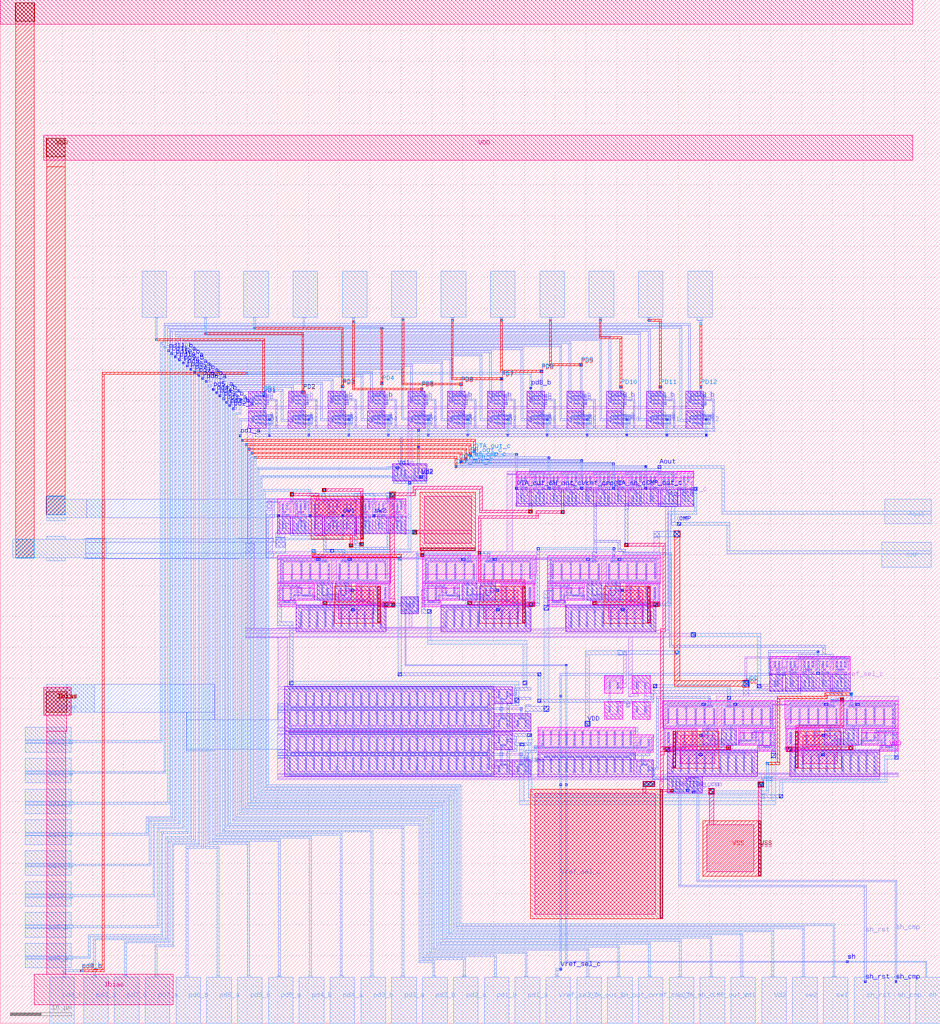
<source format=lef>
VERSION 5.7 ;
  NOWIREEXTENSIONATPIN ON ;
  DIVIDERCHAR "/" ;
  BUSBITCHARS "[]" ;
MACRO SystemLevel
  CLASS BLOCK ;
  FOREIGN SystemLevel ;
  ORIGIN 65.000 76.000 ;
  SIZE 152.500 BY 166.000 ;
  PIN Aout
    DIRECTION OUTPUT ;
    USE SIGNAL ;
    ANTENNADIFFAREA 4.350000 ;
    PORT
      LAYER li1 ;
        RECT 21.750 11.730 21.920 12.770 ;
        RECT 23.030 11.730 23.200 12.770 ;
        RECT 27.000 11.730 27.170 12.770 ;
        RECT 28.280 11.730 28.450 12.770 ;
        RECT 32.250 11.730 32.420 12.770 ;
        RECT 33.530 11.730 33.700 12.770 ;
        RECT 37.450 11.730 37.620 12.770 ;
        RECT 38.730 11.730 38.900 12.770 ;
        RECT 42.700 11.730 42.870 12.770 ;
        RECT 43.980 11.730 44.150 12.770 ;
        RECT 22.440 8.570 22.610 9.610 ;
        RECT 27.690 8.570 27.860 9.610 ;
        RECT 32.940 8.570 33.110 9.610 ;
        RECT 38.140 8.570 38.310 9.610 ;
        RECT 43.390 8.570 43.560 9.610 ;
      LAYER mcon ;
        RECT 21.750 11.810 21.920 12.690 ;
        RECT 23.030 11.810 23.200 12.690 ;
        RECT 27.000 11.810 27.170 12.690 ;
        RECT 28.280 11.810 28.450 12.690 ;
        RECT 32.250 11.810 32.420 12.690 ;
        RECT 33.530 11.810 33.700 12.690 ;
        RECT 37.450 11.810 37.620 12.690 ;
        RECT 38.730 11.810 38.900 12.690 ;
        RECT 42.700 11.810 42.870 12.690 ;
        RECT 43.980 11.810 44.150 12.690 ;
        RECT 22.440 8.650 22.610 9.530 ;
        RECT 27.690 8.650 27.860 9.530 ;
        RECT 32.940 8.650 33.110 9.530 ;
        RECT 38.140 8.650 38.310 9.530 ;
        RECT 43.390 8.650 43.560 9.530 ;
      LAYER met1 ;
        RECT 41.695 13.950 42.145 14.495 ;
        RECT 20.800 13.600 42.150 13.950 ;
        RECT 20.800 13.350 21.200 13.600 ;
        RECT 26.050 13.350 26.450 13.600 ;
        RECT 31.300 13.350 31.700 13.600 ;
        RECT 36.500 13.350 36.900 13.600 ;
        RECT 41.750 13.350 42.150 13.600 ;
        RECT 20.800 13.050 23.300 13.350 ;
        RECT 26.050 13.050 28.550 13.350 ;
        RECT 31.300 13.050 33.800 13.350 ;
        RECT 36.500 13.050 39.000 13.350 ;
        RECT 41.750 13.050 44.250 13.350 ;
        RECT 21.600 12.750 21.900 13.050 ;
        RECT 21.600 11.750 21.950 12.750 ;
        RECT 23.000 11.750 23.300 13.050 ;
        RECT 26.850 12.750 27.150 13.050 ;
        RECT 26.850 11.750 27.200 12.750 ;
        RECT 28.250 11.750 28.550 13.050 ;
        RECT 32.100 12.750 32.400 13.050 ;
        RECT 32.100 11.750 32.450 12.750 ;
        RECT 33.500 11.750 33.800 13.050 ;
        RECT 37.300 12.750 37.600 13.050 ;
        RECT 37.300 11.750 37.650 12.750 ;
        RECT 38.700 11.750 39.000 13.050 ;
        RECT 42.550 12.750 42.850 13.050 ;
        RECT 42.550 11.750 42.900 12.750 ;
        RECT 43.950 11.750 44.250 13.050 ;
        RECT 21.600 10.650 21.900 11.750 ;
        RECT 26.850 10.650 27.150 11.750 ;
        RECT 32.100 10.650 32.400 11.750 ;
        RECT 37.300 10.650 37.600 11.750 ;
        RECT 42.550 10.650 42.850 11.750 ;
        RECT 21.600 10.450 22.600 10.650 ;
        RECT 26.850 10.450 27.850 10.650 ;
        RECT 32.100 10.450 33.100 10.650 ;
        RECT 37.300 10.450 38.300 10.650 ;
        RECT 42.550 10.450 43.550 10.650 ;
        RECT 22.400 9.590 22.600 10.450 ;
        RECT 27.650 9.590 27.850 10.450 ;
        RECT 32.900 9.590 33.100 10.450 ;
        RECT 38.100 9.590 38.300 10.450 ;
        RECT 43.350 9.590 43.550 10.450 ;
        RECT 22.400 9.350 22.640 9.590 ;
        RECT 27.650 9.350 27.890 9.590 ;
        RECT 32.900 9.350 33.140 9.590 ;
        RECT 38.100 9.350 38.340 9.590 ;
        RECT 43.350 9.350 43.590 9.590 ;
        RECT 22.410 8.590 22.640 9.350 ;
        RECT 27.660 8.590 27.890 9.350 ;
        RECT 32.910 8.590 33.140 9.350 ;
        RECT 38.110 8.590 38.340 9.350 ;
        RECT 43.360 8.590 43.590 9.350 ;
      LAYER via ;
        RECT 41.695 14.015 42.145 14.465 ;
      LAYER met2 ;
        RECT 41.665 14.015 52.465 14.465 ;
        RECT 52.015 7.025 52.465 14.015 ;
        RECT 78.500 7.025 86.000 9.000 ;
        RECT 52.015 6.575 86.000 7.025 ;
        RECT 78.500 5.000 86.000 6.575 ;
    END
  END Aout
  PIN VDD
    DIRECTION INPUT ;
    USE POWER ;
    PORT
      LAYER nwell ;
        RECT 44.900 13.490 47.500 13.500 ;
        RECT 18.700 12.500 47.500 13.490 ;
        RECT 18.700 10.650 47.410 12.500 ;
        RECT -20.000 6.200 0.850 9.040 ;
        RECT -20.000 -3.150 -1.600 -0.200 ;
        RECT 3.500 -3.150 21.900 -0.200 ;
        RECT 23.750 -3.150 42.150 -0.200 ;
        RECT -20.000 -4.600 -1.680 -3.150 ;
        RECT 3.500 -4.600 21.820 -3.150 ;
        RECT 23.750 -4.600 42.070 -3.150 ;
        RECT -20.000 -5.400 -14.000 -4.600 ;
        RECT -20.000 -7.400 -14.040 -5.400 ;
        RECT -20.000 -8.400 -17.040 -7.400 ;
        RECT -7.300 -8.100 -1.760 -4.600 ;
        RECT 3.500 -5.400 9.500 -4.600 ;
        RECT 3.500 -7.400 9.460 -5.400 ;
        RECT 3.500 -8.400 6.460 -7.400 ;
        RECT 16.200 -8.100 21.740 -4.600 ;
        RECT 23.750 -5.400 29.750 -4.600 ;
        RECT 23.750 -7.400 29.710 -5.400 ;
        RECT 23.750 -8.400 26.710 -7.400 ;
        RECT 36.450 -8.100 41.990 -4.600 ;
        RECT 61.850 -16.510 62.900 -16.450 ;
        RECT 59.820 -19.350 72.850 -16.510 ;
        RECT 33.000 -22.450 35.960 -19.610 ;
        RECT 42.400 -26.650 60.800 -23.700 ;
        RECT 62.250 -26.650 80.650 -23.700 ;
        RECT 22.200 -29.160 38.060 -27.960 ;
        RECT 42.480 -28.100 60.800 -26.650 ;
        RECT 62.330 -28.100 80.650 -26.650 ;
        RECT 22.200 -32.000 40.960 -29.160 ;
        RECT 42.560 -31.600 48.100 -28.100 ;
        RECT 54.800 -28.900 60.800 -28.100 ;
        RECT 54.840 -30.900 60.800 -28.900 ;
        RECT 57.840 -31.900 60.800 -30.900 ;
        RECT 62.410 -31.600 67.950 -28.100 ;
        RECT 74.650 -28.900 80.650 -28.100 ;
        RECT 74.690 -30.900 80.650 -28.900 ;
        RECT 77.690 -31.900 80.650 -30.900 ;
      LAYER li1 ;
        RECT 17.150 13.530 45.450 13.550 ;
        RECT 17.150 13.130 47.530 13.530 ;
        RECT 17.150 13.100 45.450 13.130 ;
        RECT 17.150 13.050 44.850 13.100 ;
        RECT 17.150 13.000 19.100 13.050 ;
        RECT -21.925 9.000 0.800 9.100 ;
        RECT -22.000 8.600 0.800 9.000 ;
        RECT -22.000 8.550 -19.600 8.600 ;
        RECT -22.000 7.250 -20.750 8.550 ;
        RECT -19.900 8.200 -19.600 8.550 ;
        RECT -18.610 8.300 -18.440 8.320 ;
        RECT -18.100 8.300 -17.800 8.600 ;
        RECT -21.925 0.450 -20.875 7.250 ;
        RECT -19.820 6.785 -19.650 8.200 ;
        RECT -18.610 7.400 -17.800 8.300 ;
        RECT -17.600 8.200 -17.300 8.600 ;
        RECT -15.200 8.200 -14.900 8.600 ;
        RECT -14.700 8.200 -14.400 8.600 ;
        RECT -13.410 8.300 -13.240 8.320 ;
        RECT -12.900 8.300 -12.600 8.600 ;
        RECT -18.610 7.280 -18.440 7.400 ;
        RECT -18.040 6.785 -17.870 7.400 ;
        RECT -17.520 6.785 -17.350 8.200 ;
        RECT -15.100 6.785 -14.930 8.200 ;
        RECT -14.620 6.785 -14.450 8.200 ;
        RECT -13.410 7.400 -12.600 8.300 ;
        RECT -12.400 8.200 -12.100 8.600 ;
        RECT -10.000 8.200 -9.700 8.600 ;
        RECT -9.500 8.200 -9.200 8.600 ;
        RECT -8.210 8.300 -8.040 8.320 ;
        RECT -7.700 8.300 -7.400 8.600 ;
        RECT -13.410 7.280 -13.240 7.400 ;
        RECT -12.840 6.785 -12.670 7.400 ;
        RECT -12.320 6.785 -12.150 8.200 ;
        RECT -9.900 6.785 -9.730 8.200 ;
        RECT -9.420 6.785 -9.250 8.200 ;
        RECT -8.210 7.400 -7.400 8.300 ;
        RECT -7.200 8.200 -6.900 8.600 ;
        RECT -4.800 8.200 -4.500 8.600 ;
        RECT -4.300 8.200 -4.000 8.600 ;
        RECT -3.010 8.300 -2.840 8.320 ;
        RECT -2.500 8.300 -2.200 8.600 ;
        RECT -8.210 7.280 -8.040 7.400 ;
        RECT -7.640 6.785 -7.470 7.400 ;
        RECT -7.120 6.785 -6.950 8.200 ;
        RECT -4.700 6.785 -4.530 8.200 ;
        RECT -4.220 6.785 -4.050 8.200 ;
        RECT -3.010 7.400 -2.200 8.300 ;
        RECT -2.000 8.200 -1.700 8.600 ;
        RECT 0.400 8.200 0.700 8.600 ;
        RECT -3.010 7.280 -2.840 7.400 ;
        RECT -2.440 6.785 -2.270 7.400 ;
        RECT -1.920 6.785 -1.750 8.200 ;
        RECT 0.500 6.785 0.670 8.200 ;
        RECT 17.200 0.450 18.050 13.000 ;
        RECT 18.800 12.650 19.100 13.000 ;
        RECT 20.090 12.750 20.260 12.770 ;
        RECT 20.600 12.750 20.900 13.050 ;
        RECT 18.880 11.235 19.050 12.650 ;
        RECT 20.090 11.850 20.900 12.750 ;
        RECT 21.100 12.650 21.400 13.050 ;
        RECT 23.500 12.650 23.800 13.050 ;
        RECT 24.050 12.650 24.350 13.050 ;
        RECT 25.340 12.750 25.510 12.770 ;
        RECT 25.850 12.750 26.150 13.050 ;
        RECT 20.090 11.730 20.260 11.850 ;
        RECT 20.660 11.235 20.830 11.850 ;
        RECT 21.180 11.235 21.350 12.650 ;
        RECT 23.600 11.235 23.770 12.650 ;
        RECT 24.130 11.235 24.300 12.650 ;
        RECT 25.340 11.850 26.150 12.750 ;
        RECT 26.350 12.650 26.650 13.050 ;
        RECT 28.750 12.650 29.050 13.050 ;
        RECT 29.300 12.650 29.600 13.050 ;
        RECT 30.590 12.750 30.760 12.770 ;
        RECT 31.100 12.750 31.400 13.050 ;
        RECT 25.340 11.730 25.510 11.850 ;
        RECT 25.910 11.235 26.080 11.850 ;
        RECT 26.430 11.235 26.600 12.650 ;
        RECT 28.850 11.235 29.020 12.650 ;
        RECT 29.380 11.235 29.550 12.650 ;
        RECT 30.590 11.850 31.400 12.750 ;
        RECT 31.600 12.650 31.900 13.050 ;
        RECT 34.000 12.650 34.300 13.050 ;
        RECT 34.500 12.650 34.800 13.050 ;
        RECT 35.790 12.750 35.960 12.770 ;
        RECT 36.300 12.750 36.600 13.050 ;
        RECT 30.590 11.730 30.760 11.850 ;
        RECT 31.160 11.235 31.330 11.850 ;
        RECT 31.680 11.235 31.850 12.650 ;
        RECT 34.100 11.235 34.270 12.650 ;
        RECT 34.580 11.235 34.750 12.650 ;
        RECT 35.790 11.850 36.600 12.750 ;
        RECT 36.800 12.650 37.100 13.050 ;
        RECT 39.200 12.650 39.500 13.050 ;
        RECT 39.750 12.650 40.050 13.050 ;
        RECT 41.040 12.750 41.210 12.770 ;
        RECT 41.550 12.750 41.850 13.050 ;
        RECT 35.790 11.730 35.960 11.850 ;
        RECT 36.360 11.235 36.530 11.850 ;
        RECT 36.880 11.235 37.050 12.650 ;
        RECT 39.300 11.235 39.470 12.650 ;
        RECT 39.830 11.235 40.000 12.650 ;
        RECT 41.040 11.850 41.850 12.750 ;
        RECT 42.050 12.650 42.350 13.050 ;
        RECT 44.450 12.650 44.750 13.050 ;
        RECT 41.040 11.730 41.210 11.850 ;
        RECT 41.610 11.235 41.780 11.850 ;
        RECT 42.130 11.235 42.300 12.650 ;
        RECT 44.550 11.235 44.720 12.650 ;
        RECT 45.280 11.235 45.450 12.905 ;
        RECT 46.490 12.650 46.660 12.770 ;
        RECT 47.050 12.650 47.450 13.130 ;
        RECT 46.490 11.770 47.450 12.650 ;
        RECT 46.490 11.730 46.660 11.770 ;
        RECT 47.050 11.530 47.450 11.770 ;
        RECT 47.060 11.235 47.230 11.530 ;
        RECT 41.050 0.450 41.950 3.800 ;
        RECT -21.925 -0.450 42.000 0.450 ;
        RECT -21.925 -0.600 41.910 -0.450 ;
        RECT -20.000 -0.710 41.910 -0.600 ;
        RECT -20.000 -0.800 -19.300 -0.710 ;
        RECT -20.000 -4.250 -19.440 -0.800 ;
        RECT -11.230 -4.250 -10.450 -0.710 ;
        RECT -2.250 -0.750 4.250 -0.710 ;
        RECT -2.200 -3.150 -1.840 -0.750 ;
        RECT 3.500 -0.800 4.200 -0.750 ;
        RECT -2.200 -4.200 -1.850 -3.150 ;
        RECT -6.700 -4.250 -1.850 -4.200 ;
        RECT -20.000 -4.350 -1.850 -4.250 ;
        RECT -20.000 -4.420 -11.060 -4.350 ;
        RECT -10.620 -4.420 -1.850 -4.350 ;
        RECT -20.000 -4.600 -14.250 -4.420 ;
        RECT -20.000 -4.740 -14.240 -4.600 ;
        RECT -6.700 -4.730 -1.850 -4.420 ;
        RECT -20.000 -5.000 -14.220 -4.740 ;
        RECT -19.820 -5.040 -14.220 -5.000 ;
        RECT -19.820 -8.050 -19.650 -5.040 ;
        RECT -17.880 -5.280 -17.200 -5.040 ;
        RECT -17.960 -7.280 -17.200 -5.280 ;
        RECT -16.820 -7.050 -16.650 -5.040 ;
        RECT -14.880 -5.280 -14.220 -5.040 ;
        RECT -14.960 -6.280 -14.220 -5.280 ;
        RECT -14.960 -6.320 -14.790 -6.280 ;
        RECT -14.390 -7.050 -14.220 -6.280 ;
        RECT -16.820 -7.220 -14.220 -7.050 ;
        RECT -7.120 -4.900 -1.850 -4.730 ;
        RECT 3.500 -4.250 4.060 -0.800 ;
        RECT 12.270 -4.250 13.050 -0.710 ;
        RECT 21.250 -0.800 24.450 -0.710 ;
        RECT 21.300 -3.150 21.660 -0.800 ;
        RECT 21.300 -4.200 21.650 -3.150 ;
        RECT 16.800 -4.250 21.650 -4.200 ;
        RECT 3.500 -4.350 21.650 -4.250 ;
        RECT 3.500 -4.420 12.440 -4.350 ;
        RECT 12.880 -4.420 21.650 -4.350 ;
        RECT 3.500 -4.600 9.250 -4.420 ;
        RECT 3.500 -4.740 9.260 -4.600 ;
        RECT 16.800 -4.730 21.650 -4.420 ;
        RECT -17.960 -7.320 -17.790 -7.280 ;
        RECT -17.390 -8.050 -17.220 -7.280 ;
        RECT -7.120 -7.750 -6.950 -4.900 ;
        RECT -6.700 -5.600 -6.300 -4.900 ;
        RECT -4.100 -5.600 -3.700 -4.900 ;
        RECT -6.550 -7.020 -6.380 -5.600 ;
        RECT -3.970 -7.020 -3.800 -5.600 ;
        RECT -2.110 -7.750 -1.940 -4.900 ;
        RECT 3.500 -5.000 9.280 -4.740 ;
        RECT -7.120 -7.920 -1.940 -7.750 ;
        RECT 3.680 -5.040 9.280 -5.000 ;
        RECT -19.820 -8.220 -17.220 -8.050 ;
        RECT 3.680 -8.050 3.850 -5.040 ;
        RECT 5.620 -5.280 6.300 -5.040 ;
        RECT 5.540 -7.280 6.300 -5.280 ;
        RECT 6.680 -7.050 6.850 -5.040 ;
        RECT 8.620 -5.280 9.280 -5.040 ;
        RECT 8.540 -6.280 9.280 -5.280 ;
        RECT 8.540 -6.320 8.710 -6.280 ;
        RECT 9.110 -7.050 9.280 -6.280 ;
        RECT 6.680 -7.220 9.280 -7.050 ;
        RECT 16.380 -4.900 21.650 -4.730 ;
        RECT 23.750 -4.250 24.310 -0.800 ;
        RECT 32.520 -4.250 33.300 -0.710 ;
        RECT 41.550 -3.150 41.910 -0.710 ;
        RECT 41.550 -4.200 41.900 -3.150 ;
        RECT 37.050 -4.250 41.900 -4.200 ;
        RECT 23.750 -4.350 41.900 -4.250 ;
        RECT 23.750 -4.420 32.690 -4.350 ;
        RECT 33.130 -4.420 41.900 -4.350 ;
        RECT 23.750 -4.600 29.500 -4.420 ;
        RECT 23.750 -4.740 29.510 -4.600 ;
        RECT 37.050 -4.730 41.900 -4.420 ;
        RECT 5.540 -7.320 5.710 -7.280 ;
        RECT 6.110 -8.050 6.280 -7.280 ;
        RECT 16.380 -7.750 16.550 -4.900 ;
        RECT 16.800 -5.600 17.200 -4.900 ;
        RECT 19.400 -5.600 19.800 -4.900 ;
        RECT 16.950 -7.020 17.120 -5.600 ;
        RECT 19.530 -7.020 19.700 -5.600 ;
        RECT 21.390 -7.750 21.560 -4.900 ;
        RECT 23.750 -5.000 29.530 -4.740 ;
        RECT 16.380 -7.920 21.560 -7.750 ;
        RECT 23.930 -5.040 29.530 -5.000 ;
        RECT 3.680 -8.220 6.280 -8.050 ;
        RECT 23.930 -8.050 24.100 -5.040 ;
        RECT 25.870 -5.280 26.550 -5.040 ;
        RECT 25.790 -7.280 26.550 -5.280 ;
        RECT 26.930 -7.050 27.100 -5.040 ;
        RECT 28.870 -5.280 29.530 -5.040 ;
        RECT 28.790 -6.280 29.530 -5.280 ;
        RECT 28.790 -6.320 28.960 -6.280 ;
        RECT 29.360 -7.050 29.530 -6.280 ;
        RECT 26.930 -7.220 29.530 -7.050 ;
        RECT 36.630 -4.900 41.900 -4.730 ;
        RECT 25.790 -7.320 25.960 -7.280 ;
        RECT 26.360 -8.050 26.530 -7.280 ;
        RECT 36.630 -7.750 36.800 -4.900 ;
        RECT 37.050 -5.600 37.450 -4.900 ;
        RECT 39.650 -5.600 40.050 -4.900 ;
        RECT 37.200 -7.020 37.370 -5.600 ;
        RECT 39.780 -7.020 39.950 -5.600 ;
        RECT 41.640 -7.750 41.810 -4.900 ;
        RECT 36.630 -7.920 41.810 -7.750 ;
        RECT 23.930 -8.220 26.530 -8.050 ;
        RECT 33.100 -20.050 35.900 -19.750 ;
        RECT 33.100 -21.850 33.400 -20.050 ;
        RECT 35.040 -20.850 35.210 -20.690 ;
        RECT 35.600 -20.850 35.900 -20.050 ;
        RECT 36.100 -20.850 36.600 -15.600 ;
        RECT 62.050 -16.470 72.800 -16.450 ;
        RECT 59.700 -16.500 72.800 -16.470 ;
        RECT 55.800 -16.800 72.800 -16.500 ;
        RECT 55.800 -20.450 56.100 -16.800 ;
        RECT 59.700 -16.870 72.800 -16.800 ;
        RECT 59.780 -17.350 60.180 -16.870 ;
        RECT 62.050 -16.950 72.800 -16.870 ;
        RECT 60.570 -17.350 60.740 -17.230 ;
        RECT 59.780 -18.230 60.740 -17.350 ;
        RECT 59.780 -18.470 60.180 -18.230 ;
        RECT 60.570 -18.270 60.740 -18.230 ;
        RECT 60.000 -18.765 60.170 -18.470 ;
        RECT 61.780 -18.765 61.950 -17.095 ;
        RECT 62.450 -17.350 62.750 -16.950 ;
        RECT 63.740 -17.250 63.910 -17.230 ;
        RECT 64.250 -17.250 64.550 -16.950 ;
        RECT 62.530 -18.765 62.700 -17.350 ;
        RECT 63.740 -18.150 64.550 -17.250 ;
        RECT 64.750 -17.350 65.050 -16.950 ;
        RECT 67.150 -17.350 67.450 -16.950 ;
        RECT 67.700 -17.350 68.000 -16.950 ;
        RECT 68.990 -17.250 69.160 -17.230 ;
        RECT 69.500 -17.250 69.800 -16.950 ;
        RECT 63.740 -18.270 63.910 -18.150 ;
        RECT 64.310 -18.765 64.480 -18.150 ;
        RECT 64.830 -18.765 65.000 -17.350 ;
        RECT 67.250 -18.765 67.420 -17.350 ;
        RECT 67.780 -18.765 67.950 -17.350 ;
        RECT 68.990 -18.150 69.800 -17.250 ;
        RECT 70.000 -17.350 70.300 -16.950 ;
        RECT 72.400 -17.350 72.700 -16.950 ;
        RECT 68.990 -18.270 69.160 -18.150 ;
        RECT 69.560 -18.765 69.730 -18.150 ;
        RECT 70.080 -18.765 70.250 -17.350 ;
        RECT 72.500 -18.765 72.670 -17.350 ;
        RECT 35.040 -21.450 36.600 -20.850 ;
        RECT 35.040 -21.550 36.300 -21.450 ;
        RECT 35.040 -21.730 35.210 -21.550 ;
        RECT 33.180 -21.865 33.350 -21.850 ;
        RECT 35.610 -21.865 35.780 -21.550 ;
        RECT 55.500 -22.950 56.400 -20.450 ;
        RECT 51.150 -23.780 80.650 -22.950 ;
        RECT 42.640 -24.210 80.650 -23.780 ;
        RECT 42.640 -26.650 43.000 -24.210 ;
        RECT 29.900 -28.000 30.600 -27.050 ;
        RECT 42.650 -27.700 43.000 -26.650 ;
        RECT 42.650 -27.750 47.500 -27.700 ;
        RECT 51.250 -27.750 52.030 -24.210 ;
        RECT 60.100 -24.300 62.850 -24.210 ;
        RECT 60.240 -24.400 62.850 -24.300 ;
        RECT 60.240 -27.750 60.800 -24.400 ;
        RECT 62.490 -26.650 62.850 -24.400 ;
        RECT 42.650 -27.850 60.800 -27.750 ;
        RECT 42.650 -27.920 51.420 -27.850 ;
        RECT 51.860 -27.920 60.800 -27.850 ;
        RECT 22.300 -28.500 38.400 -28.000 ;
        RECT 42.650 -28.230 47.500 -27.920 ;
        RECT 55.050 -28.100 60.800 -27.920 ;
        RECT 42.650 -28.400 47.920 -28.230 ;
        RECT 55.040 -28.240 60.800 -28.100 ;
        RECT 22.380 -31.650 22.550 -28.500 ;
        RECT 24.200 -28.900 24.500 -28.500 ;
        RECT 26.700 -28.900 27.000 -28.500 ;
        RECT 29.300 -28.900 29.600 -28.500 ;
        RECT 31.900 -28.900 32.200 -28.500 ;
        RECT 34.500 -28.900 34.800 -28.500 ;
        RECT 37.100 -28.900 37.400 -28.500 ;
        RECT 24.240 -30.920 24.410 -28.900 ;
        RECT 26.820 -30.920 26.990 -28.900 ;
        RECT 29.400 -30.920 29.570 -28.900 ;
        RECT 31.980 -30.920 32.150 -28.900 ;
        RECT 34.560 -30.920 34.730 -28.900 ;
        RECT 37.140 -30.920 37.310 -28.900 ;
        RECT 37.710 -29.200 38.400 -28.500 ;
        RECT 37.710 -29.600 41.000 -29.200 ;
        RECT 37.710 -30.500 39.000 -29.600 ;
        RECT 37.710 -30.900 38.920 -30.500 ;
        RECT 37.710 -31.650 37.880 -30.900 ;
        RECT 22.380 -31.820 37.880 -31.650 ;
        RECT 38.180 -31.650 38.350 -30.900 ;
        RECT 38.750 -30.920 38.920 -30.900 ;
        RECT 40.610 -31.650 40.780 -29.600 ;
        RECT 42.740 -31.250 42.910 -28.400 ;
        RECT 44.500 -29.100 44.900 -28.400 ;
        RECT 47.100 -29.100 47.500 -28.400 ;
        RECT 44.600 -30.520 44.770 -29.100 ;
        RECT 47.180 -30.520 47.350 -29.100 ;
        RECT 47.750 -31.250 47.920 -28.400 ;
        RECT 55.020 -28.500 60.800 -28.240 ;
        RECT 62.500 -27.700 62.850 -26.650 ;
        RECT 62.500 -27.750 67.350 -27.700 ;
        RECT 71.100 -27.750 71.880 -24.210 ;
        RECT 79.950 -24.300 80.650 -24.210 ;
        RECT 80.090 -27.750 80.650 -24.300 ;
        RECT 62.500 -27.850 80.650 -27.750 ;
        RECT 62.500 -27.920 71.270 -27.850 ;
        RECT 71.710 -27.920 80.650 -27.850 ;
        RECT 62.500 -28.230 67.350 -27.920 ;
        RECT 74.900 -28.100 80.650 -27.920 ;
        RECT 62.500 -28.400 67.770 -28.230 ;
        RECT 74.890 -28.240 80.650 -28.100 ;
        RECT 55.020 -28.540 60.620 -28.500 ;
        RECT 55.020 -28.780 55.680 -28.540 ;
        RECT 55.020 -29.780 55.760 -28.780 ;
        RECT 55.020 -30.550 55.190 -29.780 ;
        RECT 55.590 -29.820 55.760 -29.780 ;
        RECT 57.450 -30.550 57.620 -28.540 ;
        RECT 55.020 -30.720 57.620 -30.550 ;
        RECT 58.000 -28.780 58.680 -28.540 ;
        RECT 58.000 -30.780 58.760 -28.780 ;
        RECT 42.740 -31.420 47.920 -31.250 ;
        RECT 38.180 -31.820 40.780 -31.650 ;
        RECT 58.020 -31.550 58.190 -30.780 ;
        RECT 58.590 -30.820 58.760 -30.780 ;
        RECT 60.450 -31.550 60.620 -28.540 ;
        RECT 62.590 -31.250 62.760 -28.400 ;
        RECT 64.350 -29.100 64.750 -28.400 ;
        RECT 66.950 -29.100 67.350 -28.400 ;
        RECT 64.450 -30.520 64.620 -29.100 ;
        RECT 67.030 -30.520 67.200 -29.100 ;
        RECT 67.600 -31.250 67.770 -28.400 ;
        RECT 74.870 -28.500 80.650 -28.240 ;
        RECT 74.870 -28.540 80.470 -28.500 ;
        RECT 74.870 -28.780 75.530 -28.540 ;
        RECT 74.870 -29.780 75.610 -28.780 ;
        RECT 74.870 -30.550 75.040 -29.780 ;
        RECT 75.440 -29.820 75.610 -29.780 ;
        RECT 77.300 -30.550 77.470 -28.540 ;
        RECT 74.870 -30.720 77.470 -30.550 ;
        RECT 77.850 -28.780 78.530 -28.540 ;
        RECT 77.850 -30.780 78.610 -28.780 ;
        RECT 62.590 -31.420 67.770 -31.250 ;
        RECT 58.020 -31.720 60.620 -31.550 ;
        RECT 77.870 -31.550 78.040 -30.780 ;
        RECT 78.440 -30.820 78.610 -30.780 ;
        RECT 80.300 -31.550 80.470 -28.540 ;
        RECT 77.870 -31.720 80.470 -31.550 ;
      LAYER mcon ;
        RECT -21.750 7.500 -21.000 8.750 ;
        RECT -18.610 7.360 -18.440 8.240 ;
        RECT -13.410 7.360 -13.240 8.240 ;
        RECT -8.210 7.360 -8.040 8.240 ;
        RECT -3.010 7.360 -2.840 8.240 ;
        RECT 20.090 11.810 20.260 12.690 ;
        RECT 25.340 11.810 25.510 12.690 ;
        RECT 30.590 11.810 30.760 12.690 ;
        RECT 35.790 11.810 35.960 12.690 ;
        RECT 41.040 11.810 41.210 12.690 ;
        RECT 46.490 11.810 46.660 12.690 ;
        RECT 41.050 2.900 41.950 3.800 ;
        RECT -17.960 -7.240 -17.790 -5.360 ;
        RECT -14.960 -6.240 -14.790 -5.360 ;
        RECT -6.550 -6.940 -6.380 -5.350 ;
        RECT -3.970 -6.940 -3.800 -5.350 ;
        RECT 5.540 -7.240 5.710 -5.360 ;
        RECT 8.540 -6.240 8.710 -5.360 ;
        RECT 16.950 -6.940 17.120 -5.350 ;
        RECT 19.530 -6.940 19.700 -5.350 ;
        RECT 25.790 -7.240 25.960 -5.360 ;
        RECT 28.790 -6.240 28.960 -5.360 ;
        RECT 37.200 -6.940 37.370 -5.350 ;
        RECT 39.780 -6.940 39.950 -5.350 ;
        RECT 36.100 -16.100 36.600 -15.600 ;
        RECT 35.040 -21.650 35.210 -20.770 ;
        RECT 60.570 -18.190 60.740 -17.310 ;
        RECT 63.740 -18.190 63.910 -17.310 ;
        RECT 68.990 -18.190 69.160 -17.310 ;
        RECT 55.530 -21.320 56.370 -20.480 ;
        RECT 29.900 -27.750 30.600 -27.050 ;
        RECT 24.240 -30.840 24.410 -28.760 ;
        RECT 26.820 -30.840 26.990 -28.760 ;
        RECT 29.400 -30.840 29.570 -28.760 ;
        RECT 31.980 -30.840 32.150 -28.760 ;
        RECT 34.560 -30.840 34.730 -28.760 ;
        RECT 37.140 -30.840 37.310 -28.760 ;
        RECT 38.750 -30.840 38.920 -29.960 ;
        RECT 44.600 -30.440 44.770 -28.850 ;
        RECT 47.180 -30.440 47.350 -28.850 ;
        RECT 55.590 -29.740 55.760 -28.860 ;
        RECT 58.590 -30.740 58.760 -28.860 ;
        RECT 64.450 -30.440 64.620 -28.850 ;
        RECT 67.030 -30.440 67.200 -28.850 ;
        RECT 75.440 -29.740 75.610 -28.860 ;
        RECT 78.440 -30.740 78.610 -28.860 ;
      LAYER met1 ;
        RECT 20.060 11.750 20.290 12.750 ;
        RECT 25.310 11.750 25.540 12.750 ;
        RECT 30.560 11.750 30.790 12.750 ;
        RECT 35.760 11.750 35.990 12.750 ;
        RECT 41.010 11.750 41.240 12.750 ;
        RECT 46.460 11.750 46.690 12.750 ;
        RECT -51.000 9.000 -48.000 9.030 ;
        RECT -51.000 6.000 -20.500 9.000 ;
        RECT -18.640 7.300 -18.410 8.300 ;
        RECT -13.440 7.300 -13.210 8.300 ;
        RECT -8.240 7.300 -8.010 8.300 ;
        RECT -3.040 7.300 -2.810 8.300 ;
        RECT -51.000 5.970 -48.000 6.000 ;
        RECT 40.990 3.800 42.010 3.830 ;
        RECT 44.250 3.800 45.350 3.900 ;
        RECT 40.990 2.900 45.350 3.800 ;
        RECT 40.990 2.870 42.010 2.900 ;
        RECT 44.250 2.800 45.350 2.900 ;
        RECT -17.990 -7.300 -17.760 -5.300 ;
        RECT -14.990 -6.300 -14.760 -5.300 ;
        RECT -6.580 -7.000 -6.350 -5.290 ;
        RECT -4.000 -7.000 -3.770 -5.290 ;
        RECT 5.510 -7.300 5.740 -5.300 ;
        RECT 8.510 -6.300 8.740 -5.300 ;
        RECT 16.920 -7.000 17.150 -5.290 ;
        RECT 19.500 -7.000 19.730 -5.290 ;
        RECT 25.760 -7.300 25.990 -5.300 ;
        RECT 28.760 -6.300 28.990 -5.300 ;
        RECT 37.170 -7.000 37.400 -5.290 ;
        RECT 39.750 -7.000 39.980 -5.290 ;
        RECT 35.150 -15.550 35.850 -15.520 ;
        RECT 35.150 -15.570 36.650 -15.550 ;
        RECT 35.150 -15.600 36.660 -15.570 ;
        RECT 44.450 -15.600 45.050 -15.550 ;
        RECT 35.150 -16.100 45.050 -15.600 ;
        RECT 35.150 -16.130 36.660 -16.100 ;
        RECT 35.150 -16.250 36.650 -16.130 ;
        RECT 44.450 -16.150 45.050 -16.100 ;
        RECT 35.150 -16.280 35.850 -16.250 ;
        RECT 60.540 -18.250 60.770 -17.250 ;
        RECT 63.710 -18.250 63.940 -17.250 ;
        RECT 68.960 -18.250 69.190 -17.250 ;
        RECT 35.010 -21.710 35.240 -20.710 ;
        RECT 55.400 -21.450 56.500 -20.350 ;
        RECT 29.800 -27.800 30.700 -27.000 ;
        RECT 24.210 -30.900 24.440 -28.700 ;
        RECT 26.790 -30.900 27.020 -28.700 ;
        RECT 29.370 -30.900 29.600 -28.700 ;
        RECT 31.950 -30.900 32.180 -28.700 ;
        RECT 34.530 -30.900 34.760 -28.700 ;
        RECT 37.110 -30.900 37.340 -28.700 ;
        RECT 38.720 -30.900 38.950 -29.900 ;
        RECT 44.570 -30.500 44.800 -28.790 ;
        RECT 47.150 -30.500 47.380 -28.790 ;
        RECT 55.560 -29.800 55.790 -28.800 ;
        RECT 58.560 -30.800 58.790 -28.800 ;
        RECT 64.420 -30.500 64.650 -28.790 ;
        RECT 67.000 -30.500 67.230 -28.790 ;
        RECT 75.410 -29.800 75.640 -28.800 ;
        RECT 78.410 -30.800 78.640 -28.800 ;
      LAYER via ;
        RECT 44.350 2.900 45.250 3.800 ;
        RECT 44.500 -16.100 45.000 -15.600 ;
        RECT 55.500 -21.350 56.400 -20.450 ;
        RECT 29.870 -27.780 30.630 -27.020 ;
      LAYER met2 ;
        RECT -57.500 9.000 -54.500 9.545 ;
        RECT -57.500 6.000 -47.970 9.000 ;
        RECT -57.500 5.500 -54.500 6.000 ;
        RECT 44.250 2.800 45.350 3.900 ;
        RECT 29.900 -16.250 35.880 -15.550 ;
        RECT 44.450 -16.150 45.050 -15.550 ;
        RECT 29.900 -27.000 30.600 -16.250 ;
        RECT 55.400 -21.450 56.500 -20.350 ;
        RECT 29.800 -27.800 30.700 -27.000 ;
      LAYER via2 ;
        RECT -57.500 6.500 -54.500 9.500 ;
        RECT 44.350 2.900 45.250 3.800 ;
        RECT 44.500 -16.100 45.000 -15.600 ;
        RECT 55.525 -21.325 56.375 -20.475 ;
      LAYER met3 ;
        RECT -57.525 64.505 -54.475 67.495 ;
        RECT -57.495 62.900 -54.505 64.505 ;
        RECT -57.500 9.525 -54.500 62.900 ;
        RECT -57.525 6.475 -54.475 9.525 ;
        RECT 44.250 2.800 45.350 3.900 ;
        RECT 44.350 -20.450 45.250 2.800 ;
        RECT 55.400 -20.450 56.500 -20.350 ;
        RECT 44.350 -21.350 56.500 -20.450 ;
        RECT 55.400 -21.450 56.500 -21.350 ;
      LAYER via3 ;
        RECT -57.495 64.505 -54.505 67.495 ;
      LAYER met4 ;
        RECT -58.000 64.000 83.000 68.000 ;
    END
  END VDD
  PIN VSS
    DIRECTION INPUT ;
    USE GROUND ;
    PORT
      LAYER pwell ;
        RECT -24.700 23.700 -21.910 26.550 ;
        RECT -18.250 23.700 -15.460 26.550 ;
        RECT -11.800 23.700 -9.010 26.550 ;
        RECT -5.350 23.700 -2.560 26.550 ;
        RECT 1.100 23.700 3.890 26.550 ;
        RECT 7.550 23.700 10.340 26.550 ;
        RECT 14.000 23.700 16.790 26.550 ;
        RECT 20.450 23.700 23.240 26.550 ;
        RECT 26.900 23.700 29.690 26.550 ;
        RECT 33.350 23.700 36.140 26.550 ;
        RECT 39.800 23.700 42.590 26.550 ;
        RECT 46.250 23.700 49.040 26.550 ;
        RECT -24.700 20.500 -21.910 23.350 ;
        RECT -18.300 20.500 -15.510 23.350 ;
        RECT -11.800 20.500 -9.010 23.350 ;
        RECT -5.400 20.500 -2.610 23.350 ;
        RECT 1.100 20.500 3.890 23.350 ;
        RECT 7.500 20.500 10.290 23.350 ;
        RECT 14.000 20.500 16.790 23.350 ;
        RECT 20.400 20.500 23.190 23.350 ;
        RECT 26.900 20.500 29.690 23.350 ;
        RECT 33.300 20.500 36.090 23.350 ;
        RECT 39.800 20.500 42.590 23.350 ;
        RECT 46.200 20.500 48.990 23.350 ;
        RECT -1.400 12.000 4.250 14.790 ;
        RECT 18.700 7.850 20.810 10.640 ;
        RECT 21.100 7.850 26.060 10.640 ;
        RECT 26.350 7.850 31.310 10.640 ;
        RECT 31.600 7.850 36.510 10.640 ;
        RECT 36.800 7.850 41.760 10.640 ;
        RECT 42.050 7.850 44.900 10.640 ;
        RECT 45.300 7.850 47.410 10.640 ;
        RECT -20.000 3.400 -17.890 6.190 ;
        RECT -17.600 3.400 -12.690 6.190 ;
        RECT -12.400 3.400 -7.490 6.190 ;
        RECT -7.200 3.400 -2.290 6.190 ;
        RECT -2.000 3.400 0.850 6.190 ;
        RECT -13.600 -7.400 -11.140 -4.610 ;
        RECT -10.600 -7.400 -8.140 -4.610 ;
        RECT -17.000 -12.450 -2.430 -8.160 ;
        RECT 0.000 -9.600 2.850 -6.810 ;
        RECT 9.900 -7.400 12.360 -4.610 ;
        RECT 12.900 -7.400 15.360 -4.610 ;
        RECT 30.150 -7.400 32.610 -4.610 ;
        RECT 33.150 -7.400 35.610 -4.610 ;
        RECT 6.500 -12.450 21.070 -8.160 ;
        RECT 26.750 -12.450 41.320 -8.160 ;
        RECT -18.870 -28.530 15.050 -21.340 ;
        RECT 15.100 -24.200 18.060 -21.410 ;
        RECT 59.820 -22.150 61.930 -19.360 ;
        RECT 62.350 -22.150 64.460 -19.360 ;
        RECT 64.750 -22.150 69.710 -19.360 ;
        RECT 70.000 -22.150 72.850 -19.360 ;
        RECT 15.100 -28.600 18.060 -25.810 ;
        RECT 18.105 -28.595 21.065 -25.805 ;
        RECT -18.870 -35.930 15.050 -28.740 ;
        RECT 15.100 -31.600 18.060 -28.810 ;
        RECT 48.940 -30.900 51.400 -28.110 ;
        RECT 51.940 -30.900 54.400 -28.110 ;
        RECT 68.790 -30.900 71.250 -28.110 ;
        RECT 71.790 -30.900 74.250 -28.110 ;
        RECT 15.100 -36.000 18.060 -33.210 ;
        RECT 18.105 -35.995 21.065 -33.205 ;
        RECT 22.200 -33.210 38.060 -32.010 ;
        RECT 22.200 -36.000 40.960 -33.210 ;
        RECT 43.230 -35.910 57.800 -31.660 ;
        RECT 43.200 -35.950 57.800 -35.910 ;
        RECT 63.080 -35.950 77.650 -31.660 ;
        RECT 43.200 -38.700 48.900 -35.950 ;
      LAYER li1 ;
        RECT -24.520 26.200 -22.090 26.370 ;
        RECT -24.520 24.100 -24.350 26.200 ;
        RECT -22.260 24.100 -22.090 26.200 ;
        RECT -18.070 26.200 -15.640 26.370 ;
        RECT -18.070 24.100 -17.900 26.200 ;
        RECT -15.810 24.100 -15.640 26.200 ;
        RECT -11.620 26.200 -9.190 26.370 ;
        RECT -11.620 24.100 -11.450 26.200 ;
        RECT -9.360 24.100 -9.190 26.200 ;
        RECT -5.170 26.200 -2.740 26.370 ;
        RECT -5.170 24.100 -5.000 26.200 ;
        RECT -2.910 24.100 -2.740 26.200 ;
        RECT 1.280 26.200 3.710 26.370 ;
        RECT 1.280 24.100 1.450 26.200 ;
        RECT 3.540 24.100 3.710 26.200 ;
        RECT 7.730 26.200 10.160 26.370 ;
        RECT 7.730 24.100 7.900 26.200 ;
        RECT 9.990 24.100 10.160 26.200 ;
        RECT 14.180 26.200 16.610 26.370 ;
        RECT 14.180 24.100 14.350 26.200 ;
        RECT 16.440 24.100 16.610 26.200 ;
        RECT 20.630 26.200 23.060 26.370 ;
        RECT 20.630 24.100 20.800 26.200 ;
        RECT 22.890 24.100 23.060 26.200 ;
        RECT 27.080 26.200 29.510 26.370 ;
        RECT 27.080 24.100 27.250 26.200 ;
        RECT 29.340 24.100 29.510 26.200 ;
        RECT 33.530 26.200 35.960 26.370 ;
        RECT 33.530 24.100 33.700 26.200 ;
        RECT 35.790 24.100 35.960 26.200 ;
        RECT 39.980 26.200 42.410 26.370 ;
        RECT 39.980 24.100 40.150 26.200 ;
        RECT 42.240 24.100 42.410 26.200 ;
        RECT 46.430 26.200 48.860 26.370 ;
        RECT 46.430 24.100 46.600 26.200 ;
        RECT 48.690 24.100 48.860 26.200 ;
        RECT -24.700 23.700 49.100 24.100 ;
        RECT -24.700 23.170 -24.400 23.700 ;
        RECT -24.700 23.000 -22.090 23.170 ;
        RECT -24.700 20.900 -24.350 23.000 ;
        RECT -22.260 20.900 -22.090 23.000 ;
        RECT -18.120 23.000 -15.690 23.170 ;
        RECT -18.120 20.900 -17.950 23.000 ;
        RECT -15.860 20.900 -15.690 23.000 ;
        RECT -11.620 23.000 -9.190 23.170 ;
        RECT -11.620 20.900 -11.450 23.000 ;
        RECT -9.360 20.900 -9.190 23.000 ;
        RECT -5.220 23.000 -2.790 23.170 ;
        RECT -5.220 20.900 -5.050 23.000 ;
        RECT -2.960 20.900 -2.790 23.000 ;
        RECT 1.280 23.000 3.710 23.170 ;
        RECT 1.280 20.900 1.450 23.000 ;
        RECT 3.540 20.900 3.710 23.000 ;
        RECT 7.680 23.000 10.110 23.170 ;
        RECT 7.680 20.900 7.850 23.000 ;
        RECT 9.940 20.900 10.110 23.000 ;
        RECT 14.180 23.000 16.610 23.170 ;
        RECT 14.180 20.900 14.350 23.000 ;
        RECT 16.440 20.900 16.610 23.000 ;
        RECT 20.580 23.000 23.010 23.170 ;
        RECT 20.580 20.900 20.750 23.000 ;
        RECT 22.840 20.900 23.010 23.000 ;
        RECT 27.080 23.000 29.510 23.170 ;
        RECT 27.080 20.900 27.250 23.000 ;
        RECT 29.340 20.900 29.510 23.000 ;
        RECT 33.480 23.000 35.910 23.170 ;
        RECT 33.480 20.900 33.650 23.000 ;
        RECT 35.740 20.900 35.910 23.000 ;
        RECT 39.980 23.000 42.410 23.170 ;
        RECT 39.980 20.900 40.150 23.000 ;
        RECT 42.240 20.900 42.410 23.000 ;
        RECT 46.380 23.000 48.810 23.170 ;
        RECT 46.380 20.900 46.550 23.000 ;
        RECT 48.640 20.900 48.810 23.000 ;
        RECT -24.900 20.500 49.000 20.900 ;
        RECT -24.900 1.825 -24.000 20.500 ;
        RECT 1.100 14.610 1.800 20.500 ;
        RECT -1.220 14.440 4.070 14.610 ;
        RECT -1.220 12.350 -1.050 14.440 ;
        RECT 1.100 12.600 1.800 14.440 ;
        RECT 1.100 12.350 1.270 12.600 ;
        RECT -1.220 12.180 1.270 12.350 ;
        RECT 1.580 12.350 1.750 12.600 ;
        RECT 3.900 12.350 4.070 14.440 ;
        RECT 1.580 12.180 4.070 12.350 ;
        RECT 18.880 8.550 19.050 10.060 ;
        RECT 19.890 9.550 20.060 9.610 ;
        RECT 20.460 9.550 20.630 10.060 ;
        RECT 19.890 8.650 20.700 9.550 ;
        RECT 19.890 8.570 20.060 8.650 ;
        RECT 18.800 8.350 19.100 8.550 ;
        RECT 20.400 8.350 20.700 8.650 ;
        RECT 21.280 8.550 21.450 10.060 ;
        RECT 23.600 8.550 23.770 10.060 ;
        RECT 24.130 8.550 24.300 10.060 ;
        RECT 25.140 9.550 25.310 9.610 ;
        RECT 25.710 9.550 25.880 10.060 ;
        RECT 25.140 8.650 25.950 9.550 ;
        RECT 25.140 8.570 25.310 8.650 ;
        RECT 21.200 8.350 21.500 8.550 ;
        RECT 23.500 8.350 23.800 8.550 ;
        RECT 24.050 8.350 24.350 8.550 ;
        RECT 25.650 8.350 25.950 8.650 ;
        RECT 26.530 8.550 26.700 10.060 ;
        RECT 28.850 8.550 29.020 10.060 ;
        RECT 29.380 8.550 29.550 10.060 ;
        RECT 30.390 9.550 30.560 9.610 ;
        RECT 30.960 9.550 31.130 10.060 ;
        RECT 30.390 8.650 31.200 9.550 ;
        RECT 30.390 8.570 30.560 8.650 ;
        RECT 26.450 8.350 26.750 8.550 ;
        RECT 28.750 8.350 29.050 8.550 ;
        RECT 29.300 8.350 29.600 8.550 ;
        RECT 30.900 8.350 31.200 8.650 ;
        RECT 31.780 8.550 31.950 10.060 ;
        RECT 34.100 8.550 34.270 10.060 ;
        RECT 34.580 8.550 34.750 10.060 ;
        RECT 35.590 9.550 35.760 9.610 ;
        RECT 36.160 9.550 36.330 10.060 ;
        RECT 35.590 8.650 36.400 9.550 ;
        RECT 35.590 8.570 35.760 8.650 ;
        RECT 31.700 8.350 32.000 8.550 ;
        RECT 34.000 8.350 34.300 8.550 ;
        RECT 34.500 8.350 34.800 8.550 ;
        RECT 36.100 8.350 36.400 8.650 ;
        RECT 36.980 8.550 37.150 10.060 ;
        RECT 39.300 8.550 39.470 10.060 ;
        RECT 39.830 8.550 40.000 10.060 ;
        RECT 40.840 9.550 41.010 9.610 ;
        RECT 41.410 9.550 41.580 10.060 ;
        RECT 40.840 8.650 41.650 9.550 ;
        RECT 40.840 8.570 41.010 8.650 ;
        RECT 36.900 8.350 37.200 8.550 ;
        RECT 39.200 8.350 39.500 8.550 ;
        RECT 39.750 8.350 40.050 8.550 ;
        RECT 41.350 8.350 41.650 8.650 ;
        RECT 42.230 8.550 42.400 10.060 ;
        RECT 44.550 8.550 44.720 10.060 ;
        RECT 42.150 8.350 42.450 8.550 ;
        RECT 44.450 8.350 44.750 8.550 ;
        RECT 45.480 8.430 45.650 10.060 ;
        RECT 46.490 9.530 46.660 9.610 ;
        RECT 47.060 9.530 47.230 10.060 ;
        RECT 46.490 8.650 47.450 9.530 ;
        RECT 46.490 8.570 46.660 8.650 ;
        RECT 18.600 8.250 44.850 8.350 ;
        RECT 47.050 8.250 47.450 8.650 ;
        RECT 18.600 7.850 47.530 8.250 ;
        RECT -19.820 4.100 -19.650 5.610 ;
        RECT -18.810 5.100 -18.640 5.160 ;
        RECT -18.240 5.100 -18.070 5.610 ;
        RECT -18.810 4.200 -18.000 5.100 ;
        RECT -18.810 4.120 -18.640 4.200 ;
        RECT -19.900 3.900 -19.600 4.100 ;
        RECT -18.300 3.900 -18.000 4.200 ;
        RECT -17.420 4.100 -17.250 5.610 ;
        RECT -15.100 4.100 -14.930 5.610 ;
        RECT -14.620 4.100 -14.450 5.610 ;
        RECT -13.610 5.100 -13.440 5.160 ;
        RECT -13.040 5.100 -12.870 5.610 ;
        RECT -13.610 4.200 -12.800 5.100 ;
        RECT -13.610 4.120 -13.440 4.200 ;
        RECT -17.500 3.900 -17.200 4.100 ;
        RECT -15.200 3.900 -14.900 4.100 ;
        RECT -14.700 3.900 -14.400 4.100 ;
        RECT -13.100 3.900 -12.800 4.200 ;
        RECT -12.220 4.100 -12.050 5.610 ;
        RECT -9.900 4.100 -9.730 5.610 ;
        RECT -9.420 4.100 -9.250 5.610 ;
        RECT -8.410 5.100 -8.240 5.160 ;
        RECT -7.840 5.100 -7.670 5.610 ;
        RECT -8.410 4.200 -7.600 5.100 ;
        RECT -8.410 4.120 -8.240 4.200 ;
        RECT -12.300 3.900 -12.000 4.100 ;
        RECT -10.000 3.900 -9.700 4.100 ;
        RECT -9.500 3.900 -9.200 4.100 ;
        RECT -7.900 3.900 -7.600 4.200 ;
        RECT -7.020 4.100 -6.850 5.610 ;
        RECT -4.700 4.100 -4.530 5.610 ;
        RECT -4.220 4.100 -4.050 5.610 ;
        RECT -3.210 5.100 -3.040 5.160 ;
        RECT -2.640 5.100 -2.470 5.610 ;
        RECT -3.210 4.200 -2.400 5.100 ;
        RECT -3.210 4.120 -3.040 4.200 ;
        RECT -7.100 3.900 -6.800 4.100 ;
        RECT -4.800 3.900 -4.500 4.100 ;
        RECT -4.300 3.900 -4.000 4.100 ;
        RECT -2.700 3.900 -2.400 4.200 ;
        RECT -1.820 4.100 -1.650 5.610 ;
        RECT 0.500 4.100 0.670 5.610 ;
        RECT -1.900 3.900 -1.600 4.100 ;
        RECT 0.400 3.950 0.700 4.100 ;
        RECT 0.400 3.900 2.475 3.950 ;
        RECT -20.100 3.575 2.475 3.900 ;
        RECT -20.325 3.400 2.475 3.575 ;
        RECT -25.325 -11.925 -23.775 1.825 ;
        RECT -20.325 1.225 -18.775 3.400 ;
        RECT 0.450 3.300 1.000 3.400 ;
        RECT -13.420 -4.960 -11.320 -4.790 ;
        RECT -13.420 -7.050 -13.250 -4.960 ;
        RECT -12.060 -5.400 -11.890 -5.330 ;
        RECT -11.490 -5.400 -11.320 -4.960 ;
        RECT -10.420 -4.960 -8.320 -4.790 ;
        RECT -10.420 -5.400 -10.250 -4.960 ;
        RECT -9.850 -5.400 -9.680 -5.330 ;
        RECT -12.060 -6.360 -9.680 -5.400 ;
        RECT -12.060 -6.370 -10.250 -6.360 ;
        RECT -9.850 -6.370 -9.680 -6.360 ;
        RECT -11.900 -7.000 -10.250 -6.370 ;
        RECT -8.490 -7.000 -8.320 -4.960 ;
        RECT 10.080 -4.960 12.180 -4.790 ;
        RECT -13.050 -7.050 -8.320 -7.000 ;
        RECT -13.420 -7.220 -8.320 -7.050 ;
        RECT 0.180 -7.160 2.670 -6.990 ;
        RECT -13.050 -8.050 -8.350 -7.220 ;
        RECT -17.050 -8.340 -8.350 -8.050 ;
        RECT -17.050 -8.510 -2.610 -8.340 ;
        RECT -17.050 -8.600 -8.350 -8.510 ;
        RECT -17.050 -11.850 -16.550 -8.600 ;
        RECT -16.250 -10.950 -16.080 -9.190 ;
        RECT -13.670 -10.900 -13.500 -9.190 ;
        RECT -11.090 -10.900 -10.920 -9.190 ;
        RECT -8.510 -10.850 -8.340 -9.190 ;
        RECT -5.930 -10.800 -5.760 -9.190 ;
        RECT -16.350 -11.850 -16.050 -10.950 ;
        RECT -20.000 -11.925 -16.050 -11.850 ;
        RECT -25.325 -12.000 -16.050 -11.925 ;
        RECT -13.750 -12.000 -13.450 -10.900 ;
        RECT -11.150 -12.000 -10.850 -10.900 ;
        RECT -8.550 -12.000 -8.250 -10.850 ;
        RECT -6.000 -12.000 -5.700 -10.800 ;
        RECT -3.350 -10.850 -3.180 -9.190 ;
        RECT -3.400 -11.750 -3.100 -10.850 ;
        RECT -2.780 -11.750 -2.610 -8.510 ;
        RECT 0.180 -9.250 0.350 -7.160 ;
        RECT 2.500 -9.250 2.670 -7.160 ;
        RECT 10.080 -7.050 10.250 -4.960 ;
        RECT 11.440 -5.400 11.610 -5.330 ;
        RECT 12.010 -5.400 12.180 -4.960 ;
        RECT 13.080 -4.960 15.180 -4.790 ;
        RECT 13.080 -5.400 13.250 -4.960 ;
        RECT 13.650 -5.400 13.820 -5.330 ;
        RECT 11.440 -6.360 13.820 -5.400 ;
        RECT 11.440 -6.370 13.250 -6.360 ;
        RECT 13.650 -6.370 13.820 -6.360 ;
        RECT 11.600 -7.000 13.250 -6.370 ;
        RECT 15.010 -7.000 15.180 -4.960 ;
        RECT 10.450 -7.050 15.180 -7.000 ;
        RECT 10.080 -7.220 15.180 -7.050 ;
        RECT 30.330 -4.960 32.430 -4.790 ;
        RECT 30.330 -7.050 30.500 -4.960 ;
        RECT 31.690 -5.400 31.860 -5.330 ;
        RECT 32.260 -5.400 32.430 -4.960 ;
        RECT 33.330 -4.960 35.430 -4.790 ;
        RECT 33.330 -5.400 33.500 -4.960 ;
        RECT 33.900 -5.400 34.070 -5.330 ;
        RECT 31.690 -6.360 34.070 -5.400 ;
        RECT 31.690 -6.370 33.500 -6.360 ;
        RECT 33.900 -6.370 34.070 -6.360 ;
        RECT 31.850 -7.000 33.500 -6.370 ;
        RECT 35.260 -7.000 35.430 -4.960 ;
        RECT 30.700 -7.050 35.430 -7.000 ;
        RECT 30.330 -7.220 35.430 -7.050 ;
        RECT 10.450 -8.050 15.150 -7.220 ;
        RECT 30.700 -8.050 35.400 -7.220 ;
        RECT 0.180 -9.420 2.670 -9.250 ;
        RECT 6.450 -8.340 15.150 -8.050 ;
        RECT 26.700 -8.340 35.400 -8.050 ;
        RECT 6.450 -8.510 20.890 -8.340 ;
        RECT 6.450 -8.600 15.150 -8.510 ;
        RECT 1.300 -11.750 1.750 -9.420 ;
        RECT 6.450 -11.750 6.950 -8.600 ;
        RECT 7.250 -10.950 7.420 -9.190 ;
        RECT 9.830 -10.900 10.000 -9.190 ;
        RECT 12.410 -10.900 12.580 -9.190 ;
        RECT 14.990 -10.850 15.160 -9.190 ;
        RECT 17.570 -10.800 17.740 -9.190 ;
        RECT -3.400 -11.850 6.950 -11.750 ;
        RECT 7.150 -11.850 7.450 -10.950 ;
        RECT -3.400 -12.000 7.450 -11.850 ;
        RECT 9.750 -12.000 10.050 -10.900 ;
        RECT 12.350 -12.000 12.650 -10.900 ;
        RECT 14.950 -12.000 15.250 -10.850 ;
        RECT 17.500 -12.000 17.800 -10.800 ;
        RECT 20.150 -10.850 20.320 -9.190 ;
        RECT 20.100 -12.000 20.400 -10.850 ;
        RECT 20.720 -12.000 20.890 -8.510 ;
        RECT 26.700 -8.510 41.140 -8.340 ;
        RECT 26.700 -8.600 35.400 -8.510 ;
        RECT 26.700 -11.850 27.200 -8.600 ;
        RECT 27.500 -10.950 27.670 -9.190 ;
        RECT 30.080 -10.900 30.250 -9.190 ;
        RECT 32.660 -10.900 32.830 -9.190 ;
        RECT 35.240 -10.850 35.410 -9.190 ;
        RECT 37.820 -10.800 37.990 -9.190 ;
        RECT 27.400 -11.850 27.700 -10.950 ;
        RECT 23.750 -12.000 27.700 -11.850 ;
        RECT 30.000 -12.000 30.300 -10.900 ;
        RECT 32.600 -12.000 32.900 -10.900 ;
        RECT 35.200 -12.000 35.500 -10.850 ;
        RECT 37.750 -12.000 38.050 -10.800 ;
        RECT 40.400 -10.850 40.570 -9.190 ;
        RECT 40.350 -12.000 40.650 -10.850 ;
        RECT 40.970 -12.000 41.140 -8.510 ;
        RECT -25.325 -12.250 41.140 -12.000 ;
        RECT 42.850 -12.250 43.400 7.850 ;
        RECT -25.325 -12.700 43.500 -12.250 ;
        RECT -25.325 -13.300 47.700 -12.700 ;
        RECT -25.325 -13.350 43.500 -13.300 ;
        RECT -25.325 -13.475 -18.400 -13.350 ;
        RECT -19.950 -21.400 -18.400 -13.475 ;
        RECT 36.900 -19.450 37.500 -13.350 ;
        RECT 42.850 -13.400 43.400 -13.350 ;
        RECT -19.950 -21.800 18.000 -21.400 ;
        RECT -19.950 -28.000 -18.400 -21.800 ;
        RECT 14.700 -21.900 18.000 -21.800 ;
        RECT 36.900 -21.750 37.400 -19.450 ;
        RECT 38.100 -20.305 39.300 -20.250 ;
        RECT 38.100 -20.475 39.480 -20.305 ;
        RECT 60.000 -20.470 60.170 -19.940 ;
        RECT 60.570 -20.470 60.740 -20.390 ;
        RECT 38.100 -20.650 39.300 -20.475 ;
        RECT 14.700 -22.130 16.000 -21.900 ;
        RECT -18.120 -24.410 -17.950 -22.370 ;
        RECT -15.540 -24.410 -15.370 -22.370 ;
        RECT -12.960 -24.410 -12.790 -22.370 ;
        RECT -10.380 -24.410 -10.210 -22.370 ;
        RECT -7.800 -24.410 -7.630 -22.370 ;
        RECT -5.220 -24.410 -5.050 -22.370 ;
        RECT -2.640 -24.410 -2.470 -22.370 ;
        RECT -0.060 -24.410 0.110 -22.370 ;
        RECT 2.520 -24.410 2.690 -22.370 ;
        RECT 5.100 -24.410 5.270 -22.370 ;
        RECT 7.680 -24.410 7.850 -22.370 ;
        RECT 10.260 -24.410 10.430 -22.370 ;
        RECT 12.840 -24.410 13.010 -22.370 ;
        RECT 14.700 -23.100 16.020 -22.130 ;
        RECT -18.120 -27.500 -17.950 -25.460 ;
        RECT -15.540 -27.500 -15.370 -25.460 ;
        RECT -12.960 -27.500 -12.790 -25.460 ;
        RECT -10.380 -27.500 -10.210 -25.460 ;
        RECT -7.800 -27.500 -7.630 -25.460 ;
        RECT -5.220 -27.500 -5.050 -25.460 ;
        RECT -2.640 -27.500 -2.470 -25.460 ;
        RECT -0.060 -27.500 0.110 -25.460 ;
        RECT 2.520 -27.500 2.690 -25.460 ;
        RECT 5.100 -27.500 5.270 -25.460 ;
        RECT 7.680 -27.500 7.850 -25.460 ;
        RECT 10.260 -27.500 10.430 -25.460 ;
        RECT 12.840 -27.500 13.010 -25.460 ;
        RECT 14.700 -26.900 15.100 -23.100 ;
        RECT 15.280 -23.850 15.450 -23.100 ;
        RECT 15.850 -23.170 16.020 -23.100 ;
        RECT 17.710 -23.850 17.880 -21.900 ;
        RECT 36.900 -22.550 37.500 -21.750 ;
        RECT 38.100 -22.550 38.500 -20.650 ;
        RECT 59.780 -21.000 60.740 -20.470 ;
        RECT 57.700 -21.350 60.740 -21.000 ;
        RECT 57.700 -21.750 60.180 -21.350 ;
        RECT 60.570 -21.430 60.740 -21.350 ;
        RECT 61.580 -21.570 61.750 -19.940 ;
        RECT 62.530 -21.450 62.700 -19.940 ;
        RECT 63.540 -20.450 63.710 -20.390 ;
        RECT 64.110 -20.450 64.280 -19.940 ;
        RECT 63.540 -21.350 64.350 -20.450 ;
        RECT 63.540 -21.430 63.710 -21.350 ;
        RECT 62.450 -21.650 62.750 -21.450 ;
        RECT 64.050 -21.650 64.350 -21.350 ;
        RECT 64.930 -21.450 65.100 -19.940 ;
        RECT 67.250 -21.450 67.420 -19.940 ;
        RECT 67.780 -21.450 67.950 -19.940 ;
        RECT 68.790 -20.450 68.960 -20.390 ;
        RECT 69.360 -20.450 69.530 -19.940 ;
        RECT 68.790 -21.350 69.600 -20.450 ;
        RECT 68.790 -21.430 68.960 -21.350 ;
        RECT 64.850 -21.650 65.150 -21.450 ;
        RECT 67.150 -21.650 67.450 -21.450 ;
        RECT 67.700 -21.650 68.000 -21.450 ;
        RECT 69.300 -21.650 69.600 -21.350 ;
        RECT 70.180 -21.450 70.350 -19.940 ;
        RECT 72.500 -21.450 72.670 -19.940 ;
        RECT 70.100 -21.650 70.400 -21.450 ;
        RECT 72.400 -21.650 72.700 -21.450 ;
        RECT 62.250 -21.750 72.800 -21.650 ;
        RECT 57.700 -22.000 72.800 -21.750 ;
        RECT 59.700 -22.150 72.800 -22.000 ;
        RECT 36.900 -22.950 38.500 -22.550 ;
        RECT 36.900 -23.000 37.500 -22.950 ;
        RECT 15.280 -24.020 17.880 -23.850 ;
        RECT 15.280 -26.160 17.880 -25.990 ;
        RECT 15.280 -26.900 15.450 -26.160 ;
        RECT 15.850 -26.900 16.020 -26.840 ;
        RECT -20.000 -28.100 -18.400 -28.000 ;
        RECT 14.700 -27.800 16.020 -26.900 ;
        RECT 14.700 -28.100 15.100 -27.800 ;
        RECT 15.280 -28.100 15.450 -27.800 ;
        RECT 15.850 -27.880 16.020 -27.800 ;
        RECT 17.710 -28.100 17.880 -26.160 ;
        RECT 18.285 -26.155 20.885 -25.985 ;
        RECT 18.285 -27.000 18.455 -26.155 ;
        RECT 18.855 -27.000 19.025 -26.835 ;
        RECT 18.285 -27.800 19.100 -27.000 ;
        RECT 18.285 -28.100 18.455 -27.800 ;
        RECT 18.855 -27.875 19.025 -27.800 ;
        RECT 20.715 -28.100 20.885 -26.155 ;
        RECT -20.000 -28.500 21.100 -28.100 ;
        RECT 49.120 -28.460 51.220 -28.290 ;
        RECT -20.000 -29.000 21.000 -28.500 ;
        RECT -20.000 -29.200 18.000 -29.000 ;
        RECT -20.000 -35.500 -18.400 -29.200 ;
        RECT 14.700 -29.300 18.000 -29.200 ;
        RECT 14.700 -29.530 16.000 -29.300 ;
        RECT -18.120 -31.810 -17.950 -29.770 ;
        RECT -15.540 -31.810 -15.370 -29.770 ;
        RECT -12.960 -31.810 -12.790 -29.770 ;
        RECT -10.380 -31.810 -10.210 -29.770 ;
        RECT -7.800 -31.810 -7.630 -29.770 ;
        RECT -5.220 -31.810 -5.050 -29.770 ;
        RECT -2.640 -31.810 -2.470 -29.770 ;
        RECT -0.060 -31.810 0.110 -29.770 ;
        RECT 2.520 -31.810 2.690 -29.770 ;
        RECT 5.100 -31.810 5.270 -29.770 ;
        RECT 7.680 -31.810 7.850 -29.770 ;
        RECT 10.260 -31.810 10.430 -29.770 ;
        RECT 12.840 -31.810 13.010 -29.770 ;
        RECT 14.700 -30.500 16.020 -29.530 ;
        RECT -18.120 -34.900 -17.950 -32.860 ;
        RECT -15.540 -34.900 -15.370 -32.860 ;
        RECT -12.960 -34.900 -12.790 -32.860 ;
        RECT -10.380 -34.900 -10.210 -32.860 ;
        RECT -7.800 -34.900 -7.630 -32.860 ;
        RECT -5.220 -34.900 -5.050 -32.860 ;
        RECT -2.640 -34.900 -2.470 -32.860 ;
        RECT -0.060 -34.900 0.110 -32.860 ;
        RECT 2.520 -34.900 2.690 -32.860 ;
        RECT 5.100 -34.900 5.270 -32.860 ;
        RECT 7.680 -34.900 7.850 -32.860 ;
        RECT 10.260 -34.900 10.430 -32.860 ;
        RECT 12.840 -34.900 13.010 -32.860 ;
        RECT 14.700 -34.300 15.100 -30.500 ;
        RECT 15.280 -31.250 15.450 -30.500 ;
        RECT 15.850 -30.570 16.020 -30.500 ;
        RECT 17.710 -31.250 17.880 -29.300 ;
        RECT 49.120 -30.500 49.290 -28.460 ;
        RECT 50.480 -28.900 50.650 -28.830 ;
        RECT 51.050 -28.900 51.220 -28.460 ;
        RECT 52.120 -28.460 54.220 -28.290 ;
        RECT 52.120 -28.900 52.290 -28.460 ;
        RECT 52.690 -28.900 52.860 -28.830 ;
        RECT 50.480 -29.860 52.860 -28.900 ;
        RECT 50.480 -29.870 50.650 -29.860 ;
        RECT 51.050 -29.870 52.860 -29.860 ;
        RECT 51.050 -30.500 52.700 -29.870 ;
        RECT 49.120 -30.550 53.850 -30.500 ;
        RECT 54.050 -30.550 54.220 -28.460 ;
        RECT 49.120 -30.720 54.220 -30.550 ;
        RECT 68.970 -28.460 71.070 -28.290 ;
        RECT 68.970 -30.500 69.140 -28.460 ;
        RECT 70.330 -28.900 70.500 -28.830 ;
        RECT 70.900 -28.900 71.070 -28.460 ;
        RECT 71.970 -28.460 74.070 -28.290 ;
        RECT 71.970 -28.900 72.140 -28.460 ;
        RECT 72.540 -28.900 72.710 -28.830 ;
        RECT 70.330 -29.860 72.710 -28.900 ;
        RECT 70.330 -29.870 70.500 -29.860 ;
        RECT 70.900 -29.870 72.710 -29.860 ;
        RECT 70.900 -30.500 72.550 -29.870 ;
        RECT 68.970 -30.550 73.700 -30.500 ;
        RECT 73.900 -30.550 74.070 -28.460 ;
        RECT 68.970 -30.720 74.070 -30.550 ;
        RECT 15.280 -31.420 17.880 -31.250 ;
        RECT 49.150 -31.550 53.850 -30.720 ;
        RECT 69.000 -31.550 73.700 -30.720 ;
        RECT 49.150 -31.840 57.850 -31.550 ;
        RECT 69.000 -31.840 77.700 -31.550 ;
        RECT 43.410 -32.010 57.850 -31.840 ;
        RECT 22.380 -32.360 37.880 -32.190 ;
        RECT 15.280 -33.560 17.880 -33.390 ;
        RECT 15.280 -34.300 15.450 -33.560 ;
        RECT 15.850 -34.300 16.020 -34.240 ;
        RECT 14.700 -35.200 16.020 -34.300 ;
        RECT 14.700 -35.500 15.100 -35.200 ;
        RECT 15.280 -35.500 15.450 -35.200 ;
        RECT 15.850 -35.280 16.020 -35.200 ;
        RECT 17.710 -35.500 17.880 -33.560 ;
        RECT 18.285 -33.555 20.885 -33.385 ;
        RECT 18.285 -34.400 18.455 -33.555 ;
        RECT 18.855 -34.400 19.025 -34.235 ;
        RECT 18.285 -35.200 19.100 -34.400 ;
        RECT 18.285 -35.500 18.455 -35.200 ;
        RECT 18.855 -35.275 19.025 -35.200 ;
        RECT 20.715 -35.500 20.885 -33.555 ;
        RECT -20.000 -35.600 21.100 -35.500 ;
        RECT 22.380 -35.600 22.550 -32.360 ;
        RECT 22.950 -34.900 23.120 -33.040 ;
        RECT 25.530 -34.800 25.700 -33.040 ;
        RECT 28.110 -34.800 28.280 -33.040 ;
        RECT 30.690 -34.800 30.860 -33.040 ;
        RECT 33.270 -34.700 33.440 -33.040 ;
        RECT 35.850 -34.700 36.020 -33.040 ;
        RECT 22.900 -35.600 23.200 -34.900 ;
        RECT 25.500 -35.600 25.800 -34.800 ;
        RECT 28.000 -35.600 28.300 -34.800 ;
        RECT 30.600 -35.600 30.900 -34.800 ;
        RECT 33.200 -35.600 33.500 -34.700 ;
        RECT 35.800 -35.600 36.100 -34.700 ;
        RECT 37.710 -35.600 37.880 -32.360 ;
        RECT 38.180 -33.560 40.780 -33.390 ;
        RECT 38.180 -34.300 38.350 -33.560 ;
        RECT 38.750 -34.300 38.920 -34.240 ;
        RECT 38.180 -35.280 38.920 -34.300 ;
        RECT 38.180 -35.600 38.900 -35.280 ;
        RECT 40.610 -35.600 40.780 -33.560 ;
        RECT 43.410 -35.400 43.580 -32.010 ;
        RECT 49.150 -32.100 57.850 -32.010 ;
        RECT 43.980 -34.350 44.150 -32.690 ;
        RECT 46.560 -34.300 46.730 -32.690 ;
        RECT 43.200 -35.500 43.700 -35.400 ;
        RECT 43.900 -35.500 44.200 -34.350 ;
        RECT 46.500 -35.500 46.800 -34.300 ;
        RECT 49.140 -34.350 49.310 -32.690 ;
        RECT 49.050 -35.500 49.350 -34.350 ;
        RECT 51.720 -34.400 51.890 -32.690 ;
        RECT 54.300 -34.400 54.470 -32.690 ;
        RECT 51.650 -35.500 51.950 -34.400 ;
        RECT 54.250 -35.500 54.550 -34.400 ;
        RECT 56.880 -34.450 57.050 -32.690 ;
        RECT 56.850 -35.350 57.150 -34.450 ;
        RECT 57.350 -35.350 57.850 -32.100 ;
        RECT 63.260 -32.010 77.700 -31.840 ;
        RECT 63.260 -35.350 63.430 -32.010 ;
        RECT 69.000 -32.100 77.700 -32.010 ;
        RECT 63.830 -34.350 64.000 -32.690 ;
        RECT 66.410 -34.300 66.580 -32.690 ;
        RECT 63.750 -35.350 64.050 -34.350 ;
        RECT 56.850 -35.500 64.050 -35.350 ;
        RECT 66.350 -35.500 66.650 -34.300 ;
        RECT 68.990 -34.350 69.160 -32.690 ;
        RECT 68.900 -35.500 69.200 -34.350 ;
        RECT 71.570 -34.400 71.740 -32.690 ;
        RECT 74.150 -34.400 74.320 -32.690 ;
        RECT 71.500 -35.500 71.800 -34.400 ;
        RECT 74.100 -35.500 74.400 -34.400 ;
        RECT 76.730 -34.450 76.900 -32.690 ;
        RECT 76.700 -35.350 77.000 -34.450 ;
        RECT 77.200 -35.350 77.700 -32.100 ;
        RECT 76.700 -35.500 80.650 -35.350 ;
        RECT 43.200 -35.600 80.650 -35.500 ;
        RECT -20.000 -36.000 80.650 -35.600 ;
        RECT -20.000 -36.200 77.700 -36.000 ;
        RECT -20.000 -36.500 43.200 -36.200 ;
        RECT 43.380 -36.260 45.870 -36.200 ;
        RECT 43.380 -38.350 43.550 -36.260 ;
        RECT 45.700 -38.350 45.870 -36.260 ;
        RECT 43.380 -38.520 45.870 -38.350 ;
        RECT 46.230 -36.260 48.720 -36.200 ;
        RECT 46.230 -38.350 46.400 -36.260 ;
        RECT 48.550 -38.350 48.720 -36.260 ;
        RECT 48.900 -36.550 77.700 -36.200 ;
        RECT 58.000 -37.625 58.750 -36.550 ;
        RECT 46.230 -38.520 48.720 -38.350 ;
      LAYER mcon ;
        RECT 1.925 3.400 2.475 3.950 ;
        RECT -25.325 0.275 -23.775 1.825 ;
        RECT -20.295 1.255 -18.805 2.745 ;
        RECT -12.060 -6.290 -11.890 -5.410 ;
        RECT -9.850 -6.290 -9.680 -5.410 ;
        RECT -16.250 -11.650 -16.080 -9.270 ;
        RECT -13.670 -11.650 -13.500 -9.270 ;
        RECT -11.090 -11.650 -10.920 -9.270 ;
        RECT -8.510 -11.650 -8.340 -9.270 ;
        RECT -5.930 -11.650 -5.760 -9.270 ;
        RECT -3.350 -11.650 -3.180 -9.270 ;
        RECT 11.440 -6.290 11.610 -5.410 ;
        RECT 13.650 -6.290 13.820 -5.410 ;
        RECT 31.690 -6.290 31.860 -5.410 ;
        RECT 33.900 -6.290 34.070 -5.410 ;
        RECT 7.250 -11.650 7.420 -9.270 ;
        RECT 9.830 -11.650 10.000 -9.270 ;
        RECT 12.410 -11.650 12.580 -9.270 ;
        RECT 14.990 -11.650 15.160 -9.270 ;
        RECT 17.570 -11.650 17.740 -9.270 ;
        RECT 20.150 -11.650 20.320 -9.270 ;
        RECT 27.500 -11.650 27.670 -9.270 ;
        RECT 30.080 -11.650 30.250 -9.270 ;
        RECT 32.660 -11.650 32.830 -9.270 ;
        RECT 35.240 -11.650 35.410 -9.270 ;
        RECT 37.820 -11.650 37.990 -9.270 ;
        RECT 40.400 -11.650 40.570 -9.270 ;
        RECT 47.100 -13.300 47.700 -12.700 ;
        RECT -18.100 -21.700 14.600 -21.500 ;
        RECT 38.250 -21.650 38.420 -20.770 ;
        RECT -18.120 -24.330 -17.950 -22.450 ;
        RECT -15.540 -24.330 -15.370 -22.450 ;
        RECT -12.960 -24.330 -12.790 -22.450 ;
        RECT -10.380 -24.330 -10.210 -22.450 ;
        RECT -7.800 -24.330 -7.630 -22.450 ;
        RECT -5.220 -24.330 -5.050 -22.450 ;
        RECT -2.640 -24.330 -2.470 -22.450 ;
        RECT -0.060 -24.330 0.110 -22.450 ;
        RECT 2.520 -24.330 2.690 -22.450 ;
        RECT 5.100 -24.330 5.270 -22.450 ;
        RECT 7.680 -24.330 7.850 -22.450 ;
        RECT 10.260 -24.330 10.430 -22.450 ;
        RECT 12.840 -24.330 13.010 -22.450 ;
        RECT 15.850 -23.090 16.020 -22.210 ;
        RECT -18.120 -27.420 -17.950 -25.540 ;
        RECT -15.540 -27.420 -15.370 -25.540 ;
        RECT -12.960 -27.420 -12.790 -25.540 ;
        RECT -10.380 -27.420 -10.210 -25.540 ;
        RECT -7.800 -27.420 -7.630 -25.540 ;
        RECT -5.220 -27.420 -5.050 -25.540 ;
        RECT -2.640 -27.420 -2.470 -25.540 ;
        RECT -0.060 -27.420 0.110 -25.540 ;
        RECT 2.520 -27.420 2.690 -25.540 ;
        RECT 5.100 -27.420 5.270 -25.540 ;
        RECT 7.680 -27.420 7.850 -25.540 ;
        RECT 10.260 -27.420 10.430 -25.540 ;
        RECT 12.840 -27.420 13.010 -25.540 ;
        RECT 57.830 -21.570 58.370 -21.030 ;
        RECT 60.570 -21.350 60.740 -20.470 ;
        RECT 15.850 -27.800 16.020 -26.920 ;
        RECT 18.855 -27.795 19.025 -26.915 ;
        RECT -18.000 -28.400 14.600 -28.200 ;
        RECT -18.100 -29.100 14.600 -28.900 ;
        RECT -18.120 -31.730 -17.950 -29.850 ;
        RECT -15.540 -31.730 -15.370 -29.850 ;
        RECT -12.960 -31.730 -12.790 -29.850 ;
        RECT -10.380 -31.730 -10.210 -29.850 ;
        RECT -7.800 -31.730 -7.630 -29.850 ;
        RECT -5.220 -31.730 -5.050 -29.850 ;
        RECT -2.640 -31.730 -2.470 -29.850 ;
        RECT -0.060 -31.730 0.110 -29.850 ;
        RECT 2.520 -31.730 2.690 -29.850 ;
        RECT 5.100 -31.730 5.270 -29.850 ;
        RECT 7.680 -31.730 7.850 -29.850 ;
        RECT 10.260 -31.730 10.430 -29.850 ;
        RECT 12.840 -31.730 13.010 -29.850 ;
        RECT 15.850 -30.490 16.020 -29.610 ;
        RECT -18.120 -34.820 -17.950 -32.940 ;
        RECT -15.540 -34.820 -15.370 -32.940 ;
        RECT -12.960 -34.820 -12.790 -32.940 ;
        RECT -10.380 -34.820 -10.210 -32.940 ;
        RECT -7.800 -34.820 -7.630 -32.940 ;
        RECT -5.220 -34.820 -5.050 -32.940 ;
        RECT -2.640 -34.820 -2.470 -32.940 ;
        RECT -0.060 -34.820 0.110 -32.940 ;
        RECT 2.520 -34.820 2.690 -32.940 ;
        RECT 5.100 -34.820 5.270 -32.940 ;
        RECT 7.680 -34.820 7.850 -32.940 ;
        RECT 10.260 -34.820 10.430 -32.940 ;
        RECT 12.840 -34.820 13.010 -32.940 ;
        RECT 50.480 -29.790 50.650 -28.910 ;
        RECT 52.690 -29.790 52.860 -28.910 ;
        RECT 70.330 -29.790 70.500 -28.910 ;
        RECT 72.540 -29.790 72.710 -28.910 ;
        RECT 15.850 -35.200 16.020 -34.320 ;
        RECT 18.855 -35.195 19.025 -34.315 ;
        RECT 22.950 -35.200 23.120 -33.120 ;
        RECT 25.530 -35.200 25.700 -33.120 ;
        RECT 28.110 -35.200 28.280 -33.120 ;
        RECT 30.690 -35.200 30.860 -33.120 ;
        RECT 33.270 -35.200 33.440 -33.120 ;
        RECT 35.850 -35.200 36.020 -33.120 ;
        RECT 38.750 -35.200 38.920 -34.320 ;
        RECT 43.980 -35.150 44.150 -32.770 ;
        RECT 46.560 -35.150 46.730 -32.770 ;
        RECT 49.140 -35.150 49.310 -32.770 ;
        RECT 51.720 -35.150 51.890 -32.770 ;
        RECT 54.300 -35.150 54.470 -32.770 ;
        RECT 56.880 -35.150 57.050 -32.770 ;
        RECT 63.830 -35.150 64.000 -32.770 ;
        RECT 66.410 -35.150 66.580 -32.770 ;
        RECT 68.990 -35.150 69.160 -32.770 ;
        RECT 71.570 -35.150 71.740 -32.770 ;
        RECT 74.150 -35.150 74.320 -32.770 ;
        RECT 76.730 -35.150 76.900 -32.770 ;
        RECT -18.000 -35.800 14.600 -35.600 ;
        RECT 58.030 -37.595 58.720 -36.905 ;
      LAYER met1 ;
        RECT 19.860 8.590 20.090 9.590 ;
        RECT 25.110 8.590 25.340 9.590 ;
        RECT 30.360 8.590 30.590 9.590 ;
        RECT 35.560 8.590 35.790 9.590 ;
        RECT 40.810 8.590 41.040 9.590 ;
        RECT 46.460 8.590 46.690 9.590 ;
        RECT -18.840 4.140 -18.610 5.140 ;
        RECT -13.640 4.140 -13.410 5.140 ;
        RECT -8.440 4.140 -8.210 5.140 ;
        RECT -3.240 4.140 -3.010 5.140 ;
        RECT 1.895 3.340 2.505 4.010 ;
        RECT -51.125 2.625 -47.875 2.655 ;
        RECT -26.500 2.625 -20.700 2.700 ;
        RECT -51.125 2.000 -20.700 2.625 ;
        RECT -20.325 2.000 -18.775 2.805 ;
        RECT -51.125 0.250 -18.750 2.000 ;
        RECT -51.125 -0.600 -20.700 0.250 ;
        RECT -51.125 -0.625 -26.375 -0.600 ;
        RECT -51.125 -0.655 -47.875 -0.625 ;
        RECT -12.090 -6.350 -11.860 -5.350 ;
        RECT -9.880 -6.350 -9.650 -5.350 ;
        RECT 11.410 -6.350 11.640 -5.350 ;
        RECT 13.620 -6.350 13.850 -5.350 ;
        RECT 31.660 -6.350 31.890 -5.350 ;
        RECT 33.870 -6.350 34.100 -5.350 ;
        RECT -16.280 -11.710 -16.050 -9.210 ;
        RECT -13.700 -11.710 -13.470 -9.210 ;
        RECT -11.120 -11.710 -10.890 -9.210 ;
        RECT -8.540 -11.710 -8.310 -9.210 ;
        RECT -5.960 -11.710 -5.730 -9.210 ;
        RECT -3.380 -11.710 -3.150 -9.210 ;
        RECT 7.220 -11.710 7.450 -9.210 ;
        RECT 9.800 -11.710 10.030 -9.210 ;
        RECT 12.380 -11.710 12.610 -9.210 ;
        RECT 14.960 -11.710 15.190 -9.210 ;
        RECT 17.540 -11.710 17.770 -9.210 ;
        RECT 20.120 -11.710 20.350 -9.210 ;
        RECT 27.470 -11.710 27.700 -9.210 ;
        RECT 30.050 -11.710 30.280 -9.210 ;
        RECT 32.630 -11.710 32.860 -9.210 ;
        RECT 35.210 -11.710 35.440 -9.210 ;
        RECT 37.790 -11.710 38.020 -9.210 ;
        RECT 40.370 -11.710 40.600 -9.210 ;
        RECT 47.000 -13.400 47.800 -12.600 ;
        RECT -18.200 -21.800 14.800 -21.400 ;
        RECT 38.220 -21.710 38.450 -20.710 ;
        RECT 57.700 -21.700 58.500 -21.000 ;
        RECT 60.540 -21.410 60.770 -20.410 ;
        RECT 63.510 -21.410 63.740 -20.410 ;
        RECT 68.760 -21.410 68.990 -20.410 ;
        RECT -18.200 -22.600 -17.900 -21.800 ;
        RECT -15.600 -22.600 -15.300 -21.800 ;
        RECT -13.000 -22.600 -12.700 -21.800 ;
        RECT -10.400 -22.390 -10.100 -21.800 ;
        RECT -10.410 -22.600 -10.100 -22.390 ;
        RECT -7.900 -22.600 -7.600 -21.800 ;
        RECT -5.300 -22.600 -5.000 -21.800 ;
        RECT -2.700 -22.600 -2.400 -21.800 ;
        RECT -0.100 -22.600 0.200 -21.800 ;
        RECT 2.400 -22.390 2.700 -21.800 ;
        RECT 2.400 -22.600 2.720 -22.390 ;
        RECT 5.000 -22.600 5.300 -21.800 ;
        RECT 7.600 -22.600 7.900 -21.800 ;
        RECT 10.200 -22.600 10.500 -21.800 ;
        RECT 12.800 -22.600 13.100 -21.800 ;
        RECT -18.150 -24.390 -17.920 -22.600 ;
        RECT -15.570 -24.390 -15.340 -22.600 ;
        RECT -12.990 -24.390 -12.760 -22.600 ;
        RECT -10.410 -24.390 -10.180 -22.600 ;
        RECT -7.830 -24.390 -7.600 -22.600 ;
        RECT -5.250 -24.390 -5.020 -22.600 ;
        RECT -2.670 -24.390 -2.440 -22.600 ;
        RECT -0.090 -24.390 0.140 -22.600 ;
        RECT 2.490 -24.390 2.720 -22.600 ;
        RECT 5.070 -24.390 5.300 -22.600 ;
        RECT 7.650 -24.390 7.880 -22.600 ;
        RECT 10.230 -24.390 10.460 -22.600 ;
        RECT 12.810 -24.390 13.040 -22.600 ;
        RECT 15.820 -23.150 16.050 -22.150 ;
        RECT -18.150 -26.800 -17.920 -25.480 ;
        RECT -18.200 -28.100 -17.900 -26.800 ;
        RECT -15.570 -26.900 -15.340 -25.480 ;
        RECT -12.990 -26.800 -12.760 -25.480 ;
        RECT -15.600 -28.100 -15.300 -26.900 ;
        RECT -13.000 -28.100 -12.700 -26.800 ;
        RECT -10.410 -26.900 -10.180 -25.480 ;
        RECT -7.830 -26.900 -7.600 -25.480 ;
        RECT -5.250 -26.900 -5.020 -25.480 ;
        RECT -2.670 -26.900 -2.440 -25.480 ;
        RECT -0.090 -26.900 0.140 -25.480 ;
        RECT 2.490 -26.900 2.720 -25.480 ;
        RECT 5.070 -26.900 5.300 -25.480 ;
        RECT 7.650 -26.900 7.880 -25.480 ;
        RECT 10.230 -26.900 10.460 -25.480 ;
        RECT 12.810 -26.900 13.040 -25.480 ;
        RECT -10.500 -27.480 -10.180 -26.900 ;
        RECT -10.500 -28.100 -10.200 -27.480 ;
        RECT -7.900 -28.100 -7.600 -26.900 ;
        RECT -5.300 -28.100 -5.000 -26.900 ;
        RECT -2.700 -28.100 -2.400 -26.900 ;
        RECT -0.100 -28.100 0.200 -26.900 ;
        RECT 2.400 -27.480 2.720 -26.900 ;
        RECT 2.400 -28.100 2.700 -27.480 ;
        RECT 5.000 -28.100 5.300 -26.900 ;
        RECT 7.600 -28.100 7.900 -26.900 ;
        RECT 10.200 -28.100 10.500 -26.900 ;
        RECT 12.800 -28.100 13.100 -26.900 ;
        RECT 15.820 -27.860 16.050 -26.860 ;
        RECT 18.825 -27.855 19.055 -26.855 ;
        RECT -18.200 -28.500 14.800 -28.100 ;
        RECT -18.200 -29.200 14.800 -28.800 ;
        RECT -18.200 -30.000 -17.900 -29.200 ;
        RECT -15.600 -30.000 -15.300 -29.200 ;
        RECT -13.000 -30.000 -12.700 -29.200 ;
        RECT -10.400 -29.790 -10.100 -29.200 ;
        RECT -10.410 -30.000 -10.100 -29.790 ;
        RECT -7.900 -30.000 -7.600 -29.200 ;
        RECT -5.300 -30.000 -5.000 -29.200 ;
        RECT -2.700 -30.000 -2.400 -29.200 ;
        RECT -0.100 -30.000 0.200 -29.200 ;
        RECT 2.400 -29.790 2.700 -29.200 ;
        RECT 2.400 -30.000 2.720 -29.790 ;
        RECT 5.000 -30.000 5.300 -29.200 ;
        RECT 7.600 -30.000 7.900 -29.200 ;
        RECT 10.200 -30.000 10.500 -29.200 ;
        RECT 12.800 -30.000 13.100 -29.200 ;
        RECT -18.150 -31.790 -17.920 -30.000 ;
        RECT -15.570 -31.790 -15.340 -30.000 ;
        RECT -12.990 -31.790 -12.760 -30.000 ;
        RECT -10.410 -31.790 -10.180 -30.000 ;
        RECT -7.830 -31.790 -7.600 -30.000 ;
        RECT -5.250 -31.790 -5.020 -30.000 ;
        RECT -2.670 -31.790 -2.440 -30.000 ;
        RECT -0.090 -31.790 0.140 -30.000 ;
        RECT 2.490 -31.790 2.720 -30.000 ;
        RECT 5.070 -31.790 5.300 -30.000 ;
        RECT 7.650 -31.790 7.880 -30.000 ;
        RECT 10.230 -31.790 10.460 -30.000 ;
        RECT 12.810 -31.790 13.040 -30.000 ;
        RECT 15.820 -30.550 16.050 -29.550 ;
        RECT 50.450 -29.850 50.680 -28.850 ;
        RECT 52.660 -29.850 52.890 -28.850 ;
        RECT 70.300 -29.850 70.530 -28.850 ;
        RECT 72.510 -29.850 72.740 -28.850 ;
        RECT -18.150 -34.200 -17.920 -32.880 ;
        RECT -18.200 -35.500 -17.900 -34.200 ;
        RECT -15.570 -34.300 -15.340 -32.880 ;
        RECT -12.990 -34.200 -12.760 -32.880 ;
        RECT -15.600 -35.500 -15.300 -34.300 ;
        RECT -13.000 -35.500 -12.700 -34.200 ;
        RECT -10.410 -34.300 -10.180 -32.880 ;
        RECT -7.830 -34.300 -7.600 -32.880 ;
        RECT -5.250 -34.300 -5.020 -32.880 ;
        RECT -2.670 -34.300 -2.440 -32.880 ;
        RECT -0.090 -34.300 0.140 -32.880 ;
        RECT 2.490 -34.300 2.720 -32.880 ;
        RECT 5.070 -34.300 5.300 -32.880 ;
        RECT 7.650 -34.300 7.880 -32.880 ;
        RECT 10.230 -34.300 10.460 -32.880 ;
        RECT 12.810 -34.300 13.040 -32.880 ;
        RECT -10.500 -34.880 -10.180 -34.300 ;
        RECT -10.500 -35.500 -10.200 -34.880 ;
        RECT -7.900 -35.500 -7.600 -34.300 ;
        RECT -5.300 -35.500 -5.000 -34.300 ;
        RECT -2.700 -35.500 -2.400 -34.300 ;
        RECT -0.100 -35.500 0.200 -34.300 ;
        RECT 2.400 -34.880 2.720 -34.300 ;
        RECT 2.400 -35.500 2.700 -34.880 ;
        RECT 5.000 -35.500 5.300 -34.300 ;
        RECT 7.600 -35.500 7.900 -34.300 ;
        RECT 10.200 -35.500 10.500 -34.300 ;
        RECT 12.800 -35.500 13.100 -34.300 ;
        RECT 15.820 -35.260 16.050 -34.260 ;
        RECT 18.825 -35.255 19.055 -34.255 ;
        RECT 22.920 -35.260 23.150 -33.060 ;
        RECT 25.500 -35.260 25.730 -33.060 ;
        RECT 28.080 -35.260 28.310 -33.060 ;
        RECT 30.660 -35.260 30.890 -33.060 ;
        RECT 33.240 -35.260 33.470 -33.060 ;
        RECT 35.820 -35.260 36.050 -33.060 ;
        RECT 38.720 -35.260 38.950 -34.260 ;
        RECT 43.950 -35.210 44.180 -32.710 ;
        RECT 46.530 -35.210 46.760 -32.710 ;
        RECT 49.110 -35.210 49.340 -32.710 ;
        RECT 51.690 -35.210 51.920 -32.710 ;
        RECT 54.270 -35.210 54.500 -32.710 ;
        RECT 56.850 -35.210 57.080 -32.710 ;
        RECT 63.800 -35.210 64.030 -32.710 ;
        RECT 66.380 -35.210 66.610 -32.710 ;
        RECT 68.960 -35.210 69.190 -32.710 ;
        RECT 71.540 -35.210 71.770 -32.710 ;
        RECT 74.120 -35.210 74.350 -32.710 ;
        RECT 76.700 -35.210 76.930 -32.710 ;
        RECT -18.200 -35.900 14.800 -35.500 ;
        RECT 57.900 -37.700 58.850 -36.800 ;
      LAYER via ;
        RECT 1.895 3.370 2.505 3.980 ;
        RECT 47.070 -13.330 47.730 -12.670 ;
        RECT 57.800 -21.600 58.370 -21.000 ;
        RECT 58.000 -37.625 58.750 -36.875 ;
      LAYER met2 ;
        RECT 1.800 3.300 2.600 4.050 ;
        RECT -62.500 2.500 -59.500 2.545 ;
        RECT -57.500 2.500 -54.500 3.000 ;
        RECT -51.500 2.500 -47.845 2.625 ;
        RECT -63.000 -0.500 -47.845 2.500 ;
        RECT -62.500 -0.545 -59.500 -0.500 ;
        RECT -57.500 -1.000 -54.500 -0.500 ;
        RECT -51.500 -0.625 -47.845 -0.500 ;
        RECT 47.000 -12.700 47.800 -12.600 ;
        RECT 47.000 -13.300 58.400 -12.700 ;
        RECT 47.000 -13.400 47.800 -13.300 ;
        RECT 57.800 -21.000 58.400 -13.300 ;
        RECT 57.700 -21.700 58.500 -21.000 ;
        RECT 57.900 -37.700 58.850 -36.800 ;
      LAYER via2 ;
        RECT 1.895 3.370 2.505 3.980 ;
        RECT -62.500 -0.500 -59.500 2.500 ;
        RECT 58.025 -37.600 58.725 -36.900 ;
      LAYER met3 ;
        RECT -62.550 86.475 -59.440 89.525 ;
        RECT -62.515 2.525 -59.480 86.475 ;
        RECT 1.870 3.345 2.560 4.005 ;
        RECT -62.525 -0.525 -59.475 2.525 ;
        RECT 57.900 -37.700 58.850 -36.800 ;
        RECT 48.950 -52.100 58.445 -43.100 ;
      LAYER via3 ;
        RECT -62.520 86.475 -59.470 89.525 ;
        RECT 1.980 3.345 2.530 4.005 ;
        RECT 58.005 -37.620 58.745 -36.880 ;
        RECT 58.025 -51.960 58.345 -43.240 ;
      LAYER met4 ;
        RECT -65.000 86.000 83.000 90.000 ;
        RECT 1.975 3.950 2.535 4.010 ;
        RECT 3.795 3.950 11.405 9.450 ;
        RECT 1.975 3.400 11.405 3.950 ;
        RECT 1.975 3.340 2.535 3.400 ;
        RECT 3.795 1.840 11.405 3.400 ;
        RECT 57.900 -37.700 58.850 -36.800 ;
        RECT 58.000 -43.160 58.450 -37.700 ;
        RECT 57.945 -43.750 58.450 -43.160 ;
        RECT 57.945 -52.040 58.425 -43.750 ;
    END
  END VSS
  PIN PD1
    DIRECTION OUTPUT ;
    USE SIGNAL ;
    ANTENNADIFFAREA 1.160000 ;
    PORT
      LAYER li1 ;
        RECT -23.670 25.630 -22.630 25.800 ;
        RECT -21.800 25.550 -21.500 26.000 ;
        RECT -21.700 24.750 -21.500 25.550 ;
        RECT -23.670 24.450 -22.630 24.620 ;
        RECT -21.750 24.300 -21.450 24.750 ;
        RECT -23.670 22.430 -22.630 22.600 ;
        RECT -23.670 21.250 -22.630 21.420 ;
      LAYER mcon ;
        RECT -23.590 25.630 -22.710 25.800 ;
        RECT -21.750 25.650 -21.550 25.900 ;
        RECT -23.590 24.450 -22.710 24.620 ;
        RECT -21.700 24.400 -21.500 24.650 ;
        RECT -23.590 22.430 -22.710 22.600 ;
        RECT -23.590 21.250 -22.710 21.420 ;
      LAYER met1 ;
        RECT -22.430 25.900 -22.170 25.935 ;
        RECT -21.800 25.900 -21.500 26.000 ;
        RECT -23.150 25.830 -21.500 25.900 ;
        RECT -23.650 25.650 -21.500 25.830 ;
        RECT -23.650 25.600 -22.650 25.650 ;
        RECT -22.430 25.615 -22.170 25.650 ;
        RECT -21.800 25.550 -21.500 25.650 ;
        RECT -21.750 24.650 -21.450 24.750 ;
        RECT -23.650 24.420 -21.450 24.650 ;
        RECT -23.150 24.400 -21.450 24.420 ;
        RECT -22.325 22.700 -22.075 24.400 ;
        RECT -21.750 24.300 -21.450 24.400 ;
        RECT -23.050 22.630 -20.750 22.700 ;
        RECT -23.650 22.450 -20.750 22.630 ;
        RECT -23.650 22.400 -22.650 22.450 ;
        RECT -23.650 21.400 -22.650 21.450 ;
        RECT -21.000 21.400 -20.750 22.450 ;
        RECT -23.650 21.220 -20.750 21.400 ;
        RECT -23.100 21.150 -20.750 21.220 ;
      LAYER via ;
        RECT -22.430 25.645 -22.170 25.905 ;
      LAYER met2 ;
        RECT -42.000 38.500 -38.000 46.000 ;
        RECT -40.000 38.400 -39.400 38.500 ;
        RECT -39.830 35.020 -39.530 38.400 ;
        RECT -39.865 34.740 -39.495 35.020 ;
        RECT -39.830 34.730 -39.530 34.740 ;
        RECT -22.450 25.905 -22.150 26.295 ;
        RECT -22.460 25.645 -22.140 25.905 ;
      LAYER via2 ;
        RECT -39.820 34.740 -39.540 35.020 ;
        RECT -22.450 25.950 -22.150 26.250 ;
      LAYER met3 ;
        RECT -39.845 35.030 -39.515 35.045 ;
        RECT -39.845 34.730 -22.150 35.030 ;
        RECT -39.845 34.715 -39.515 34.730 ;
        RECT -22.450 26.275 -22.150 34.730 ;
        RECT -22.475 25.925 -22.125 26.275 ;
    END
  END PD1
  PIN pd1_a
    DIRECTION INPUT ;
    USE SIGNAL ;
    ANTENNAGATEAREA 0.600000 ;
    PORT
      LAYER li1 ;
        RECT -24.150 22.385 -23.850 22.450 ;
        RECT -24.150 22.055 -23.840 22.385 ;
        RECT -24.150 21.795 -23.850 22.055 ;
        RECT -24.150 21.465 -23.840 21.795 ;
        RECT -24.150 21.450 -23.850 21.465 ;
      LAYER mcon ;
        RECT -24.100 21.600 -23.900 22.300 ;
      LAYER met1 ;
        RECT -24.150 22.050 -23.850 22.450 ;
        RECT -26.250 21.750 -23.850 22.050 ;
        RECT -26.250 19.450 -25.950 21.750 ;
        RECT -24.150 21.450 -23.850 21.750 ;
        RECT -26.280 19.150 -25.920 19.450 ;
      LAYER via ;
        RECT -26.250 19.150 -25.950 19.450 ;
      LAYER met2 ;
        RECT -26.250 -41.850 -25.950 19.480 ;
        RECT -26.250 -42.150 4.950 -41.850 ;
        RECT 4.650 -64.350 4.950 -42.150 ;
        RECT 4.650 -64.650 20.450 -64.350 ;
        RECT 20.150 -68.350 20.450 -64.650 ;
        RECT 20.000 -68.500 20.600 -68.350 ;
        RECT 18.500 -76.000 22.500 -68.500 ;
    END
  END pd1_a
  PIN pd1_b
    DIRECTION INPUT ;
    USE SIGNAL ;
    ANTENNAGATEAREA 0.600000 ;
    PORT
      LAYER li1 ;
        RECT -24.150 25.585 -23.850 25.650 ;
        RECT -24.150 25.255 -23.840 25.585 ;
        RECT -24.150 24.995 -23.850 25.255 ;
        RECT -24.150 24.665 -23.840 24.995 ;
        RECT -24.150 24.650 -23.850 24.665 ;
      LAYER mcon ;
        RECT -24.100 24.800 -23.900 25.500 ;
      LAYER met1 ;
        RECT -26.250 25.250 -25.950 25.280 ;
        RECT -24.150 25.250 -23.850 25.650 ;
        RECT -26.250 24.950 -23.850 25.250 ;
        RECT -26.250 24.920 -25.950 24.950 ;
        RECT -24.150 24.650 -23.850 24.950 ;
      LAYER met2 ;
        RECT -26.280 24.950 -25.920 25.250 ;
        RECT -26.250 23.050 -25.950 24.950 ;
        RECT -26.850 22.750 -25.950 23.050 ;
        RECT -26.850 -42.450 -26.550 22.750 ;
        RECT -26.850 -42.750 4.350 -42.450 ;
        RECT 4.050 -64.850 4.350 -42.750 ;
        RECT 4.050 -65.150 15.450 -64.850 ;
        RECT 15.150 -68.350 15.450 -65.150 ;
        RECT 15.000 -68.500 15.600 -68.350 ;
        RECT 13.500 -76.000 17.500 -68.500 ;
    END
  END pd1_b
  PIN Ibias
    DIRECTION INPUT ;
    USE POWER ;
    PORT
      LAYER li1 ;
        RECT -17.890 -22.200 -16.890 -22.030 ;
        RECT -16.600 -22.200 -15.600 -22.030 ;
        RECT -15.310 -22.200 -14.310 -22.030 ;
        RECT -14.020 -22.200 -13.020 -22.030 ;
        RECT -12.730 -22.200 -11.730 -22.030 ;
        RECT -11.440 -22.200 -10.440 -22.030 ;
        RECT -10.150 -22.200 -9.150 -22.030 ;
        RECT -8.860 -22.200 -7.860 -22.030 ;
        RECT -7.570 -22.200 -6.570 -22.030 ;
        RECT -6.280 -22.200 -5.280 -22.030 ;
        RECT -4.990 -22.200 -3.990 -22.030 ;
        RECT -3.700 -22.200 -2.700 -22.030 ;
        RECT -2.410 -22.200 -1.410 -22.030 ;
        RECT -1.120 -22.200 -0.120 -22.030 ;
        RECT 0.170 -22.200 1.170 -22.030 ;
        RECT 1.460 -22.200 2.460 -22.030 ;
        RECT 2.750 -22.200 3.750 -22.030 ;
        RECT 4.040 -22.200 5.040 -22.030 ;
        RECT 5.330 -22.200 6.330 -22.030 ;
        RECT 6.620 -22.200 7.620 -22.030 ;
        RECT 7.910 -22.200 8.910 -22.030 ;
        RECT 9.200 -22.200 10.200 -22.030 ;
        RECT 10.490 -22.200 11.490 -22.030 ;
        RECT 11.780 -22.200 12.780 -22.030 ;
        RECT 13.070 -22.200 14.070 -22.030 ;
        RECT -16.830 -24.100 -16.660 -22.370 ;
        RECT -14.250 -24.100 -14.080 -22.370 ;
        RECT -11.670 -24.100 -11.500 -22.370 ;
        RECT -9.090 -24.100 -8.920 -22.370 ;
        RECT -6.510 -24.100 -6.340 -22.370 ;
        RECT -3.930 -24.100 -3.760 -22.370 ;
        RECT -1.350 -24.100 -1.180 -22.370 ;
        RECT 1.230 -24.100 1.400 -22.370 ;
        RECT 3.810 -24.100 3.980 -22.370 ;
        RECT 6.390 -24.100 6.560 -22.370 ;
        RECT 8.970 -24.100 9.140 -22.370 ;
        RECT 11.550 -24.100 11.720 -22.370 ;
        RECT 14.130 -24.100 14.300 -22.370 ;
        RECT 16.080 -23.510 17.080 -23.340 ;
        RECT -17.000 -24.580 -16.600 -24.100 ;
        RECT -14.400 -24.580 -14.000 -24.100 ;
        RECT -11.800 -24.580 -11.400 -24.100 ;
        RECT -9.200 -24.580 -8.800 -24.100 ;
        RECT -6.600 -24.580 -6.200 -24.100 ;
        RECT -4.100 -24.580 -3.700 -24.100 ;
        RECT -1.500 -24.580 -1.100 -24.100 ;
        RECT 1.100 -24.580 1.500 -24.100 ;
        RECT 3.700 -24.580 4.100 -24.100 ;
        RECT 6.300 -24.580 6.700 -24.100 ;
        RECT 8.900 -24.580 9.300 -24.100 ;
        RECT 11.400 -24.580 11.800 -24.100 ;
        RECT 14.000 -24.580 14.400 -24.100 ;
        RECT -17.890 -24.600 -15.600 -24.580 ;
        RECT -15.310 -24.600 -13.020 -24.580 ;
        RECT -12.730 -24.600 -10.440 -24.580 ;
        RECT -10.150 -24.600 -7.860 -24.580 ;
        RECT -7.570 -24.600 -5.280 -24.580 ;
        RECT -4.990 -24.600 -2.700 -24.580 ;
        RECT -2.410 -24.600 -0.120 -24.580 ;
        RECT 0.170 -24.600 2.460 -24.580 ;
        RECT 2.750 -24.600 5.040 -24.580 ;
        RECT 5.330 -24.600 7.620 -24.580 ;
        RECT 7.910 -24.600 10.200 -24.580 ;
        RECT 10.490 -24.600 12.780 -24.580 ;
        RECT 13.070 -24.600 14.400 -24.580 ;
        RECT -17.900 -25.200 14.400 -24.600 ;
        RECT 16.000 -24.800 16.500 -24.700 ;
        RECT 19.300 -24.800 19.700 -24.700 ;
        RECT 16.000 -25.100 19.700 -24.800 ;
        RECT 16.000 -25.200 16.500 -25.100 ;
        RECT 19.300 -25.200 19.700 -25.100 ;
        RECT -17.890 -25.290 -15.600 -25.200 ;
        RECT -15.310 -25.290 -13.020 -25.200 ;
        RECT -12.730 -25.290 -10.440 -25.200 ;
        RECT -10.150 -25.290 -7.860 -25.200 ;
        RECT -7.570 -25.290 -5.280 -25.200 ;
        RECT -4.990 -25.290 -2.700 -25.200 ;
        RECT -2.410 -25.290 -0.120 -25.200 ;
        RECT 0.170 -25.290 2.460 -25.200 ;
        RECT 2.750 -25.290 5.040 -25.200 ;
        RECT 5.330 -25.290 7.620 -25.200 ;
        RECT 7.910 -25.290 10.200 -25.200 ;
        RECT 10.490 -25.290 12.780 -25.200 ;
        RECT 13.070 -25.290 14.400 -25.200 ;
        RECT -17.000 -25.800 -16.600 -25.290 ;
        RECT -14.400 -25.800 -14.000 -25.290 ;
        RECT -11.800 -25.800 -11.400 -25.290 ;
        RECT -9.200 -25.800 -8.800 -25.290 ;
        RECT -6.600 -25.800 -6.200 -25.290 ;
        RECT -4.100 -25.800 -3.700 -25.290 ;
        RECT -1.500 -25.800 -1.100 -25.290 ;
        RECT 1.100 -25.800 1.500 -25.290 ;
        RECT 3.700 -25.800 4.100 -25.290 ;
        RECT 6.300 -25.800 6.700 -25.290 ;
        RECT 8.900 -25.800 9.300 -25.290 ;
        RECT 11.400 -25.800 11.800 -25.290 ;
        RECT 14.000 -25.800 14.400 -25.290 ;
        RECT -16.830 -27.500 -16.660 -25.800 ;
        RECT -14.250 -27.500 -14.080 -25.800 ;
        RECT -11.670 -27.500 -11.500 -25.800 ;
        RECT -9.090 -27.500 -8.920 -25.800 ;
        RECT -6.510 -27.500 -6.340 -25.800 ;
        RECT -3.930 -27.500 -3.760 -25.800 ;
        RECT -1.350 -27.500 -1.180 -25.800 ;
        RECT 1.230 -27.500 1.400 -25.800 ;
        RECT 3.810 -27.500 3.980 -25.800 ;
        RECT 6.390 -27.500 6.560 -25.800 ;
        RECT 8.970 -27.500 9.140 -25.800 ;
        RECT 11.550 -27.500 11.720 -25.800 ;
        RECT 14.130 -27.500 14.300 -25.800 ;
        RECT 16.080 -26.670 17.080 -26.500 ;
        RECT 19.085 -26.665 20.085 -26.495 ;
        RECT -17.890 -27.840 -16.890 -27.670 ;
        RECT -16.600 -27.840 -15.600 -27.670 ;
        RECT -15.310 -27.840 -14.310 -27.670 ;
        RECT -14.020 -27.840 -13.020 -27.670 ;
        RECT -12.730 -27.840 -11.730 -27.670 ;
        RECT -11.440 -27.840 -10.440 -27.670 ;
        RECT -10.150 -27.840 -9.150 -27.670 ;
        RECT -8.860 -27.840 -7.860 -27.670 ;
        RECT -7.570 -27.840 -6.570 -27.670 ;
        RECT -6.280 -27.840 -5.280 -27.670 ;
        RECT -4.990 -27.840 -3.990 -27.670 ;
        RECT -3.700 -27.840 -2.700 -27.670 ;
        RECT -2.410 -27.840 -1.410 -27.670 ;
        RECT -1.120 -27.840 -0.120 -27.670 ;
        RECT 0.170 -27.840 1.170 -27.670 ;
        RECT 1.460 -27.840 2.460 -27.670 ;
        RECT 2.750 -27.840 3.750 -27.670 ;
        RECT 4.040 -27.840 5.040 -27.670 ;
        RECT 5.330 -27.840 6.330 -27.670 ;
        RECT 6.620 -27.840 7.620 -27.670 ;
        RECT 7.910 -27.840 8.910 -27.670 ;
        RECT 9.200 -27.840 10.200 -27.670 ;
        RECT 10.490 -27.840 11.490 -27.670 ;
        RECT 11.780 -27.840 12.780 -27.670 ;
        RECT 13.070 -27.840 14.070 -27.670 ;
        RECT -17.890 -29.600 -16.890 -29.430 ;
        RECT -16.600 -29.600 -15.600 -29.430 ;
        RECT -15.310 -29.600 -14.310 -29.430 ;
        RECT -14.020 -29.600 -13.020 -29.430 ;
        RECT -12.730 -29.600 -11.730 -29.430 ;
        RECT -11.440 -29.600 -10.440 -29.430 ;
        RECT -10.150 -29.600 -9.150 -29.430 ;
        RECT -8.860 -29.600 -7.860 -29.430 ;
        RECT -7.570 -29.600 -6.570 -29.430 ;
        RECT -6.280 -29.600 -5.280 -29.430 ;
        RECT -4.990 -29.600 -3.990 -29.430 ;
        RECT -3.700 -29.600 -2.700 -29.430 ;
        RECT -2.410 -29.600 -1.410 -29.430 ;
        RECT -1.120 -29.600 -0.120 -29.430 ;
        RECT 0.170 -29.600 1.170 -29.430 ;
        RECT 1.460 -29.600 2.460 -29.430 ;
        RECT 2.750 -29.600 3.750 -29.430 ;
        RECT 4.040 -29.600 5.040 -29.430 ;
        RECT 5.330 -29.600 6.330 -29.430 ;
        RECT 6.620 -29.600 7.620 -29.430 ;
        RECT 7.910 -29.600 8.910 -29.430 ;
        RECT 9.200 -29.600 10.200 -29.430 ;
        RECT 10.490 -29.600 11.490 -29.430 ;
        RECT 11.780 -29.600 12.780 -29.430 ;
        RECT 13.070 -29.600 14.070 -29.430 ;
        RECT -16.830 -31.500 -16.660 -29.770 ;
        RECT -14.250 -31.500 -14.080 -29.770 ;
        RECT -11.670 -31.500 -11.500 -29.770 ;
        RECT -9.090 -31.500 -8.920 -29.770 ;
        RECT -6.510 -31.500 -6.340 -29.770 ;
        RECT -3.930 -31.500 -3.760 -29.770 ;
        RECT -1.350 -31.500 -1.180 -29.770 ;
        RECT 1.230 -31.500 1.400 -29.770 ;
        RECT 3.810 -31.500 3.980 -29.770 ;
        RECT 6.390 -31.500 6.560 -29.770 ;
        RECT 8.970 -31.500 9.140 -29.770 ;
        RECT 11.550 -31.500 11.720 -29.770 ;
        RECT 14.130 -31.500 14.300 -29.770 ;
        RECT 16.080 -30.910 17.080 -30.740 ;
        RECT -17.000 -31.980 -16.600 -31.500 ;
        RECT -14.400 -31.980 -14.000 -31.500 ;
        RECT -11.800 -31.980 -11.400 -31.500 ;
        RECT -9.200 -31.980 -8.800 -31.500 ;
        RECT -6.600 -31.980 -6.200 -31.500 ;
        RECT -4.100 -31.980 -3.700 -31.500 ;
        RECT -1.500 -31.980 -1.100 -31.500 ;
        RECT 1.100 -31.980 1.500 -31.500 ;
        RECT 3.700 -31.980 4.100 -31.500 ;
        RECT 6.300 -31.980 6.700 -31.500 ;
        RECT 8.900 -31.980 9.300 -31.500 ;
        RECT 11.400 -31.980 11.800 -31.500 ;
        RECT 14.000 -31.980 14.400 -31.500 ;
        RECT -17.890 -32.000 -15.600 -31.980 ;
        RECT -15.310 -32.000 -13.020 -31.980 ;
        RECT -12.730 -32.000 -10.440 -31.980 ;
        RECT -10.150 -32.000 -7.860 -31.980 ;
        RECT -7.570 -32.000 -5.280 -31.980 ;
        RECT -4.990 -32.000 -2.700 -31.980 ;
        RECT -2.410 -32.000 -0.120 -31.980 ;
        RECT 0.170 -32.000 2.460 -31.980 ;
        RECT 2.750 -32.000 5.040 -31.980 ;
        RECT 5.330 -32.000 7.620 -31.980 ;
        RECT 7.910 -32.000 10.200 -31.980 ;
        RECT 10.490 -32.000 12.780 -31.980 ;
        RECT 13.070 -32.000 14.400 -31.980 ;
        RECT -17.900 -32.600 14.400 -32.000 ;
        RECT 16.000 -32.200 16.500 -32.100 ;
        RECT 19.300 -32.200 19.700 -32.100 ;
        RECT 16.000 -32.500 19.700 -32.200 ;
        RECT 16.000 -32.600 16.500 -32.500 ;
        RECT 19.300 -32.600 19.700 -32.500 ;
        RECT -17.890 -32.690 -15.600 -32.600 ;
        RECT -15.310 -32.690 -13.020 -32.600 ;
        RECT -12.730 -32.690 -10.440 -32.600 ;
        RECT -10.150 -32.690 -7.860 -32.600 ;
        RECT -7.570 -32.690 -5.280 -32.600 ;
        RECT -4.990 -32.690 -2.700 -32.600 ;
        RECT -2.410 -32.690 -0.120 -32.600 ;
        RECT 0.170 -32.690 2.460 -32.600 ;
        RECT 2.750 -32.690 5.040 -32.600 ;
        RECT 5.330 -32.690 7.620 -32.600 ;
        RECT 7.910 -32.690 10.200 -32.600 ;
        RECT 10.490 -32.690 12.780 -32.600 ;
        RECT 13.070 -32.690 14.400 -32.600 ;
        RECT -17.000 -33.200 -16.600 -32.690 ;
        RECT -14.400 -33.200 -14.000 -32.690 ;
        RECT -11.800 -33.200 -11.400 -32.690 ;
        RECT -9.200 -33.200 -8.800 -32.690 ;
        RECT -6.600 -33.200 -6.200 -32.690 ;
        RECT -4.100 -33.200 -3.700 -32.690 ;
        RECT -1.500 -33.200 -1.100 -32.690 ;
        RECT 1.100 -33.200 1.500 -32.690 ;
        RECT 3.700 -33.200 4.100 -32.690 ;
        RECT 6.300 -33.200 6.700 -32.690 ;
        RECT 8.900 -33.200 9.300 -32.690 ;
        RECT 11.400 -33.200 11.800 -32.690 ;
        RECT 14.000 -33.200 14.400 -32.690 ;
        RECT -16.830 -34.900 -16.660 -33.200 ;
        RECT -14.250 -34.900 -14.080 -33.200 ;
        RECT -11.670 -34.900 -11.500 -33.200 ;
        RECT -9.090 -34.900 -8.920 -33.200 ;
        RECT -6.510 -34.900 -6.340 -33.200 ;
        RECT -3.930 -34.900 -3.760 -33.200 ;
        RECT -1.350 -34.900 -1.180 -33.200 ;
        RECT 1.230 -34.900 1.400 -33.200 ;
        RECT 3.810 -34.900 3.980 -33.200 ;
        RECT 6.390 -34.900 6.560 -33.200 ;
        RECT 8.970 -34.900 9.140 -33.200 ;
        RECT 11.550 -34.900 11.720 -33.200 ;
        RECT 14.130 -34.900 14.300 -33.200 ;
        RECT 16.080 -34.070 17.080 -33.900 ;
        RECT 19.085 -34.065 20.085 -33.895 ;
        RECT -17.890 -35.240 -16.890 -35.070 ;
        RECT -16.600 -35.240 -15.600 -35.070 ;
        RECT -15.310 -35.240 -14.310 -35.070 ;
        RECT -14.020 -35.240 -13.020 -35.070 ;
        RECT -12.730 -35.240 -11.730 -35.070 ;
        RECT -11.440 -35.240 -10.440 -35.070 ;
        RECT -10.150 -35.240 -9.150 -35.070 ;
        RECT -8.860 -35.240 -7.860 -35.070 ;
        RECT -7.570 -35.240 -6.570 -35.070 ;
        RECT -6.280 -35.240 -5.280 -35.070 ;
        RECT -4.990 -35.240 -3.990 -35.070 ;
        RECT -3.700 -35.240 -2.700 -35.070 ;
        RECT -2.410 -35.240 -1.410 -35.070 ;
        RECT -1.120 -35.240 -0.120 -35.070 ;
        RECT 0.170 -35.240 1.170 -35.070 ;
        RECT 1.460 -35.240 2.460 -35.070 ;
        RECT 2.750 -35.240 3.750 -35.070 ;
        RECT 4.040 -35.240 5.040 -35.070 ;
        RECT 5.330 -35.240 6.330 -35.070 ;
        RECT 6.620 -35.240 7.620 -35.070 ;
        RECT 7.910 -35.240 8.910 -35.070 ;
        RECT 9.200 -35.240 10.200 -35.070 ;
        RECT 10.490 -35.240 11.490 -35.070 ;
        RECT 11.780 -35.240 12.780 -35.070 ;
        RECT 13.070 -35.240 14.070 -35.070 ;
      LAYER mcon ;
        RECT -16.830 -24.330 -16.660 -22.450 ;
        RECT -14.250 -24.330 -14.080 -22.450 ;
        RECT -11.670 -24.330 -11.500 -22.450 ;
        RECT -9.090 -24.330 -8.920 -22.450 ;
        RECT -6.510 -24.330 -6.340 -22.450 ;
        RECT -3.930 -24.330 -3.760 -22.450 ;
        RECT -1.350 -24.330 -1.180 -22.450 ;
        RECT 1.230 -24.330 1.400 -22.450 ;
        RECT 3.810 -24.330 3.980 -22.450 ;
        RECT 6.390 -24.330 6.560 -22.450 ;
        RECT 8.970 -24.330 9.140 -22.450 ;
        RECT 11.550 -24.330 11.720 -22.450 ;
        RECT 14.130 -24.330 14.300 -22.450 ;
        RECT 16.160 -23.510 17.000 -23.340 ;
        RECT -17.800 -25.100 14.000 -24.700 ;
        RECT 16.100 -25.100 16.400 -24.800 ;
        RECT 19.400 -25.100 19.600 -24.800 ;
        RECT -16.830 -27.420 -16.660 -25.540 ;
        RECT -14.250 -27.420 -14.080 -25.540 ;
        RECT -11.670 -27.420 -11.500 -25.540 ;
        RECT -9.090 -27.420 -8.920 -25.540 ;
        RECT -6.510 -27.420 -6.340 -25.540 ;
        RECT -3.930 -27.420 -3.760 -25.540 ;
        RECT -1.350 -27.420 -1.180 -25.540 ;
        RECT 1.230 -27.420 1.400 -25.540 ;
        RECT 3.810 -27.420 3.980 -25.540 ;
        RECT 6.390 -27.420 6.560 -25.540 ;
        RECT 8.970 -27.420 9.140 -25.540 ;
        RECT 11.550 -27.420 11.720 -25.540 ;
        RECT 14.130 -27.420 14.300 -25.540 ;
        RECT 16.160 -26.670 17.000 -26.500 ;
        RECT 19.205 -26.665 19.965 -26.495 ;
        RECT -16.830 -31.730 -16.660 -29.850 ;
        RECT -14.250 -31.730 -14.080 -29.850 ;
        RECT -11.670 -31.730 -11.500 -29.850 ;
        RECT -9.090 -31.730 -8.920 -29.850 ;
        RECT -6.510 -31.730 -6.340 -29.850 ;
        RECT -3.930 -31.730 -3.760 -29.850 ;
        RECT -1.350 -31.730 -1.180 -29.850 ;
        RECT 1.230 -31.730 1.400 -29.850 ;
        RECT 3.810 -31.730 3.980 -29.850 ;
        RECT 6.390 -31.730 6.560 -29.850 ;
        RECT 8.970 -31.730 9.140 -29.850 ;
        RECT 11.550 -31.730 11.720 -29.850 ;
        RECT 14.130 -31.730 14.300 -29.850 ;
        RECT 16.160 -30.910 17.000 -30.740 ;
        RECT -17.800 -32.500 14.000 -32.100 ;
        RECT 16.100 -32.500 16.400 -32.200 ;
        RECT 19.400 -32.500 19.600 -32.200 ;
        RECT -16.830 -34.820 -16.660 -32.940 ;
        RECT -14.250 -34.820 -14.080 -32.940 ;
        RECT -11.670 -34.820 -11.500 -32.940 ;
        RECT -9.090 -34.820 -8.920 -32.940 ;
        RECT -6.510 -34.820 -6.340 -32.940 ;
        RECT -3.930 -34.820 -3.760 -32.940 ;
        RECT -1.350 -34.820 -1.180 -32.940 ;
        RECT 1.230 -34.820 1.400 -32.940 ;
        RECT 3.810 -34.820 3.980 -32.940 ;
        RECT 6.390 -34.820 6.560 -32.940 ;
        RECT 8.970 -34.820 9.140 -32.940 ;
        RECT 11.550 -34.820 11.720 -32.940 ;
        RECT 14.130 -34.820 14.300 -32.940 ;
        RECT 16.160 -34.070 17.000 -33.900 ;
        RECT 19.205 -34.065 19.965 -33.895 ;
      LAYER met1 ;
        RECT -54.250 -21.000 -49.750 -20.970 ;
        RECT -54.250 -25.500 -30.250 -21.000 ;
        RECT -54.250 -25.530 -49.750 -25.500 ;
        RECT -34.750 -26.750 -30.250 -25.500 ;
        RECT -20.000 -24.600 -18.300 -24.200 ;
        RECT -16.860 -24.390 -16.630 -22.390 ;
        RECT -14.280 -24.390 -14.050 -22.390 ;
        RECT -11.700 -24.390 -11.470 -22.390 ;
        RECT -9.120 -24.390 -8.890 -22.390 ;
        RECT -6.540 -24.390 -6.310 -22.390 ;
        RECT -3.960 -24.390 -3.730 -22.390 ;
        RECT -1.380 -24.390 -1.150 -22.390 ;
        RECT 1.200 -24.390 1.430 -22.390 ;
        RECT 3.780 -24.390 4.010 -22.390 ;
        RECT 6.360 -24.390 6.590 -22.390 ;
        RECT 8.940 -24.390 9.170 -22.390 ;
        RECT 11.520 -24.390 11.750 -22.390 ;
        RECT 14.100 -24.390 14.330 -22.390 ;
        RECT 16.100 -23.310 16.400 -23.300 ;
        RECT 16.100 -23.540 17.060 -23.310 ;
        RECT -20.000 -24.800 14.100 -24.600 ;
        RECT 16.100 -24.700 16.400 -23.540 ;
        RECT 16.000 -24.800 16.500 -24.700 ;
        RECT -20.000 -25.100 16.500 -24.800 ;
        RECT -20.000 -25.200 14.100 -25.100 ;
        RECT 16.000 -25.200 16.500 -25.100 ;
        RECT 19.300 -25.200 19.700 -24.700 ;
        RECT -20.000 -25.500 -18.300 -25.200 ;
        RECT -20.000 -26.750 -18.800 -25.500 ;
        RECT -34.750 -31.500 -18.800 -26.750 ;
        RECT -16.860 -27.480 -16.630 -25.480 ;
        RECT -14.280 -27.480 -14.050 -25.480 ;
        RECT -11.700 -27.480 -11.470 -25.480 ;
        RECT -9.120 -27.480 -8.890 -25.480 ;
        RECT -6.540 -27.480 -6.310 -25.480 ;
        RECT -3.960 -27.480 -3.730 -25.480 ;
        RECT -1.380 -27.480 -1.150 -25.480 ;
        RECT 1.200 -27.480 1.430 -25.480 ;
        RECT 3.780 -27.480 4.010 -25.480 ;
        RECT 6.360 -27.480 6.590 -25.480 ;
        RECT 8.940 -27.480 9.170 -25.480 ;
        RECT 11.520 -27.480 11.750 -25.480 ;
        RECT 14.100 -27.480 14.330 -25.480 ;
        RECT 16.100 -26.470 16.400 -25.200 ;
        RECT 19.400 -26.465 19.600 -25.200 ;
        RECT 16.100 -26.700 17.060 -26.470 ;
        RECT 19.145 -26.695 20.025 -26.465 ;
        RECT 19.400 -26.700 19.600 -26.695 ;
        RECT -34.750 -31.750 -30.250 -31.500 ;
        RECT -20.000 -31.600 -18.800 -31.500 ;
        RECT -20.000 -32.000 -18.300 -31.600 ;
        RECT -16.860 -31.790 -16.630 -29.790 ;
        RECT -14.280 -31.790 -14.050 -29.790 ;
        RECT -11.700 -31.790 -11.470 -29.790 ;
        RECT -9.120 -31.790 -8.890 -29.790 ;
        RECT -6.540 -31.790 -6.310 -29.790 ;
        RECT -3.960 -31.790 -3.730 -29.790 ;
        RECT -1.380 -31.790 -1.150 -29.790 ;
        RECT 1.200 -31.790 1.430 -29.790 ;
        RECT 3.780 -31.790 4.010 -29.790 ;
        RECT 6.360 -31.790 6.590 -29.790 ;
        RECT 8.940 -31.790 9.170 -29.790 ;
        RECT 11.520 -31.790 11.750 -29.790 ;
        RECT 14.100 -31.790 14.330 -29.790 ;
        RECT 16.100 -30.710 16.400 -30.700 ;
        RECT 16.100 -30.940 17.060 -30.710 ;
        RECT -20.000 -32.200 14.100 -32.000 ;
        RECT 16.100 -32.100 16.400 -30.940 ;
        RECT 16.000 -32.200 16.500 -32.100 ;
        RECT -20.000 -32.500 16.500 -32.200 ;
        RECT -20.000 -32.600 14.100 -32.500 ;
        RECT 16.000 -32.600 16.500 -32.500 ;
        RECT 19.300 -32.600 19.700 -32.100 ;
        RECT -20.000 -32.900 -18.300 -32.600 ;
        RECT -20.000 -33.000 -18.800 -32.900 ;
        RECT -16.860 -34.880 -16.630 -32.880 ;
        RECT -14.280 -34.880 -14.050 -32.880 ;
        RECT -11.700 -34.880 -11.470 -32.880 ;
        RECT -9.120 -34.880 -8.890 -32.880 ;
        RECT -6.540 -34.880 -6.310 -32.880 ;
        RECT -3.960 -34.880 -3.730 -32.880 ;
        RECT -1.380 -34.880 -1.150 -32.880 ;
        RECT 1.200 -34.880 1.430 -32.880 ;
        RECT 3.780 -34.880 4.010 -32.880 ;
        RECT 6.360 -34.880 6.590 -32.880 ;
        RECT 8.940 -34.880 9.170 -32.880 ;
        RECT 11.520 -34.880 11.750 -32.880 ;
        RECT 14.100 -34.880 14.330 -32.880 ;
        RECT 16.100 -33.870 16.400 -32.600 ;
        RECT 19.400 -33.865 19.600 -32.600 ;
        RECT 16.100 -34.100 17.060 -33.870 ;
        RECT 19.145 -34.095 20.025 -33.865 ;
        RECT 19.400 -34.100 19.600 -34.095 ;
      LAYER met2 ;
        RECT -57.500 -25.500 -49.720 -21.000 ;
        RECT -57.500 -25.545 -54.250 -25.500 ;
      LAYER met3 ;
        RECT -58.000 -26.000 -53.500 -21.500 ;
      LAYER via3 ;
        RECT -57.525 -25.525 -54.225 -22.225 ;
      LAYER met4 ;
        RECT -58.000 -26.000 -53.500 -21.500 ;
        RECT -57.500 -28.625 -54.225 -26.000 ;
        RECT -57.500 -68.000 -54.400 -28.625 ;
        RECT -59.500 -73.000 -37.000 -68.000 ;
    END
  END Ibias
  PIN Vd1
    DIRECTION INPUT ;
    USE SIGNAL ;
    ANTENNAGATEAREA 0.600000 ;
    PORT
      LAYER li1 ;
        RECT -0.850 14.150 -0.350 14.250 ;
        RECT -0.850 13.950 0.500 14.150 ;
        RECT -0.435 13.930 -0.105 13.950 ;
        RECT 0.155 13.930 0.485 13.950 ;
      LAYER mcon ;
        RECT -0.800 14.000 -0.400 14.200 ;
      LAYER met1 ;
        RECT -0.900 13.900 -0.300 14.300 ;
      LAYER via ;
        RECT -0.850 13.950 -0.350 14.250 ;
      LAYER met2 ;
        RECT -0.900 14.250 -0.300 14.300 ;
        RECT -2.150 14.200 -0.300 14.250 ;
        RECT -23.300 13.950 -0.300 14.200 ;
        RECT -23.300 13.900 -1.850 13.950 ;
        RECT -0.900 13.900 -0.300 13.950 ;
        RECT -23.300 -38.800 -23.000 13.900 ;
        RECT -23.300 -39.100 8.200 -38.800 ;
        RECT 7.900 -61.350 8.200 -39.100 ;
        RECT 7.900 -61.650 55.450 -61.350 ;
        RECT 55.150 -68.350 55.450 -61.650 ;
        RECT 55.000 -68.500 55.600 -68.350 ;
        RECT 53.500 -76.000 57.500 -68.500 ;
    END
  END Vd1
  PIN Vd2
    DIRECTION INPUT ;
    USE SIGNAL ;
    ANTENNAGATEAREA 0.600000 ;
    PORT
      LAYER li1 ;
        RECT 2.365 12.850 2.695 12.860 ;
        RECT 2.955 12.850 3.285 12.860 ;
        RECT 2.365 12.690 3.600 12.850 ;
        RECT 2.400 12.550 3.600 12.690 ;
      LAYER mcon ;
        RECT 3.000 12.600 3.550 12.800 ;
      LAYER met1 ;
        RECT 2.900 12.350 3.650 12.900 ;
      LAYER via ;
        RECT 3.000 12.400 3.500 12.800 ;
      LAYER met2 ;
        RECT -22.800 12.750 -1.750 12.800 ;
        RECT 2.900 12.750 3.650 12.900 ;
        RECT -22.800 12.500 3.650 12.750 ;
        RECT -22.800 -38.300 -22.500 12.500 ;
        RECT -2.150 12.450 3.650 12.500 ;
        RECT 2.900 12.350 3.650 12.450 ;
        RECT -22.800 -38.600 8.700 -38.300 ;
        RECT 8.400 -60.850 8.700 -38.600 ;
        RECT 8.400 -61.150 60.450 -60.850 ;
        RECT 60.150 -68.350 60.450 -61.150 ;
        RECT 60.000 -68.500 60.600 -68.350 ;
        RECT 58.500 -76.000 62.500 -68.500 ;
    END
  END Vd2
  PIN sw1
    DIRECTION INPUT ;
    USE SIGNAL ;
    ANTENNAGATEAREA 2.200000 ;
    PORT
      LAYER li1 ;
        RECT -19.020 7.000 -18.670 7.065 ;
        RECT -8.620 7.000 -8.270 7.065 ;
        RECT -19.100 6.895 -18.670 7.000 ;
        RECT -8.700 6.895 -8.270 7.000 ;
        RECT -19.100 6.800 -18.700 6.895 ;
        RECT -8.700 6.800 -8.300 6.895 ;
        RECT -20.100 6.500 -19.700 6.600 ;
        RECT -19.100 6.500 -18.800 6.800 ;
        RECT -20.100 6.200 -18.800 6.500 ;
        RECT -20.100 6.100 -19.700 6.200 ;
        RECT -19.100 6.000 -18.800 6.200 ;
        RECT -9.700 6.500 -9.200 6.600 ;
        RECT -8.700 6.500 -8.400 6.800 ;
        RECT -9.700 6.200 -8.400 6.500 ;
        RECT -9.700 6.100 -9.200 6.200 ;
        RECT -8.700 6.000 -8.400 6.200 ;
        RECT -19.100 5.800 -16.400 6.000 ;
        RECT -19.100 5.500 -18.800 5.800 ;
        RECT -16.600 5.600 -16.400 5.800 ;
        RECT -8.700 5.800 -6.000 6.000 ;
        RECT -16.600 5.500 -15.700 5.600 ;
        RECT -8.700 5.500 -8.400 5.800 ;
        RECT -6.200 5.600 -6.000 5.800 ;
        RECT -6.200 5.500 -5.300 5.600 ;
        RECT -19.110 5.330 -18.780 5.500 ;
        RECT -16.635 5.400 -15.700 5.500 ;
        RECT -16.635 5.330 -16.305 5.400 ;
        RECT -16.045 5.330 -15.715 5.400 ;
        RECT -8.710 5.330 -8.380 5.500 ;
        RECT -6.235 5.400 -5.300 5.500 ;
        RECT -6.235 5.330 -5.905 5.400 ;
        RECT -5.645 5.330 -5.315 5.400 ;
      LAYER mcon ;
        RECT -20.000 6.200 -19.800 6.500 ;
        RECT -9.600 6.200 -9.300 6.500 ;
      LAYER met1 ;
        RECT -20.100 6.100 -19.600 6.600 ;
        RECT -9.700 6.100 -9.200 6.600 ;
      LAYER via ;
        RECT -20.000 6.200 -19.700 6.500 ;
        RECT -9.600 6.200 -9.300 6.500 ;
      LAYER met2 ;
        RECT -20.100 6.500 -19.600 6.600 ;
        RECT -21.800 6.200 -19.600 6.500 ;
        RECT -21.800 -37.300 -21.500 6.200 ;
        RECT -20.100 6.100 -19.600 6.200 ;
        RECT -9.700 6.100 -9.200 6.600 ;
        RECT -20.000 2.700 -19.700 6.100 ;
        RECT -9.600 2.700 -9.300 6.100 ;
        RECT -20.000 2.400 -9.300 2.700 ;
        RECT -21.800 -37.600 9.700 -37.300 ;
        RECT 9.400 -59.850 9.700 -37.600 ;
        RECT 9.400 -60.150 70.400 -59.850 ;
        RECT 70.100 -68.350 70.400 -60.150 ;
        RECT 70.000 -68.500 70.600 -68.350 ;
        RECT 68.500 -76.000 72.500 -68.500 ;
    END
  END sw1
  PIN sw2
    DIRECTION INPUT ;
    USE SIGNAL ;
    ANTENNAGATEAREA 2.200000 ;
    PORT
      LAYER li1 ;
        RECT -13.820 7.000 -13.470 7.065 ;
        RECT -3.420 7.000 -3.070 7.065 ;
        RECT -13.900 6.895 -13.470 7.000 ;
        RECT -3.500 6.895 -3.070 7.000 ;
        RECT -13.900 6.800 -13.500 6.895 ;
        RECT -3.500 6.800 -3.100 6.895 ;
        RECT -15.000 6.500 -14.500 6.600 ;
        RECT -13.900 6.500 -13.600 6.800 ;
        RECT -15.000 6.200 -13.600 6.500 ;
        RECT -15.000 6.100 -14.500 6.200 ;
        RECT -13.900 6.000 -13.600 6.200 ;
        RECT -4.600 6.500 -4.100 6.600 ;
        RECT -3.500 6.500 -3.200 6.800 ;
        RECT -4.600 6.200 -3.200 6.500 ;
        RECT -4.600 6.100 -4.100 6.200 ;
        RECT -3.500 6.000 -3.200 6.200 ;
        RECT -13.900 5.800 -11.200 6.000 ;
        RECT -13.900 5.500 -13.600 5.800 ;
        RECT -11.400 5.600 -11.200 5.800 ;
        RECT -3.500 5.800 -0.800 6.000 ;
        RECT -11.400 5.500 -10.500 5.600 ;
        RECT -3.500 5.500 -3.200 5.800 ;
        RECT -1.000 5.600 -0.800 5.800 ;
        RECT -1.000 5.500 -0.100 5.600 ;
        RECT -13.910 5.330 -13.580 5.500 ;
        RECT -11.435 5.400 -10.500 5.500 ;
        RECT -11.435 5.330 -11.105 5.400 ;
        RECT -10.845 5.330 -10.515 5.400 ;
        RECT -3.510 5.330 -3.180 5.500 ;
        RECT -1.035 5.400 -0.100 5.500 ;
        RECT -1.035 5.330 -0.705 5.400 ;
        RECT -0.445 5.330 -0.115 5.400 ;
      LAYER mcon ;
        RECT -14.900 6.200 -14.600 6.500 ;
        RECT -4.500 6.200 -4.200 6.500 ;
      LAYER met1 ;
        RECT -15.000 6.100 -14.500 6.600 ;
        RECT -4.600 6.100 -4.100 6.600 ;
      LAYER via ;
        RECT -14.900 6.200 -14.600 6.500 ;
        RECT -4.500 6.200 -4.200 6.500 ;
      LAYER met2 ;
        RECT -22.300 10.300 -14.600 10.600 ;
        RECT -22.300 -37.800 -22.000 10.300 ;
        RECT -14.900 9.900 -14.600 10.300 ;
        RECT -14.900 9.600 -4.200 9.900 ;
        RECT -14.900 6.600 -14.600 9.600 ;
        RECT -4.500 6.600 -4.200 9.600 ;
        RECT -15.000 6.100 -14.500 6.600 ;
        RECT -4.600 6.100 -4.100 6.600 ;
        RECT -22.300 -38.100 9.200 -37.800 ;
        RECT 8.900 -60.350 9.200 -38.100 ;
        RECT 8.900 -60.650 65.450 -60.350 ;
        RECT 65.150 -68.350 65.450 -60.650 ;
        RECT 65.000 -68.500 65.600 -68.350 ;
        RECT 63.500 -76.000 67.500 -68.500 ;
    END
  END sw2
  PIN sh
    DIRECTION INPUT ;
    USE SIGNAL ;
    ANTENNAGATEAREA 0.600000 ;
    PORT
      LAYER li1 ;
        RECT 0.965 -8.750 1.295 -8.740 ;
        RECT 1.555 -8.750 1.885 -8.740 ;
        RECT 0.550 -8.950 1.900 -8.750 ;
        RECT 0.550 -9.050 0.950 -8.950 ;
      LAYER mcon ;
        RECT 0.600 -9.000 0.900 -8.800 ;
      LAYER met1 ;
        RECT 0.500 -9.050 1.000 -8.750 ;
        RECT 0.650 -17.800 0.850 -9.050 ;
        RECT 26.670 -17.800 26.930 -17.740 ;
        RECT 0.650 -18.000 26.930 -17.800 ;
        RECT 26.670 -18.060 26.930 -18.000 ;
        RECT 26.640 -37.430 26.960 -37.170 ;
        RECT 26.700 -65.900 26.900 -37.430 ;
        RECT 72.240 -65.900 72.560 -65.870 ;
        RECT 26.700 -66.100 72.560 -65.900 ;
        RECT 72.240 -66.130 72.560 -66.100 ;
      LAYER via ;
        RECT 26.670 -18.030 26.930 -17.770 ;
        RECT 26.670 -37.430 26.930 -37.170 ;
        RECT 72.270 -66.130 72.530 -65.870 ;
      LAYER met2 ;
        RECT 26.640 -18.030 26.960 -17.770 ;
        RECT 26.700 -37.140 26.900 -18.030 ;
        RECT 26.670 -37.460 26.930 -37.140 ;
        RECT 72.270 -65.900 72.530 -65.840 ;
        RECT 72.270 -66.100 85.300 -65.900 ;
        RECT 72.270 -66.160 72.530 -66.100 ;
        RECT 85.100 -68.500 85.300 -66.100 ;
        RECT 83.500 -76.000 87.500 -68.500 ;
    END
  END sh
  PIN sh_cmp
    DIRECTION INPUT ;
    USE SIGNAL ;
    ANTENNAGATEAREA 0.600000 ;
    PORT
      LAYER li1 ;
        RECT 47.015 -37.850 47.345 -37.840 ;
        RECT 47.605 -37.850 47.935 -37.840 ;
        RECT 47.000 -38.150 48.350 -37.850 ;
      LAYER mcon ;
        RECT 48.050 -38.100 48.250 -37.900 ;
      LAYER met1 ;
        RECT 47.950 -38.150 48.350 -37.850 ;
        RECT 48.000 -52.750 48.300 -38.150 ;
        RECT 48.000 -53.050 80.450 -52.750 ;
        RECT 80.150 -69.430 80.450 -53.050 ;
      LAYER via ;
        RECT 80.150 -69.400 80.450 -69.100 ;
      LAYER met2 ;
        RECT 80.000 -68.500 80.600 -68.350 ;
        RECT 78.500 -76.000 82.500 -68.500 ;
    END
  END sh_cmp
  PIN sh_rst
    DIRECTION INPUT ;
    USE SIGNAL ;
    ANTENNAGATEAREA 0.600000 ;
    PORT
      LAYER li1 ;
        RECT 44.165 -37.900 44.495 -37.840 ;
        RECT 44.755 -37.850 45.085 -37.840 ;
        RECT 44.755 -37.900 45.500 -37.850 ;
        RECT 44.165 -38.010 45.500 -37.900 ;
        RECT 44.200 -38.100 45.500 -38.010 ;
        RECT 45.000 -38.150 45.500 -38.100 ;
      LAYER mcon ;
        RECT 45.100 -38.100 45.400 -37.900 ;
      LAYER met1 ;
        RECT 45.000 -38.150 45.500 -37.850 ;
        RECT 45.100 -53.550 45.400 -38.150 ;
        RECT 45.100 -53.850 75.450 -53.550 ;
        RECT 75.150 -69.430 75.450 -53.850 ;
      LAYER via ;
        RECT 75.150 -69.400 75.450 -69.100 ;
      LAYER met2 ;
        RECT 75.000 -68.500 75.600 -68.350 ;
        RECT 73.500 -76.000 77.500 -68.500 ;
    END
  END sh_rst
  PIN OTA_out_c
    DIRECTION INPUT ;
    USE SIGNAL ;
    ANTENNAGATEAREA 1.100000 ;
    PORT
      LAYER li1 ;
        RECT 19.680 11.450 20.030 11.515 ;
        RECT 19.600 11.345 20.030 11.450 ;
        RECT 19.600 11.250 20.000 11.345 ;
        RECT 19.600 10.950 19.900 11.250 ;
        RECT 18.600 10.650 19.900 10.950 ;
        RECT 19.600 10.450 19.900 10.650 ;
        RECT 19.600 10.250 22.300 10.450 ;
        RECT 19.600 9.950 19.900 10.250 ;
        RECT 22.100 10.050 22.300 10.250 ;
        RECT 22.100 9.950 23.000 10.050 ;
        RECT 19.590 9.780 19.920 9.950 ;
        RECT 22.065 9.850 23.000 9.950 ;
        RECT 22.065 9.780 22.395 9.850 ;
        RECT 22.655 9.780 22.985 9.850 ;
      LAYER met1 ;
        RECT 11.700 16.550 12.100 16.950 ;
        RECT 11.750 16.400 12.050 16.550 ;
        RECT 11.750 16.100 18.950 16.400 ;
        RECT 18.540 10.620 18.960 10.980 ;
      LAYER via ;
        RECT 11.750 16.600 12.050 16.900 ;
        RECT 18.600 16.100 18.900 16.400 ;
        RECT 18.570 10.620 18.930 10.980 ;
      LAYER met2 ;
        RECT -25.800 -41.300 -25.500 18.745 ;
        RECT 11.700 16.550 12.100 16.950 ;
        RECT 18.600 11.050 18.900 16.430 ;
        RECT 18.500 10.550 19.000 11.050 ;
        RECT -25.800 -41.600 5.450 -41.300 ;
        RECT 5.150 -63.850 5.450 -41.600 ;
        RECT 5.150 -64.150 30.450 -63.850 ;
        RECT 30.150 -68.350 30.450 -64.150 ;
        RECT 30.000 -68.500 30.600 -68.350 ;
        RECT 28.500 -76.000 32.500 -68.500 ;
      LAYER via2 ;
        RECT -25.800 18.400 -25.500 18.700 ;
        RECT 11.760 16.610 12.040 16.890 ;
      LAYER met3 ;
        RECT -25.825 18.700 -25.475 18.725 ;
        RECT -25.825 18.400 12.050 18.700 ;
        RECT -25.825 18.375 -25.475 18.400 ;
        RECT 11.750 16.915 12.050 18.400 ;
        RECT 11.735 16.585 12.065 16.915 ;
    END
  END OTA_out_c
  PIN SH_out_c
    DIRECTION INPUT ;
    USE SIGNAL ;
    ANTENNAGATEAREA 1.100000 ;
    PORT
      LAYER li1 ;
        RECT 24.930 11.450 25.280 11.515 ;
        RECT 24.850 11.345 25.280 11.450 ;
        RECT 24.850 11.250 25.250 11.345 ;
        RECT 24.850 10.950 25.150 11.250 ;
        RECT 23.850 10.650 25.150 10.950 ;
        RECT 24.850 10.450 25.150 10.650 ;
        RECT 24.850 10.250 27.550 10.450 ;
        RECT 24.850 9.950 25.150 10.250 ;
        RECT 27.350 10.050 27.550 10.250 ;
        RECT 27.350 9.950 28.250 10.050 ;
        RECT 24.840 9.780 25.170 9.950 ;
        RECT 27.315 9.850 28.250 9.950 ;
        RECT 27.315 9.780 27.645 9.850 ;
        RECT 27.905 9.780 28.235 9.850 ;
      LAYER met1 ;
        RECT 11.000 15.900 11.400 16.300 ;
        RECT 11.050 15.600 24.180 15.900 ;
        RECT 23.790 10.620 24.210 10.980 ;
      LAYER via ;
        RECT 11.050 15.950 11.350 16.250 ;
        RECT 23.850 15.600 24.150 15.900 ;
        RECT 23.820 10.620 24.180 10.980 ;
      LAYER met2 ;
        RECT -25.300 -40.800 -25.000 18.045 ;
        RECT 11.000 15.900 11.400 16.300 ;
        RECT 23.850 11.050 24.150 15.930 ;
        RECT 23.750 10.550 24.250 11.050 ;
        RECT -25.300 -41.100 6.050 -40.800 ;
        RECT 5.750 -63.350 6.050 -41.100 ;
        RECT 5.750 -63.650 35.450 -63.350 ;
        RECT 35.150 -68.350 35.450 -63.650 ;
        RECT 35.000 -68.500 35.600 -68.350 ;
        RECT 33.500 -76.000 37.500 -68.500 ;
      LAYER via2 ;
        RECT -25.300 17.700 -25.000 18.000 ;
        RECT 11.060 15.960 11.340 16.240 ;
      LAYER met3 ;
        RECT -25.325 18.000 -24.975 18.025 ;
        RECT -25.325 17.700 11.350 18.000 ;
        RECT -25.325 17.675 -24.975 17.700 ;
        RECT 11.050 16.265 11.350 17.700 ;
        RECT 11.035 15.935 11.365 16.265 ;
    END
  END SH_out_c
  PIN Vref_cmp_c
    DIRECTION INPUT ;
    USE SIGNAL ;
    ANTENNAGATEAREA 1.100000 ;
    PORT
      LAYER li1 ;
        RECT 30.180 11.450 30.530 11.515 ;
        RECT 30.100 11.345 30.530 11.450 ;
        RECT 30.100 11.250 30.500 11.345 ;
        RECT 30.100 10.950 30.400 11.250 ;
        RECT 29.100 10.650 30.400 10.950 ;
        RECT 30.100 10.450 30.400 10.650 ;
        RECT 30.100 10.250 32.800 10.450 ;
        RECT 30.100 9.950 30.400 10.250 ;
        RECT 32.600 10.050 32.800 10.250 ;
        RECT 32.600 9.950 33.500 10.050 ;
        RECT 30.090 9.780 30.420 9.950 ;
        RECT 32.565 9.850 33.500 9.950 ;
        RECT 32.565 9.780 32.895 9.850 ;
        RECT 33.155 9.780 33.485 9.850 ;
      LAYER mcon ;
        RECT 29.150 10.650 29.450 10.950 ;
      LAYER met1 ;
        RECT 10.300 15.400 10.700 15.700 ;
        RECT 29.100 15.400 29.500 15.450 ;
        RECT 10.300 15.300 29.500 15.400 ;
        RECT 10.350 15.100 29.500 15.300 ;
        RECT 29.100 15.050 29.500 15.100 ;
        RECT 29.090 10.620 29.510 10.980 ;
      LAYER via ;
        RECT 10.350 15.350 10.650 15.650 ;
        RECT 29.150 15.100 29.450 15.400 ;
        RECT 29.120 10.620 29.480 10.980 ;
      LAYER met2 ;
        RECT -24.800 -40.300 -24.500 17.345 ;
        RECT 10.300 15.300 10.700 15.700 ;
        RECT 29.100 15.050 29.500 15.450 ;
        RECT 29.150 11.050 29.450 15.050 ;
        RECT 29.050 10.550 29.550 11.050 ;
        RECT -24.800 -40.600 6.650 -40.300 ;
        RECT 6.350 -62.850 6.650 -40.600 ;
        RECT 6.350 -63.150 40.450 -62.850 ;
        RECT 40.150 -68.350 40.450 -63.150 ;
        RECT 40.000 -68.500 40.600 -68.350 ;
        RECT 38.500 -76.000 42.500 -68.500 ;
      LAYER via2 ;
        RECT -24.800 17.000 -24.500 17.300 ;
        RECT 10.360 15.360 10.640 15.640 ;
      LAYER met3 ;
        RECT -24.825 17.300 -24.475 17.325 ;
        RECT -24.825 17.000 10.650 17.300 ;
        RECT -24.825 16.975 -24.475 17.000 ;
        RECT 10.350 15.665 10.650 17.000 ;
        RECT 10.335 15.335 10.665 15.665 ;
    END
  END Vref_cmp_c
  PIN OTA_sh_c
    DIRECTION INPUT ;
    USE SIGNAL ;
    ANTENNAGATEAREA 1.100000 ;
    PORT
      LAYER li1 ;
        RECT 35.380 11.450 35.730 11.515 ;
        RECT 35.300 11.345 35.730 11.450 ;
        RECT 35.300 11.250 35.700 11.345 ;
        RECT 35.300 10.950 35.600 11.250 ;
        RECT 34.300 10.650 35.600 10.950 ;
        RECT 35.300 10.450 35.600 10.650 ;
        RECT 35.300 10.250 38.000 10.450 ;
        RECT 35.300 9.950 35.600 10.250 ;
        RECT 37.800 10.050 38.000 10.250 ;
        RECT 37.800 9.950 38.700 10.050 ;
        RECT 35.290 9.780 35.620 9.950 ;
        RECT 37.765 9.850 38.700 9.950 ;
        RECT 37.765 9.780 38.095 9.850 ;
        RECT 38.355 9.780 38.685 9.850 ;
      LAYER met1 ;
        RECT 9.550 14.900 9.950 15.250 ;
        RECT 34.300 14.900 34.600 14.930 ;
        RECT 9.550 14.850 34.600 14.900 ;
        RECT 9.600 14.600 34.600 14.850 ;
        RECT 34.300 14.570 34.600 14.600 ;
        RECT 34.240 10.620 34.660 10.980 ;
      LAYER via ;
        RECT 9.600 14.900 9.900 15.200 ;
        RECT 34.300 14.600 34.600 14.900 ;
        RECT 34.270 10.620 34.630 10.980 ;
      LAYER met2 ;
        RECT -24.300 -39.800 -24.000 16.695 ;
        RECT 9.550 14.850 9.950 15.250 ;
        RECT 34.270 14.600 34.630 14.900 ;
        RECT 34.300 11.050 34.600 14.600 ;
        RECT 34.200 10.550 34.700 11.050 ;
        RECT -24.300 -40.100 7.150 -39.800 ;
        RECT 6.850 -62.350 7.150 -40.100 ;
        RECT 6.850 -62.650 45.450 -62.350 ;
        RECT 45.150 -68.350 45.450 -62.650 ;
        RECT 45.000 -68.500 45.600 -68.350 ;
        RECT 43.500 -76.000 47.500 -68.500 ;
      LAYER via2 ;
        RECT -24.300 16.350 -24.000 16.650 ;
        RECT 9.610 14.910 9.890 15.190 ;
      LAYER met3 ;
        RECT -24.325 16.650 -23.975 16.675 ;
        RECT -24.325 16.350 9.900 16.650 ;
        RECT -24.325 16.325 -23.975 16.350 ;
        RECT 9.600 15.250 9.900 16.350 ;
        RECT 9.550 14.850 9.950 15.250 ;
    END
  END OTA_sh_c
  PIN CMP_out_c
    DIRECTION INPUT ;
    USE SIGNAL ;
    ANTENNAGATEAREA 1.100000 ;
    PORT
      LAYER li1 ;
        RECT 40.630 11.450 40.980 11.515 ;
        RECT 40.550 11.345 40.980 11.450 ;
        RECT 40.550 11.250 40.950 11.345 ;
        RECT 40.550 10.950 40.850 11.250 ;
        RECT 39.550 10.650 40.850 10.950 ;
        RECT 40.550 10.450 40.850 10.650 ;
        RECT 40.550 10.250 43.250 10.450 ;
        RECT 40.550 9.950 40.850 10.250 ;
        RECT 43.050 10.050 43.250 10.250 ;
        RECT 43.050 9.950 43.950 10.050 ;
        RECT 40.540 9.780 40.870 9.950 ;
        RECT 43.015 9.850 43.950 9.950 ;
        RECT 43.015 9.780 43.345 9.850 ;
        RECT 43.605 9.780 43.935 9.850 ;
      LAYER met1 ;
        RECT 39.550 14.450 39.850 14.480 ;
        RECT 8.720 14.400 34.150 14.450 ;
        RECT 34.750 14.400 39.850 14.450 ;
        RECT 8.720 14.150 39.850 14.400 ;
        RECT 39.550 14.120 39.850 14.150 ;
        RECT 39.520 10.980 39.880 11.010 ;
        RECT 39.490 10.620 39.910 10.980 ;
      LAYER via ;
        RECT 8.750 14.150 9.050 14.450 ;
        RECT 39.550 14.150 39.850 14.450 ;
        RECT 39.520 10.680 39.880 10.980 ;
      LAYER met2 ;
        RECT -23.800 -39.300 -23.500 15.995 ;
        RECT 8.750 14.105 9.050 14.495 ;
        RECT 39.520 14.150 39.880 14.450 ;
        RECT 39.550 10.980 39.850 14.150 ;
        RECT 39.490 10.680 39.910 10.980 ;
        RECT -23.800 -39.600 7.700 -39.300 ;
        RECT 7.400 -61.850 7.700 -39.600 ;
        RECT 7.400 -62.150 50.450 -61.850 ;
        RECT 50.150 -68.350 50.450 -62.150 ;
        RECT 50.000 -68.500 50.600 -68.350 ;
        RECT 48.500 -76.000 52.500 -68.500 ;
      LAYER via2 ;
        RECT -23.800 15.650 -23.500 15.950 ;
        RECT 8.750 14.150 9.050 14.450 ;
      LAYER met3 ;
        RECT -23.825 15.950 -23.475 15.975 ;
        RECT -23.850 15.650 9.050 15.950 ;
        RECT -23.825 15.625 -23.475 15.650 ;
        RECT 8.750 14.475 9.050 15.650 ;
        RECT 8.725 14.125 9.075 14.475 ;
    END
  END CMP_out_c
  PIN PD2
    DIRECTION OUTPUT ;
    USE SIGNAL ;
    ANTENNADIFFAREA 1.160000 ;
    PORT
      LAYER li1 ;
        RECT -17.220 25.630 -16.180 25.800 ;
        RECT -15.350 25.550 -15.050 26.000 ;
        RECT -15.250 24.750 -15.050 25.550 ;
        RECT -17.220 24.450 -16.180 24.620 ;
        RECT -15.300 24.300 -15.000 24.750 ;
        RECT -17.270 22.430 -16.230 22.600 ;
        RECT -17.270 21.250 -16.230 21.420 ;
      LAYER mcon ;
        RECT -17.140 25.630 -16.260 25.800 ;
        RECT -15.300 25.650 -15.100 25.900 ;
        RECT -17.140 24.450 -16.260 24.620 ;
        RECT -15.250 24.400 -15.050 24.650 ;
        RECT -17.190 22.430 -16.310 22.600 ;
        RECT -17.190 21.250 -16.310 21.420 ;
      LAYER met1 ;
        RECT -16.050 26.240 -15.790 26.560 ;
        RECT -16.045 25.900 -15.795 26.240 ;
        RECT -15.350 25.900 -15.050 26.000 ;
        RECT -16.700 25.830 -15.050 25.900 ;
        RECT -17.200 25.650 -15.050 25.830 ;
        RECT -17.200 25.600 -16.200 25.650 ;
        RECT -15.350 25.550 -15.050 25.650 ;
        RECT -15.300 24.650 -15.000 24.750 ;
        RECT -17.200 24.420 -15.000 24.650 ;
        RECT -16.700 24.400 -15.000 24.420 ;
        RECT -16.125 22.700 -15.875 24.400 ;
        RECT -15.300 24.300 -15.000 24.400 ;
        RECT -16.650 22.630 -14.350 22.700 ;
        RECT -17.250 22.450 -14.350 22.630 ;
        RECT -17.250 22.400 -16.250 22.450 ;
        RECT -17.250 21.400 -16.250 21.450 ;
        RECT -14.600 21.400 -14.350 22.450 ;
        RECT -17.250 21.220 -14.350 21.400 ;
        RECT -16.700 21.150 -14.350 21.220 ;
      LAYER via ;
        RECT -16.050 26.270 -15.790 26.530 ;
      LAYER met2 ;
        RECT -33.500 38.500 -29.500 46.000 ;
        RECT -32.000 38.400 -31.400 38.500 ;
        RECT -31.830 35.980 -31.530 38.400 ;
        RECT -31.865 35.700 -31.495 35.980 ;
        RECT -31.830 35.690 -31.530 35.700 ;
        RECT -16.160 26.080 -15.680 26.640 ;
      LAYER via2 ;
        RECT -31.820 35.700 -31.540 35.980 ;
        RECT -16.070 26.250 -15.770 26.550 ;
      LAYER met3 ;
        RECT -31.845 35.990 -31.515 36.005 ;
        RECT -31.845 35.690 -15.770 35.990 ;
        RECT -31.845 35.675 -31.515 35.690 ;
        RECT -16.070 26.640 -15.770 35.690 ;
        RECT -16.160 26.080 -15.680 26.640 ;
    END
  END PD2
  PIN pd2_a
    DIRECTION INPUT ;
    USE SIGNAL ;
    ANTENNAGATEAREA 0.600000 ;
    PORT
      LAYER li1 ;
        RECT -17.750 22.385 -17.450 22.450 ;
        RECT -17.750 22.055 -17.440 22.385 ;
        RECT -17.750 21.795 -17.450 22.055 ;
        RECT -17.750 21.465 -17.440 21.795 ;
        RECT -17.750 21.450 -17.450 21.465 ;
      LAYER mcon ;
        RECT -17.700 21.600 -17.500 22.300 ;
      LAYER met1 ;
        RECT -26.950 26.550 -19.150 26.850 ;
        RECT -26.950 23.850 -26.650 26.550 ;
        RECT -27.380 23.550 -26.650 23.850 ;
        RECT -19.450 21.950 -19.150 26.550 ;
        RECT -17.750 21.950 -17.450 22.450 ;
        RECT -19.450 21.650 -17.450 21.950 ;
        RECT -17.750 21.450 -17.450 21.650 ;
      LAYER via ;
        RECT -27.350 23.550 -27.050 23.850 ;
      LAYER met2 ;
        RECT -27.350 -42.950 -27.050 23.880 ;
        RECT -27.350 -43.250 3.750 -42.950 ;
        RECT 3.450 -65.350 3.750 -43.250 ;
        RECT 3.450 -65.650 10.450 -65.350 ;
        RECT 10.150 -68.300 10.450 -65.650 ;
        RECT 10.000 -68.350 10.450 -68.300 ;
        RECT 10.000 -68.500 10.600 -68.350 ;
        RECT 8.500 -76.000 12.500 -68.500 ;
    END
  END pd2_a
  PIN pd2_b
    DIRECTION INPUT ;
    USE SIGNAL ;
    ANTENNAGATEAREA 0.600000 ;
    PORT
      LAYER li1 ;
        RECT -17.700 25.585 -17.400 25.650 ;
        RECT -17.700 25.255 -17.390 25.585 ;
        RECT -17.700 24.995 -17.400 25.255 ;
        RECT -17.700 24.665 -17.390 24.995 ;
        RECT -17.700 24.650 -17.400 24.665 ;
      LAYER mcon ;
        RECT -17.650 24.800 -17.450 25.500 ;
      LAYER met1 ;
        RECT -27.550 27.150 -17.450 27.450 ;
        RECT -27.550 24.350 -27.250 27.150 ;
        RECT -17.750 25.650 -17.450 27.150 ;
        RECT -17.750 24.650 -17.400 25.650 ;
        RECT -27.980 24.050 -27.250 24.350 ;
      LAYER via ;
        RECT -27.950 24.050 -27.650 24.350 ;
      LAYER met2 ;
        RECT -27.950 -43.550 -27.650 24.380 ;
        RECT -27.950 -43.850 3.250 -43.550 ;
        RECT 2.950 -65.850 3.250 -43.850 ;
        RECT 2.950 -66.150 5.450 -65.850 ;
        RECT 5.150 -68.300 5.450 -66.150 ;
        RECT 5.000 -68.500 5.600 -68.300 ;
        RECT 3.500 -76.000 7.500 -68.500 ;
    END
  END pd2_b
  PIN PD3
    DIRECTION OUTPUT ;
    USE SIGNAL ;
    ANTENNADIFFAREA 1.160000 ;
    PORT
      LAYER li1 ;
        RECT -10.770 25.630 -9.730 25.800 ;
        RECT -8.900 25.550 -8.600 26.000 ;
        RECT -8.800 24.750 -8.600 25.550 ;
        RECT -10.770 24.450 -9.730 24.620 ;
        RECT -8.850 24.300 -8.550 24.750 ;
        RECT -10.770 22.430 -9.730 22.600 ;
        RECT -10.770 21.250 -9.730 21.420 ;
      LAYER mcon ;
        RECT -10.690 25.630 -9.810 25.800 ;
        RECT -8.850 25.650 -8.650 25.900 ;
        RECT -10.690 24.450 -9.810 24.620 ;
        RECT -8.800 24.400 -8.600 24.650 ;
        RECT -10.690 22.430 -9.810 22.600 ;
        RECT -10.690 21.250 -9.810 21.420 ;
      LAYER met1 ;
        RECT -9.650 27.120 -9.390 27.440 ;
        RECT -9.645 25.900 -9.395 27.120 ;
        RECT -8.900 25.900 -8.600 26.000 ;
        RECT -10.250 25.830 -8.600 25.900 ;
        RECT -10.750 25.650 -8.600 25.830 ;
        RECT -10.750 25.600 -9.750 25.650 ;
        RECT -8.900 25.550 -8.600 25.650 ;
        RECT -8.850 24.650 -8.550 24.750 ;
        RECT -10.750 24.420 -8.550 24.650 ;
        RECT -10.250 24.400 -8.550 24.420 ;
        RECT -9.680 22.700 -9.360 24.400 ;
        RECT -8.850 24.300 -8.550 24.400 ;
        RECT -10.150 22.630 -7.850 22.700 ;
        RECT -10.750 22.450 -7.850 22.630 ;
        RECT -10.750 22.400 -9.750 22.450 ;
        RECT -10.750 21.400 -9.750 21.450 ;
        RECT -8.100 21.400 -7.850 22.450 ;
        RECT -10.750 21.220 -7.850 21.400 ;
        RECT -10.200 21.150 -7.850 21.220 ;
      LAYER via ;
        RECT -9.650 27.150 -9.390 27.410 ;
      LAYER met2 ;
        RECT -25.500 38.500 -21.500 46.000 ;
        RECT -24.000 38.400 -23.400 38.500 ;
        RECT -23.910 36.860 -23.610 38.400 ;
        RECT -23.945 36.580 -23.575 36.860 ;
        RECT -23.910 36.570 -23.610 36.580 ;
        RECT -9.760 27.120 -9.280 27.520 ;
      LAYER via2 ;
        RECT -23.900 36.580 -23.620 36.860 ;
        RECT -9.670 27.130 -9.370 27.430 ;
      LAYER met3 ;
        RECT -23.925 36.870 -23.595 36.885 ;
        RECT -23.925 36.570 -9.370 36.870 ;
        RECT -23.925 36.555 -23.595 36.570 ;
        RECT -9.670 27.520 -9.370 36.570 ;
        RECT -9.760 27.120 -9.280 27.520 ;
        RECT -9.695 27.105 -9.345 27.120 ;
    END
  END PD3
  PIN pd3_a
    DIRECTION INPUT ;
    USE SIGNAL ;
    ANTENNAGATEAREA 0.600000 ;
    PORT
      LAYER li1 ;
        RECT -11.250 22.385 -10.950 22.450 ;
        RECT -11.250 22.055 -10.940 22.385 ;
        RECT -11.250 21.795 -10.950 22.055 ;
        RECT -11.250 21.465 -10.940 21.795 ;
        RECT -11.250 21.450 -10.950 21.465 ;
      LAYER mcon ;
        RECT -11.200 21.600 -11.000 22.300 ;
      LAYER met1 ;
        RECT -28.150 27.650 -12.750 27.950 ;
        RECT -28.150 24.850 -27.850 27.650 ;
        RECT -28.480 24.550 -27.850 24.850 ;
        RECT -13.050 22.050 -12.750 27.650 ;
        RECT -11.250 22.050 -10.950 22.450 ;
        RECT -13.050 21.750 -10.950 22.050 ;
        RECT -11.250 21.450 -10.950 21.750 ;
      LAYER via ;
        RECT -28.450 24.550 -28.150 24.850 ;
      LAYER met2 ;
        RECT -28.450 -44.050 -28.150 24.880 ;
        RECT -28.450 -44.350 0.450 -44.050 ;
        RECT 0.150 -68.300 0.450 -44.350 ;
        RECT 0.000 -68.500 0.600 -68.300 ;
        RECT -1.500 -76.000 2.500 -68.500 ;
    END
  END pd3_a
  PIN pd3_b
    DIRECTION INPUT ;
    USE SIGNAL ;
    ANTENNAGATEAREA 0.600000 ;
    PORT
      LAYER li1 ;
        RECT -11.250 25.585 -10.950 25.650 ;
        RECT -11.250 25.255 -10.940 25.585 ;
        RECT -11.250 24.995 -10.950 25.255 ;
        RECT -11.250 24.665 -10.940 24.995 ;
        RECT -11.250 24.650 -10.950 24.665 ;
      LAYER mcon ;
        RECT -11.200 24.800 -11.000 25.500 ;
      LAYER met1 ;
        RECT -28.750 28.250 -11.050 28.550 ;
        RECT -28.750 25.450 -28.450 28.250 ;
        RECT -28.980 25.150 -28.450 25.450 ;
        RECT -11.350 25.650 -11.050 28.250 ;
        RECT -11.350 24.750 -10.950 25.650 ;
        RECT -11.250 24.650 -10.950 24.750 ;
      LAYER via ;
        RECT -28.950 25.150 -28.650 25.450 ;
      LAYER met2 ;
        RECT -28.950 -44.650 -28.650 25.480 ;
        RECT -28.950 -44.950 -4.550 -44.650 ;
        RECT -4.850 -68.300 -4.550 -44.950 ;
        RECT -5.000 -68.500 -4.400 -68.300 ;
        RECT -6.500 -76.000 -2.500 -68.500 ;
    END
  END pd3_b
  PIN PD4
    DIRECTION OUTPUT ;
    USE SIGNAL ;
    ANTENNADIFFAREA 1.160000 ;
    PORT
      LAYER li1 ;
        RECT -4.320 25.630 -3.280 25.800 ;
        RECT -2.450 25.550 -2.150 26.000 ;
        RECT -2.350 24.750 -2.150 25.550 ;
        RECT -4.320 24.450 -3.280 24.620 ;
        RECT -2.400 24.300 -2.100 24.750 ;
        RECT -4.370 22.430 -3.330 22.600 ;
        RECT -4.370 21.250 -3.330 21.420 ;
      LAYER mcon ;
        RECT -4.240 25.630 -3.360 25.800 ;
        RECT -2.400 25.650 -2.200 25.900 ;
        RECT -4.240 24.450 -3.360 24.620 ;
        RECT -2.350 24.400 -2.150 24.650 ;
        RECT -4.290 22.430 -3.410 22.600 ;
        RECT -4.290 21.250 -3.410 21.420 ;
      LAYER met1 ;
        RECT -3.250 27.680 -2.990 28.000 ;
        RECT -3.245 25.900 -2.995 27.680 ;
        RECT -2.450 25.900 -2.150 26.000 ;
        RECT -3.800 25.830 -2.150 25.900 ;
        RECT -4.300 25.650 -2.150 25.830 ;
        RECT -4.300 25.600 -3.300 25.650 ;
        RECT -2.450 25.550 -2.150 25.650 ;
        RECT -2.400 24.650 -2.100 24.750 ;
        RECT -4.300 24.420 -2.100 24.650 ;
        RECT -3.800 24.400 -2.100 24.420 ;
        RECT -3.200 22.700 -2.880 24.400 ;
        RECT -2.400 24.300 -2.100 24.400 ;
        RECT -3.750 22.630 -1.450 22.700 ;
        RECT -4.350 22.450 -1.450 22.630 ;
        RECT -4.350 22.400 -3.350 22.450 ;
        RECT -4.350 21.400 -3.350 21.450 ;
        RECT -1.700 21.400 -1.450 22.450 ;
        RECT -4.350 21.220 -1.450 21.400 ;
        RECT -3.800 21.150 -1.450 21.220 ;
      LAYER via ;
        RECT -3.250 27.710 -2.990 27.970 ;
      LAYER met2 ;
        RECT -17.500 38.500 -13.500 46.000 ;
        RECT -16.000 38.400 -15.400 38.500 ;
        RECT -15.910 36.870 -15.610 38.400 ;
        RECT -3.260 36.870 -2.980 36.905 ;
        RECT -15.910 36.570 -2.970 36.870 ;
        RECT -3.260 36.535 -2.980 36.570 ;
        RECT -3.360 27.600 -2.880 28.080 ;
      LAYER via2 ;
        RECT -3.260 36.580 -2.980 36.860 ;
        RECT -3.270 27.690 -2.970 28.000 ;
      LAYER met3 ;
        RECT -3.285 36.555 -2.955 36.885 ;
        RECT -3.270 28.080 -2.970 36.555 ;
        RECT -3.360 27.600 -2.880 28.080 ;
    END
  END PD4
  PIN pd4_a
    DIRECTION INPUT ;
    USE SIGNAL ;
    ANTENNAGATEAREA 0.600000 ;
    PORT
      LAYER li1 ;
        RECT -4.850 22.385 -4.550 22.450 ;
        RECT -4.850 22.055 -4.540 22.385 ;
        RECT -4.850 21.795 -4.550 22.055 ;
        RECT -4.850 21.465 -4.540 21.795 ;
        RECT -4.850 21.450 -4.550 21.465 ;
      LAYER mcon ;
        RECT -4.800 21.600 -4.600 22.300 ;
      LAYER met1 ;
        RECT -29.250 28.850 -6.150 29.150 ;
        RECT -29.250 25.950 -28.950 28.850 ;
        RECT -29.580 25.650 -28.950 25.950 ;
        RECT -6.450 22.050 -6.150 28.850 ;
        RECT -4.850 22.050 -4.550 22.450 ;
        RECT -6.450 21.750 -4.550 22.050 ;
        RECT -4.850 21.450 -4.550 21.750 ;
      LAYER via ;
        RECT -29.550 25.650 -29.250 25.950 ;
      LAYER met2 ;
        RECT -29.550 -45.150 -29.250 25.980 ;
        RECT -29.550 -45.450 -9.550 -45.150 ;
        RECT -9.850 -68.300 -9.550 -45.450 ;
        RECT -10.000 -68.500 -9.400 -68.300 ;
        RECT -11.500 -76.000 -7.500 -68.500 ;
    END
  END pd4_a
  PIN pd4_b
    DIRECTION INPUT ;
    USE SIGNAL ;
    ANTENNAGATEAREA 0.600000 ;
    PORT
      LAYER li1 ;
        RECT -4.800 25.585 -4.500 25.650 ;
        RECT -4.800 25.255 -4.490 25.585 ;
        RECT -4.800 24.995 -4.500 25.255 ;
        RECT -4.800 24.665 -4.490 24.995 ;
        RECT -4.800 24.650 -4.500 24.665 ;
      LAYER mcon ;
        RECT -4.750 24.800 -4.550 25.500 ;
      LAYER met1 ;
        RECT -29.750 29.450 -4.650 29.750 ;
        RECT -29.750 26.450 -29.450 29.450 ;
        RECT -30.080 26.150 -29.450 26.450 ;
        RECT -4.950 25.650 -4.650 29.450 ;
        RECT -4.950 24.650 -4.500 25.650 ;
      LAYER via ;
        RECT -30.050 26.150 -29.750 26.450 ;
      LAYER met2 ;
        RECT -30.050 -45.650 -29.750 26.480 ;
        RECT -30.050 -45.950 -14.550 -45.650 ;
        RECT -14.850 -68.300 -14.550 -45.950 ;
        RECT -15.000 -68.500 -14.400 -68.300 ;
        RECT -16.500 -76.000 -12.500 -68.500 ;
    END
  END pd4_b
  PIN PD5
    DIRECTION OUTPUT ;
    USE SIGNAL ;
    ANTENNADIFFAREA 1.160000 ;
    PORT
      LAYER li1 ;
        RECT 2.130 25.630 3.170 25.800 ;
        RECT 4.000 25.550 4.300 26.000 ;
        RECT 4.100 24.750 4.300 25.550 ;
        RECT 2.130 24.450 3.170 24.620 ;
        RECT 4.050 24.300 4.350 24.750 ;
        RECT 2.130 22.430 3.170 22.600 ;
        RECT 2.130 21.250 3.170 21.420 ;
      LAYER mcon ;
        RECT 2.210 25.630 3.090 25.800 ;
        RECT 4.050 25.650 4.250 25.900 ;
        RECT 2.210 24.450 3.090 24.620 ;
        RECT 4.100 24.400 4.300 24.650 ;
        RECT 2.210 22.430 3.090 22.600 ;
        RECT 2.210 21.250 3.090 21.420 ;
      LAYER met1 ;
        RECT 3.200 26.750 3.520 27.010 ;
        RECT 3.235 25.900 3.485 26.750 ;
        RECT 4.000 25.900 4.300 26.000 ;
        RECT 2.650 25.830 4.300 25.900 ;
        RECT 2.150 25.650 4.300 25.830 ;
        RECT 2.150 25.600 3.150 25.650 ;
        RECT 4.000 25.550 4.300 25.650 ;
        RECT 4.050 24.650 4.350 24.750 ;
        RECT 2.150 24.420 4.350 24.650 ;
        RECT 2.650 24.400 4.350 24.420 ;
        RECT 3.440 22.700 3.760 24.400 ;
        RECT 4.050 24.300 4.350 24.400 ;
        RECT 2.750 22.630 5.050 22.700 ;
        RECT 2.150 22.450 5.050 22.630 ;
        RECT 2.150 22.400 3.150 22.450 ;
        RECT 2.150 21.400 3.150 21.450 ;
        RECT 4.800 21.400 5.050 22.450 ;
        RECT 2.150 21.220 5.050 21.400 ;
        RECT 2.700 21.150 5.050 21.220 ;
      LAYER via ;
        RECT 3.230 26.750 3.490 27.010 ;
      LAYER met2 ;
        RECT -9.500 38.500 -5.500 46.000 ;
        RECT -8.000 38.400 -7.400 38.500 ;
        RECT -7.830 37.900 -7.530 38.400 ;
        RECT -7.865 37.620 -7.495 37.900 ;
        RECT -7.830 37.610 -7.530 37.620 ;
        RECT 3.230 27.030 3.490 27.040 ;
        RECT 3.165 26.730 3.555 27.030 ;
        RECT 3.230 26.720 3.490 26.730 ;
      LAYER via2 ;
        RECT -7.820 37.620 -7.540 37.900 ;
        RECT 3.210 26.730 3.510 27.030 ;
      LAYER met3 ;
        RECT -7.845 37.595 -7.515 37.925 ;
        RECT -7.830 27.030 -7.530 37.595 ;
        RECT 3.185 27.030 3.535 27.055 ;
        RECT -7.830 26.730 3.535 27.030 ;
        RECT 3.185 26.705 3.535 26.730 ;
    END
  END PD5
  PIN pd5_a
    DIRECTION INPUT ;
    USE SIGNAL ;
    ANTENNAGATEAREA 0.600000 ;
    PORT
      LAYER li1 ;
        RECT 1.650 22.385 1.950 22.450 ;
        RECT 1.650 22.055 1.960 22.385 ;
        RECT 1.650 21.795 1.950 22.055 ;
        RECT 1.650 21.465 1.960 21.795 ;
        RECT 1.650 21.450 1.950 21.465 ;
      LAYER mcon ;
        RECT 1.700 21.600 1.900 22.300 ;
      LAYER met1 ;
        RECT -30.350 30.050 0.350 30.350 ;
        RECT -30.350 26.950 -30.050 30.050 ;
        RECT -30.680 26.650 -30.050 26.950 ;
        RECT 0.050 22.150 0.350 30.050 ;
        RECT 1.650 22.150 1.950 22.450 ;
        RECT 0.050 21.850 1.950 22.150 ;
        RECT 1.650 21.450 1.950 21.850 ;
      LAYER via ;
        RECT -30.650 26.650 -30.350 26.950 ;
      LAYER met2 ;
        RECT -30.650 -46.150 -30.350 26.980 ;
        RECT -30.650 -46.450 -19.550 -46.150 ;
        RECT -19.850 -68.300 -19.550 -46.450 ;
        RECT -20.000 -68.350 -19.550 -68.300 ;
        RECT -20.000 -68.500 -19.400 -68.350 ;
        RECT -21.500 -76.000 -17.500 -68.500 ;
    END
  END pd5_a
  PIN pd5_b
    DIRECTION INPUT ;
    USE SIGNAL ;
    ANTENNAGATEAREA 0.600000 ;
    PORT
      LAYER li1 ;
        RECT 1.650 25.585 1.950 25.650 ;
        RECT 1.650 25.255 1.960 25.585 ;
        RECT 1.650 24.995 1.950 25.255 ;
        RECT 1.650 24.665 1.960 24.995 ;
        RECT 1.650 24.650 1.950 24.665 ;
      LAYER mcon ;
        RECT 1.700 24.800 1.900 25.500 ;
      LAYER met1 ;
        RECT -30.950 30.550 1.850 30.850 ;
        RECT -30.950 27.580 -30.650 30.550 ;
        RECT -31.250 27.250 -30.650 27.580 ;
        RECT -31.250 27.220 -30.950 27.250 ;
        RECT 1.550 25.650 1.850 30.550 ;
        RECT 1.550 24.650 1.950 25.650 ;
      LAYER met2 ;
        RECT -31.280 27.250 -30.920 27.550 ;
        RECT -31.250 -46.650 -30.950 27.250 ;
        RECT -31.250 -46.950 -24.550 -46.650 ;
        RECT -24.850 -68.300 -24.550 -46.950 ;
        RECT -25.000 -68.500 -24.400 -68.300 ;
        RECT -26.500 -76.000 -22.500 -68.500 ;
    END
  END pd5_b
  PIN PD6
    DIRECTION OUTPUT ;
    USE SIGNAL ;
    ANTENNADIFFAREA 1.160000 ;
    PORT
      LAYER li1 ;
        RECT 8.580 25.630 9.620 25.800 ;
        RECT 10.450 25.550 10.750 26.000 ;
        RECT 10.550 24.750 10.750 25.550 ;
        RECT 8.580 24.450 9.620 24.620 ;
        RECT 10.500 24.300 10.800 24.750 ;
        RECT 8.530 22.430 9.570 22.600 ;
        RECT 8.530 21.250 9.570 21.420 ;
      LAYER mcon ;
        RECT 8.660 25.630 9.540 25.800 ;
        RECT 10.500 25.650 10.700 25.900 ;
        RECT 8.660 24.450 9.540 24.620 ;
        RECT 10.550 24.400 10.750 24.650 ;
        RECT 8.610 22.430 9.490 22.600 ;
        RECT 8.610 21.250 9.490 21.420 ;
      LAYER met1 ;
        RECT 9.630 27.520 9.890 27.840 ;
        RECT 9.635 25.900 9.885 27.520 ;
        RECT 10.450 25.900 10.750 26.000 ;
        RECT 9.100 25.830 10.750 25.900 ;
        RECT 8.600 25.650 10.750 25.830 ;
        RECT 8.600 25.600 9.600 25.650 ;
        RECT 10.450 25.550 10.750 25.650 ;
        RECT 10.500 24.650 10.800 24.750 ;
        RECT 8.600 24.420 10.800 24.650 ;
        RECT 9.100 24.400 10.800 24.420 ;
        RECT 9.920 22.700 10.240 24.400 ;
        RECT 10.500 24.300 10.800 24.400 ;
        RECT 9.150 22.630 11.450 22.700 ;
        RECT 8.550 22.450 11.450 22.630 ;
        RECT 8.550 22.400 9.550 22.450 ;
        RECT 8.550 21.400 9.550 21.450 ;
        RECT 11.200 21.400 11.450 22.450 ;
        RECT 8.550 21.220 11.450 21.400 ;
        RECT 9.100 21.150 11.450 21.220 ;
      LAYER via ;
        RECT 9.630 27.550 9.890 27.810 ;
      LAYER met2 ;
        RECT -1.500 38.500 2.500 46.000 ;
        RECT 0.000 38.400 0.600 38.500 ;
        RECT 0.170 38.220 0.470 38.400 ;
        RECT 0.135 37.940 0.505 38.220 ;
        RECT 0.170 37.930 0.470 37.940 ;
        RECT 9.520 27.440 10.000 27.920 ;
      LAYER via2 ;
        RECT 0.180 37.940 0.460 38.220 ;
        RECT 9.610 27.530 9.910 27.830 ;
      LAYER met3 ;
        RECT 0.155 37.915 0.485 38.245 ;
        RECT 0.170 27.830 0.470 37.915 ;
        RECT 9.520 27.830 10.000 27.920 ;
        RECT 0.170 27.530 10.000 27.830 ;
        RECT 9.520 27.440 10.000 27.530 ;
    END
  END PD6
  PIN pd6_a
    DIRECTION INPUT ;
    USE SIGNAL ;
    ANTENNAGATEAREA 0.600000 ;
    PORT
      LAYER li1 ;
        RECT 8.050 22.385 8.350 22.450 ;
        RECT 8.050 22.055 8.360 22.385 ;
        RECT 8.050 21.795 8.350 22.055 ;
        RECT 8.050 21.465 8.360 21.795 ;
        RECT 8.050 21.450 8.350 21.465 ;
      LAYER mcon ;
        RECT 8.100 21.600 8.300 22.300 ;
      LAYER met1 ;
        RECT -31.450 31.050 6.750 31.350 ;
        RECT -31.450 28.250 -31.150 31.050 ;
        RECT -31.780 27.950 -31.150 28.250 ;
        RECT 6.450 22.050 6.750 31.050 ;
        RECT 8.050 22.050 8.350 22.450 ;
        RECT 6.450 21.750 8.350 22.050 ;
        RECT 8.050 21.450 8.350 21.750 ;
      LAYER via ;
        RECT -31.750 27.950 -31.450 28.250 ;
      LAYER met2 ;
        RECT -31.750 -47.250 -31.450 28.280 ;
        RECT -31.750 -47.550 -29.550 -47.250 ;
        RECT -29.850 -68.300 -29.550 -47.550 ;
        RECT -30.000 -68.500 -29.400 -68.300 ;
        RECT -31.500 -76.000 -27.500 -68.500 ;
    END
  END pd6_a
  PIN pd6_b
    DIRECTION INPUT ;
    USE SIGNAL ;
    ANTENNAGATEAREA 0.600000 ;
    PORT
      LAYER li1 ;
        RECT 8.100 25.585 8.400 25.650 ;
        RECT 8.100 25.255 8.410 25.585 ;
        RECT 8.100 24.995 8.400 25.255 ;
        RECT 8.100 24.665 8.410 24.995 ;
        RECT 8.100 24.650 8.400 24.665 ;
      LAYER mcon ;
        RECT 8.150 24.800 8.350 25.500 ;
      LAYER met1 ;
        RECT -32.050 31.650 8.250 31.950 ;
        RECT -32.050 28.750 -31.750 31.650 ;
        RECT -32.380 28.450 -31.750 28.750 ;
        RECT 7.950 25.650 8.250 31.650 ;
        RECT 7.950 24.650 8.400 25.650 ;
      LAYER via ;
        RECT -32.350 28.450 -32.050 28.750 ;
      LAYER met2 ;
        RECT -32.350 -47.250 -32.050 28.780 ;
        RECT -34.850 -47.550 -32.050 -47.250 ;
        RECT -34.850 -68.300 -34.550 -47.550 ;
        RECT -35.000 -68.500 -34.400 -68.300 ;
        RECT -36.500 -76.000 -32.500 -68.500 ;
    END
  END pd6_b
  PIN PD7
    DIRECTION OUTPUT ;
    USE SIGNAL ;
    ANTENNADIFFAREA 1.160000 ;
    PORT
      LAYER li1 ;
        RECT 15.030 25.630 16.070 25.800 ;
        RECT 16.900 25.550 17.200 26.000 ;
        RECT 17.000 24.750 17.200 25.550 ;
        RECT 15.030 24.450 16.070 24.620 ;
        RECT 16.950 24.300 17.250 24.750 ;
        RECT 15.030 22.430 16.070 22.600 ;
        RECT 15.030 21.250 16.070 21.420 ;
      LAYER mcon ;
        RECT 15.110 25.630 15.990 25.800 ;
        RECT 16.950 25.650 17.150 25.900 ;
        RECT 15.110 24.450 15.990 24.620 ;
        RECT 17.000 24.400 17.200 24.650 ;
        RECT 15.110 22.430 15.990 22.600 ;
        RECT 15.110 21.250 15.990 21.420 ;
      LAYER met1 ;
        RECT 16.190 28.400 16.450 28.720 ;
        RECT 16.195 25.900 16.445 28.400 ;
        RECT 16.900 25.900 17.200 26.000 ;
        RECT 15.550 25.830 17.200 25.900 ;
        RECT 15.050 25.650 17.200 25.830 ;
        RECT 15.050 25.600 16.050 25.650 ;
        RECT 16.900 25.550 17.200 25.650 ;
        RECT 16.950 24.650 17.250 24.750 ;
        RECT 15.050 24.420 17.250 24.650 ;
        RECT 15.550 24.400 17.250 24.420 ;
        RECT 16.320 22.700 16.640 24.400 ;
        RECT 16.950 24.300 17.250 24.400 ;
        RECT 15.650 22.630 17.950 22.700 ;
        RECT 15.050 22.450 17.950 22.630 ;
        RECT 15.050 22.400 16.050 22.450 ;
        RECT 15.050 21.400 16.050 21.450 ;
        RECT 17.700 21.400 17.950 22.450 ;
        RECT 15.050 21.220 17.950 21.400 ;
        RECT 15.600 21.150 17.950 21.220 ;
      LAYER via ;
        RECT 16.190 28.430 16.450 28.690 ;
      LAYER met2 ;
        RECT 6.500 38.500 10.500 46.000 ;
        RECT 8.000 38.400 8.600 38.500 ;
        RECT 8.170 38.140 8.470 38.400 ;
        RECT 8.135 37.860 8.505 38.140 ;
        RECT 8.170 37.850 8.470 37.860 ;
        RECT 16.080 28.320 16.560 28.800 ;
      LAYER via2 ;
        RECT 8.180 37.860 8.460 38.140 ;
        RECT 16.170 28.410 16.470 28.710 ;
      LAYER met3 ;
        RECT 8.155 37.835 8.485 38.165 ;
        RECT 8.170 28.710 8.470 37.835 ;
        RECT 16.080 28.710 16.560 28.800 ;
        RECT 8.170 28.410 16.560 28.710 ;
        RECT 16.080 28.320 16.560 28.410 ;
    END
  END PD7
  PIN pd7_a
    DIRECTION INPUT ;
    USE SIGNAL ;
    ANTENNAGATEAREA 0.600000 ;
    PORT
      LAYER li1 ;
        RECT 14.550 22.385 14.850 22.450 ;
        RECT 14.550 22.055 14.860 22.385 ;
        RECT 14.550 21.795 14.850 22.055 ;
        RECT 14.550 21.465 14.860 21.795 ;
        RECT 14.550 21.450 14.850 21.465 ;
      LAYER mcon ;
        RECT 14.600 21.600 14.800 22.300 ;
      LAYER met1 ;
        RECT -32.550 32.250 13.150 32.550 ;
        RECT -32.550 29.250 -32.250 32.250 ;
        RECT -32.980 28.950 -32.250 29.250 ;
        RECT 12.850 22.050 13.150 32.250 ;
        RECT 14.550 22.050 14.850 22.450 ;
        RECT 12.850 21.750 14.850 22.050 ;
        RECT 14.550 21.450 14.850 21.750 ;
      LAYER via ;
        RECT -32.950 28.950 -32.650 29.250 ;
      LAYER met2 ;
        RECT -32.950 -46.750 -32.650 29.280 ;
        RECT -37.150 -47.050 -32.650 -46.750 ;
        RECT -37.150 -63.250 -36.850 -47.050 ;
        RECT -39.850 -63.550 -36.850 -63.250 ;
        RECT -39.850 -68.300 -39.550 -63.550 ;
        RECT -40.000 -68.500 -39.400 -68.300 ;
        RECT -41.500 -76.000 -37.500 -68.500 ;
    END
  END pd7_a
  PIN pd7_b
    DIRECTION INPUT ;
    USE SIGNAL ;
    ANTENNAGATEAREA 0.600000 ;
    PORT
      LAYER li1 ;
        RECT 14.550 25.585 14.850 25.650 ;
        RECT 14.550 25.255 14.860 25.585 ;
        RECT 14.550 24.995 14.850 25.255 ;
        RECT 14.550 24.665 14.860 24.995 ;
        RECT 14.550 24.650 14.850 24.665 ;
      LAYER mcon ;
        RECT 14.600 24.800 14.800 25.500 ;
      LAYER met1 ;
        RECT -33.150 32.750 14.650 33.050 ;
        RECT -33.150 29.750 -32.850 32.750 ;
        RECT -33.680 29.450 -32.850 29.750 ;
        RECT 14.350 25.650 14.650 32.750 ;
        RECT 14.350 24.650 14.850 25.650 ;
      LAYER via ;
        RECT -33.650 29.450 -33.350 29.750 ;
      LAYER met2 ;
        RECT -33.650 -46.250 -33.350 29.780 ;
        RECT -37.750 -46.550 -33.350 -46.250 ;
        RECT -37.750 -62.650 -37.450 -46.550 ;
        RECT -44.850 -62.950 -37.450 -62.650 ;
        RECT -44.850 -68.300 -44.550 -62.950 ;
        RECT -45.000 -68.500 -44.400 -68.300 ;
        RECT -46.500 -76.000 -42.500 -68.500 ;
    END
  END pd7_b
  PIN PD8
    DIRECTION OUTPUT ;
    USE SIGNAL ;
    ANTENNADIFFAREA 1.160000 ;
    PORT
      LAYER li1 ;
        RECT 21.480 25.630 22.520 25.800 ;
        RECT 23.350 25.550 23.650 26.000 ;
        RECT 23.450 24.750 23.650 25.550 ;
        RECT 21.480 24.450 22.520 24.620 ;
        RECT 23.400 24.300 23.700 24.750 ;
        RECT 21.430 22.430 22.470 22.600 ;
        RECT 21.430 21.250 22.470 21.420 ;
      LAYER mcon ;
        RECT 21.560 25.630 22.440 25.800 ;
        RECT 23.400 25.650 23.600 25.900 ;
        RECT 21.560 24.450 22.440 24.620 ;
        RECT 23.450 24.400 23.650 24.650 ;
        RECT 21.510 22.430 22.390 22.600 ;
        RECT 21.510 21.250 22.390 21.420 ;
      LAYER met1 ;
        RECT 22.670 29.600 22.930 29.920 ;
        RECT 22.675 25.900 22.925 29.600 ;
        RECT 23.350 25.900 23.650 26.000 ;
        RECT 22.000 25.830 23.650 25.900 ;
        RECT 21.500 25.650 23.650 25.830 ;
        RECT 21.500 25.600 22.500 25.650 ;
        RECT 23.350 25.550 23.650 25.650 ;
        RECT 23.400 24.650 23.700 24.750 ;
        RECT 21.500 24.420 23.700 24.650 ;
        RECT 22.000 24.400 23.700 24.420 ;
        RECT 22.880 22.700 23.200 24.400 ;
        RECT 23.400 24.300 23.700 24.400 ;
        RECT 22.050 22.630 24.350 22.700 ;
        RECT 21.450 22.450 24.350 22.630 ;
        RECT 21.450 22.400 22.450 22.450 ;
        RECT 21.450 21.400 22.450 21.450 ;
        RECT 24.100 21.400 24.350 22.450 ;
        RECT 21.450 21.220 24.350 21.400 ;
        RECT 22.000 21.150 24.350 21.220 ;
      LAYER via ;
        RECT 22.670 29.630 22.930 29.890 ;
      LAYER met2 ;
        RECT 14.500 38.500 18.500 46.000 ;
        RECT 16.000 38.400 16.600 38.500 ;
        RECT 16.170 38.140 16.470 38.400 ;
        RECT 16.135 37.860 16.505 38.140 ;
        RECT 16.170 37.850 16.470 37.860 ;
        RECT 22.560 29.520 23.040 30.000 ;
      LAYER via2 ;
        RECT 16.180 37.860 16.460 38.140 ;
        RECT 22.650 29.610 22.950 29.910 ;
      LAYER met3 ;
        RECT 16.155 37.835 16.485 38.165 ;
        RECT 16.170 29.910 16.470 37.835 ;
        RECT 22.560 29.910 23.040 30.000 ;
        RECT 16.170 29.610 23.040 29.910 ;
        RECT 22.560 29.520 23.040 29.610 ;
    END
  END PD8
  PIN pd8_a
    DIRECTION INPUT ;
    USE SIGNAL ;
    ANTENNAGATEAREA 0.600000 ;
    PORT
      LAYER li1 ;
        RECT 20.950 22.385 21.250 22.450 ;
        RECT 20.950 22.055 21.260 22.385 ;
        RECT 20.950 21.795 21.250 22.055 ;
        RECT 20.950 21.465 21.260 21.795 ;
        RECT 20.950 21.450 21.250 21.465 ;
      LAYER mcon ;
        RECT 21.000 21.600 21.200 22.300 ;
      LAYER met1 ;
        RECT -33.750 33.250 19.750 33.550 ;
        RECT -33.750 30.250 -33.450 33.250 ;
        RECT -34.280 29.950 -33.450 30.250 ;
        RECT 19.450 22.050 19.750 33.250 ;
        RECT 20.950 22.050 21.250 22.450 ;
        RECT 19.450 21.750 21.250 22.050 ;
        RECT 20.950 21.450 21.250 21.750 ;
      LAYER via ;
        RECT -34.250 29.950 -33.950 30.250 ;
      LAYER met2 ;
        RECT -34.250 -45.650 -33.950 30.280 ;
        RECT -38.250 -45.950 -33.950 -45.650 ;
        RECT -38.250 -62.150 -37.950 -45.950 ;
        RECT -49.850 -62.450 -37.950 -62.150 ;
        RECT -49.850 -68.300 -49.550 -62.450 ;
        RECT -50.000 -68.500 -49.400 -68.300 ;
        RECT -51.500 -76.000 -47.500 -68.500 ;
    END
  END pd8_a
  PIN pd8_b
    DIRECTION INPUT ;
    USE SIGNAL ;
    ANTENNAGATEAREA 0.600000 ;
    PORT
      LAYER li1 ;
        RECT 21.000 25.585 21.300 25.650 ;
        RECT 21.000 25.255 21.310 25.585 ;
        RECT 21.000 24.995 21.300 25.255 ;
        RECT 21.000 24.665 21.310 24.995 ;
        RECT 21.000 24.650 21.300 24.665 ;
      LAYER mcon ;
        RECT 21.050 24.800 21.250 25.500 ;
      LAYER met1 ;
        RECT 20.850 26.880 21.230 27.200 ;
        RECT 20.880 25.650 21.200 26.880 ;
        RECT 20.880 24.800 21.300 25.650 ;
        RECT 21.000 24.650 21.300 24.800 ;
      LAYER via ;
        RECT 20.880 26.880 21.200 27.200 ;
      LAYER met2 ;
        RECT -25.180 29.600 -24.900 29.625 ;
        RECT -25.200 29.280 21.200 29.600 ;
        RECT -25.180 29.255 -24.900 29.280 ;
        RECT 20.880 26.850 21.200 29.280 ;
        RECT -54.800 -67.600 -51.635 -67.280 ;
        RECT -54.800 -68.400 -54.480 -67.600 ;
        RECT -54.960 -68.500 -54.320 -68.400 ;
        RECT -57.000 -76.000 -53.000 -68.500 ;
      LAYER via2 ;
        RECT -25.180 29.300 -24.900 29.580 ;
        RECT -52.000 -67.600 -51.680 -67.280 ;
      LAYER met3 ;
        RECT -25.205 29.600 -24.875 29.605 ;
        RECT -48.480 29.280 -24.875 29.600 ;
        RECT -52.025 -67.280 -51.655 -67.255 ;
        RECT -48.480 -67.280 -48.160 29.280 ;
        RECT -25.205 29.275 -24.875 29.280 ;
        RECT -52.025 -67.600 -48.160 -67.280 ;
        RECT -52.025 -67.625 -51.655 -67.600 ;
    END
  END pd8_b
  PIN PD9
    DIRECTION OUTPUT ;
    USE SIGNAL ;
    ANTENNADIFFAREA 1.160000 ;
    PORT
      LAYER li1 ;
        RECT 27.930 25.630 28.970 25.800 ;
        RECT 29.800 25.550 30.100 26.000 ;
        RECT 29.900 24.750 30.100 25.550 ;
        RECT 27.930 24.450 28.970 24.620 ;
        RECT 29.850 24.300 30.150 24.750 ;
        RECT 27.930 22.430 28.970 22.600 ;
        RECT 27.930 21.250 28.970 21.420 ;
      LAYER mcon ;
        RECT 28.010 25.630 28.890 25.800 ;
        RECT 29.850 25.650 30.050 25.900 ;
        RECT 28.010 24.450 28.890 24.620 ;
        RECT 29.900 24.400 30.100 24.650 ;
        RECT 28.010 22.430 28.890 22.600 ;
        RECT 28.010 21.250 28.890 21.420 ;
      LAYER met1 ;
        RECT 29.070 30.640 29.330 30.960 ;
        RECT 29.075 25.900 29.325 30.640 ;
        RECT 29.800 25.900 30.100 26.000 ;
        RECT 28.450 25.830 30.100 25.900 ;
        RECT 27.950 25.650 30.100 25.830 ;
        RECT 27.950 25.600 28.950 25.650 ;
        RECT 29.800 25.550 30.100 25.650 ;
        RECT 29.850 24.650 30.150 24.750 ;
        RECT 27.950 24.420 30.150 24.650 ;
        RECT 28.450 24.400 30.150 24.420 ;
        RECT 29.280 22.700 29.600 24.400 ;
        RECT 29.850 24.300 30.150 24.400 ;
        RECT 28.550 22.630 30.850 22.700 ;
        RECT 27.950 22.450 30.850 22.630 ;
        RECT 27.950 22.400 28.950 22.450 ;
        RECT 27.950 21.400 28.950 21.450 ;
        RECT 30.600 21.400 30.850 22.450 ;
        RECT 27.950 21.220 30.850 21.400 ;
        RECT 28.500 21.150 30.850 21.220 ;
      LAYER via ;
        RECT 29.070 30.670 29.330 30.930 ;
      LAYER met2 ;
        RECT 22.500 38.500 26.500 46.000 ;
        RECT 24.000 38.400 24.600 38.500 ;
        RECT 24.090 38.060 24.390 38.400 ;
        RECT 24.055 37.780 24.425 38.060 ;
        RECT 24.090 37.770 24.390 37.780 ;
        RECT 28.960 30.560 29.440 31.040 ;
      LAYER via2 ;
        RECT 24.100 37.780 24.380 38.060 ;
        RECT 29.050 30.650 29.350 30.950 ;
      LAYER met3 ;
        RECT 24.075 37.755 24.405 38.085 ;
        RECT 24.090 30.950 24.390 37.755 ;
        RECT 28.960 30.950 29.440 31.040 ;
        RECT 24.090 30.650 29.440 30.950 ;
        RECT 28.960 30.560 29.440 30.650 ;
    END
  END PD9
  PIN pd9_a
    DIRECTION INPUT ;
    USE SIGNAL ;
    ANTENNAGATEAREA 0.600000 ;
    PORT
      LAYER li1 ;
        RECT 27.450 22.385 27.750 22.450 ;
        RECT 27.450 22.055 27.760 22.385 ;
        RECT 27.450 21.795 27.750 22.055 ;
        RECT 27.450 21.465 27.760 21.795 ;
        RECT 27.450 21.450 27.750 21.465 ;
      LAYER mcon ;
        RECT 27.500 21.600 27.700 22.300 ;
      LAYER met1 ;
        RECT -34.350 33.750 26.050 34.050 ;
        RECT -34.350 30.750 -34.050 33.750 ;
        RECT -34.880 30.450 -34.050 30.750 ;
        RECT 25.750 22.050 26.050 33.750 ;
        RECT 27.450 22.050 27.750 22.450 ;
        RECT 25.750 21.750 27.750 22.050 ;
        RECT 27.450 21.450 27.750 21.750 ;
      LAYER via ;
        RECT -34.850 30.450 -34.550 30.750 ;
      LAYER met2 ;
        RECT -34.850 -44.950 -34.550 30.780 ;
        RECT -38.950 -45.250 -34.550 -44.950 ;
        RECT -38.950 -61.650 -38.650 -45.250 ;
        RECT -50.750 -61.950 -38.650 -61.650 ;
        RECT -61.000 -65.000 -53.500 -63.000 ;
        RECT -61.000 -65.150 -53.300 -65.000 ;
        RECT -50.750 -65.150 -50.450 -61.950 ;
        RECT -61.000 -65.450 -50.450 -65.150 ;
        RECT -61.000 -65.600 -53.300 -65.450 ;
        RECT -61.000 -67.000 -53.500 -65.600 ;
    END
  END pd9_a
  PIN pd9_b
    DIRECTION INPUT ;
    USE SIGNAL ;
    ANTENNAGATEAREA 0.600000 ;
    PORT
      LAYER li1 ;
        RECT 27.450 25.585 27.750 25.650 ;
        RECT 27.450 25.255 27.760 25.585 ;
        RECT 27.450 24.995 27.750 25.255 ;
        RECT 27.450 24.665 27.760 24.995 ;
        RECT 27.450 24.650 27.750 24.665 ;
      LAYER mcon ;
        RECT 27.500 24.800 27.700 25.500 ;
      LAYER met1 ;
        RECT -34.950 34.250 27.550 34.550 ;
        RECT -34.950 31.250 -34.650 34.250 ;
        RECT -35.480 30.950 -34.650 31.250 ;
        RECT 27.250 25.650 27.550 34.250 ;
        RECT 27.250 24.750 27.750 25.650 ;
        RECT 27.450 24.650 27.750 24.750 ;
      LAYER via ;
        RECT -35.450 30.950 -35.150 31.250 ;
      LAYER met2 ;
        RECT -35.450 -44.150 -35.150 31.280 ;
        RECT -39.550 -44.450 -35.150 -44.150 ;
        RECT -61.000 -60.000 -53.500 -58.000 ;
        RECT -61.000 -60.150 -53.300 -60.000 ;
        RECT -39.550 -60.150 -39.250 -44.450 ;
        RECT -61.000 -60.450 -39.250 -60.150 ;
        RECT -61.000 -60.600 -53.300 -60.450 ;
        RECT -61.000 -62.000 -53.500 -60.600 ;
    END
  END pd9_b
  PIN PD10
    DIRECTION OUTPUT ;
    USE SIGNAL ;
    ANTENNADIFFAREA 1.160000 ;
    PORT
      LAYER li1 ;
        RECT 34.380 25.630 35.420 25.800 ;
        RECT 36.250 25.550 36.550 26.000 ;
        RECT 36.350 24.750 36.550 25.550 ;
        RECT 34.380 24.450 35.420 24.620 ;
        RECT 36.300 24.300 36.600 24.750 ;
        RECT 34.330 22.430 35.370 22.600 ;
        RECT 34.330 21.250 35.370 21.420 ;
      LAYER mcon ;
        RECT 34.460 25.630 35.340 25.800 ;
        RECT 36.300 25.650 36.500 25.900 ;
        RECT 34.460 24.450 35.340 24.620 ;
        RECT 36.350 24.400 36.550 24.650 ;
        RECT 34.410 22.430 35.290 22.600 ;
        RECT 34.410 21.250 35.290 21.420 ;
      LAYER met1 ;
        RECT 35.550 27.040 35.810 27.360 ;
        RECT 35.555 25.900 35.805 27.040 ;
        RECT 36.250 25.900 36.550 26.000 ;
        RECT 34.900 25.830 36.550 25.900 ;
        RECT 34.400 25.650 36.550 25.830 ;
        RECT 34.400 25.600 35.400 25.650 ;
        RECT 36.250 25.550 36.550 25.650 ;
        RECT 36.300 24.650 36.600 24.750 ;
        RECT 34.400 24.420 36.600 24.650 ;
        RECT 34.900 24.400 36.600 24.420 ;
        RECT 35.760 22.700 36.080 24.400 ;
        RECT 36.300 24.300 36.600 24.400 ;
        RECT 34.950 22.630 37.250 22.700 ;
        RECT 34.350 22.450 37.250 22.630 ;
        RECT 34.350 22.400 35.350 22.450 ;
        RECT 34.350 21.400 35.350 21.450 ;
        RECT 37.000 21.400 37.250 22.450 ;
        RECT 34.350 21.220 37.250 21.400 ;
        RECT 34.900 21.150 37.250 21.220 ;
      LAYER via ;
        RECT 35.550 27.070 35.810 27.330 ;
      LAYER met2 ;
        RECT 30.500 38.500 34.500 46.000 ;
        RECT 32.000 38.400 32.600 38.500 ;
        RECT 32.170 38.140 32.470 38.400 ;
        RECT 32.135 37.860 32.505 38.140 ;
        RECT 32.170 37.850 32.470 37.860 ;
        RECT 35.440 26.960 35.920 27.440 ;
      LAYER via2 ;
        RECT 32.180 37.860 32.460 38.140 ;
        RECT 35.530 27.050 35.830 27.350 ;
      LAYER met3 ;
        RECT 32.155 37.835 32.485 38.165 ;
        RECT 32.170 35.350 32.470 37.835 ;
        RECT 32.170 35.050 35.830 35.350 ;
        RECT 35.530 27.440 35.830 35.050 ;
        RECT 35.440 26.960 35.920 27.440 ;
    END
  END PD10
  PIN pd10_a
    DIRECTION INPUT ;
    USE SIGNAL ;
    ANTENNAGATEAREA 0.600000 ;
    PORT
      LAYER li1 ;
        RECT 33.850 22.385 34.150 22.450 ;
        RECT 33.850 22.055 34.160 22.385 ;
        RECT 33.850 21.795 34.150 22.055 ;
        RECT 33.850 21.465 34.160 21.795 ;
        RECT 33.850 21.450 34.150 21.465 ;
      LAYER mcon ;
        RECT 33.900 21.600 34.100 22.300 ;
      LAYER met1 ;
        RECT -35.450 34.750 32.550 35.050 ;
        RECT -35.450 31.750 -35.150 34.750 ;
        RECT -36.180 31.450 -35.150 31.750 ;
        RECT 32.250 22.050 32.550 34.750 ;
        RECT 33.850 22.050 34.150 22.450 ;
        RECT 32.250 21.750 34.150 22.050 ;
        RECT 33.850 21.450 34.150 21.750 ;
      LAYER via ;
        RECT -36.150 31.450 -35.850 31.750 ;
      LAYER met2 ;
        RECT -36.150 -43.550 -35.850 31.780 ;
        RECT -40.250 -43.850 -35.850 -43.550 ;
        RECT -61.000 -55.000 -53.500 -53.000 ;
        RECT -61.000 -55.150 -53.300 -55.000 ;
        RECT -40.250 -55.150 -39.950 -43.850 ;
        RECT -61.000 -55.450 -39.950 -55.150 ;
        RECT -61.000 -55.600 -53.300 -55.450 ;
        RECT -61.000 -57.000 -53.500 -55.600 ;
    END
  END pd10_a
  PIN pd10_b
    DIRECTION INPUT ;
    USE SIGNAL ;
    ANTENNAGATEAREA 0.600000 ;
    PORT
      LAYER li1 ;
        RECT 33.900 25.585 34.200 25.650 ;
        RECT 33.900 25.255 34.210 25.585 ;
        RECT 33.900 24.995 34.200 25.255 ;
        RECT 33.900 24.665 34.210 24.995 ;
        RECT 33.900 24.650 34.200 24.665 ;
      LAYER mcon ;
        RECT 33.950 24.800 34.150 25.500 ;
      LAYER met1 ;
        RECT -36.050 35.250 34.050 35.550 ;
        RECT -36.050 32.250 -35.750 35.250 ;
        RECT -36.780 31.950 -35.750 32.250 ;
        RECT 33.750 25.650 34.050 35.250 ;
        RECT 33.750 24.650 34.200 25.650 ;
      LAYER via ;
        RECT -36.750 31.950 -36.450 32.250 ;
      LAYER met2 ;
        RECT -36.750 -42.950 -36.450 32.280 ;
        RECT -40.850 -43.250 -36.450 -42.950 ;
        RECT -61.000 -50.000 -53.500 -48.000 ;
        RECT -61.000 -50.150 -53.300 -50.000 ;
        RECT -40.850 -50.150 -40.550 -43.250 ;
        RECT -61.000 -50.450 -40.550 -50.150 ;
        RECT -61.000 -50.600 -53.300 -50.450 ;
        RECT -61.000 -52.000 -53.500 -50.600 ;
    END
  END pd10_b
  PIN PD11
    DIRECTION OUTPUT ;
    USE SIGNAL ;
    ANTENNADIFFAREA 1.160000 ;
    PORT
      LAYER li1 ;
        RECT 40.830 25.630 41.870 25.800 ;
        RECT 42.700 25.550 43.000 26.000 ;
        RECT 42.800 24.750 43.000 25.550 ;
        RECT 40.830 24.450 41.870 24.620 ;
        RECT 42.750 24.300 43.050 24.750 ;
        RECT 40.830 22.430 41.870 22.600 ;
        RECT 40.830 21.250 41.870 21.420 ;
      LAYER mcon ;
        RECT 40.910 25.630 41.790 25.800 ;
        RECT 42.750 25.650 42.950 25.900 ;
        RECT 40.910 24.450 41.790 24.620 ;
        RECT 42.800 24.400 43.000 24.650 ;
        RECT 40.910 22.430 41.790 22.600 ;
        RECT 40.910 21.250 41.790 21.420 ;
      LAYER met1 ;
        RECT 41.950 27.040 42.210 27.360 ;
        RECT 41.955 25.900 42.205 27.040 ;
        RECT 42.700 25.900 43.000 26.000 ;
        RECT 41.350 25.830 43.000 25.900 ;
        RECT 40.850 25.650 43.000 25.830 ;
        RECT 40.850 25.600 41.850 25.650 ;
        RECT 42.700 25.550 43.000 25.650 ;
        RECT 42.750 24.650 43.050 24.750 ;
        RECT 40.850 24.420 43.050 24.650 ;
        RECT 41.350 24.400 43.050 24.420 ;
        RECT 42.240 22.700 42.560 24.400 ;
        RECT 42.750 24.300 43.050 24.400 ;
        RECT 41.450 22.630 43.750 22.700 ;
        RECT 40.850 22.450 43.750 22.630 ;
        RECT 40.850 22.400 41.850 22.450 ;
        RECT 40.850 21.400 41.850 21.450 ;
        RECT 43.500 21.400 43.750 22.450 ;
        RECT 40.850 21.220 43.750 21.400 ;
        RECT 41.400 21.150 43.750 21.220 ;
      LAYER via ;
        RECT 41.950 27.070 42.210 27.330 ;
      LAYER met2 ;
        RECT 38.500 38.500 42.500 46.000 ;
        RECT 40.000 38.400 40.600 38.500 ;
        RECT 40.090 37.850 40.390 38.400 ;
        RECT 40.100 37.815 40.380 37.850 ;
        RECT 41.840 26.960 42.320 27.440 ;
      LAYER via2 ;
        RECT 40.100 37.860 40.380 38.140 ;
        RECT 41.930 27.050 42.230 27.350 ;
      LAYER met3 ;
        RECT 40.075 38.150 40.405 38.165 ;
        RECT 40.075 37.850 42.230 38.150 ;
        RECT 40.075 37.835 40.405 37.850 ;
        RECT 41.930 27.440 42.230 37.850 ;
        RECT 41.840 26.960 42.320 27.440 ;
    END
  END PD11
  PIN pd11_a
    DIRECTION INPUT ;
    USE SIGNAL ;
    ANTENNAGATEAREA 0.600000 ;
    PORT
      LAYER li1 ;
        RECT 40.350 22.385 40.650 22.450 ;
        RECT 40.350 22.055 40.660 22.385 ;
        RECT 40.350 21.795 40.650 22.055 ;
        RECT 40.350 21.465 40.660 21.795 ;
        RECT 40.350 21.450 40.650 21.465 ;
      LAYER mcon ;
        RECT 40.400 21.600 40.600 22.300 ;
      LAYER met1 ;
        RECT -36.650 35.750 38.850 36.050 ;
        RECT -36.650 32.750 -36.350 35.750 ;
        RECT -37.380 32.450 -36.350 32.750 ;
        RECT 38.550 22.050 38.850 35.750 ;
        RECT 40.350 22.050 40.650 22.450 ;
        RECT 38.550 21.750 40.650 22.050 ;
        RECT 40.350 21.450 40.650 21.750 ;
      LAYER via ;
        RECT -37.350 32.450 -37.050 32.750 ;
      LAYER met2 ;
        RECT -37.350 -42.450 -37.050 32.780 ;
        RECT -41.350 -42.750 -37.050 -42.450 ;
        RECT -61.000 -45.000 -53.500 -43.000 ;
        RECT -61.000 -45.150 -53.300 -45.000 ;
        RECT -41.350 -45.150 -41.050 -42.750 ;
        RECT -61.000 -45.450 -41.050 -45.150 ;
        RECT -61.000 -45.600 -53.300 -45.450 ;
        RECT -61.000 -47.000 -53.500 -45.600 ;
    END
  END pd11_a
  PIN pd11_b
    DIRECTION INPUT ;
    USE SIGNAL ;
    ANTENNAGATEAREA 0.600000 ;
    PORT
      LAYER li1 ;
        RECT 40.350 25.585 40.650 25.650 ;
        RECT 40.350 25.255 40.660 25.585 ;
        RECT 40.350 24.995 40.650 25.255 ;
        RECT 40.350 24.665 40.660 24.995 ;
        RECT 40.350 24.650 40.650 24.665 ;
      LAYER mcon ;
        RECT 40.400 24.800 40.600 25.500 ;
      LAYER met1 ;
        RECT -37.350 36.250 40.450 36.550 ;
        RECT -37.350 33.250 -37.050 36.250 ;
        RECT -37.880 32.950 -37.050 33.250 ;
        RECT 40.150 25.650 40.450 36.250 ;
        RECT 40.150 24.650 40.650 25.650 ;
      LAYER via ;
        RECT -37.850 32.950 -37.550 33.250 ;
      LAYER met2 ;
        RECT -61.000 -40.000 -53.500 -38.000 ;
        RECT -61.000 -40.150 -53.300 -40.000 ;
        RECT -37.850 -40.150 -37.550 33.280 ;
        RECT -61.000 -40.450 -37.550 -40.150 ;
        RECT -61.000 -40.600 -53.350 -40.450 ;
        RECT -61.000 -42.000 -53.500 -40.600 ;
    END
  END pd11_b
  PIN PD12
    DIRECTION OUTPUT ;
    USE SIGNAL ;
    ANTENNADIFFAREA 1.160000 ;
    PORT
      LAYER li1 ;
        RECT 47.280 25.630 48.320 25.800 ;
        RECT 49.150 25.550 49.450 26.000 ;
        RECT 49.250 24.750 49.450 25.550 ;
        RECT 47.280 24.450 48.320 24.620 ;
        RECT 49.200 24.300 49.500 24.750 ;
        RECT 47.230 22.430 48.270 22.600 ;
        RECT 47.230 21.250 48.270 21.420 ;
      LAYER mcon ;
        RECT 47.360 25.630 48.240 25.800 ;
        RECT 49.200 25.650 49.400 25.900 ;
        RECT 47.360 24.450 48.240 24.620 ;
        RECT 49.250 24.400 49.450 24.650 ;
        RECT 47.310 22.430 48.190 22.600 ;
        RECT 47.310 21.250 48.190 21.420 ;
      LAYER met1 ;
        RECT 48.510 27.040 48.770 27.360 ;
        RECT 48.515 25.900 48.765 27.040 ;
        RECT 49.150 25.900 49.450 26.000 ;
        RECT 47.800 25.830 49.450 25.900 ;
        RECT 47.300 25.650 49.450 25.830 ;
        RECT 47.300 25.600 48.300 25.650 ;
        RECT 49.150 25.550 49.450 25.650 ;
        RECT 49.200 24.650 49.500 24.750 ;
        RECT 47.300 24.420 49.500 24.650 ;
        RECT 47.800 24.400 49.500 24.420 ;
        RECT 48.800 24.300 49.500 24.400 ;
        RECT 48.800 24.160 49.360 24.300 ;
        RECT 48.800 22.700 49.120 24.160 ;
        RECT 47.850 22.630 50.150 22.700 ;
        RECT 47.250 22.450 50.150 22.630 ;
        RECT 47.250 22.400 48.250 22.450 ;
        RECT 47.250 21.400 48.250 21.450 ;
        RECT 49.900 21.400 50.150 22.450 ;
        RECT 47.250 21.220 50.150 21.400 ;
        RECT 47.800 21.150 50.150 21.220 ;
      LAYER via ;
        RECT 48.510 27.070 48.770 27.330 ;
      LAYER met2 ;
        RECT 46.500 38.500 50.500 46.000 ;
        RECT 48.000 38.000 49.000 38.500 ;
        RECT 48.170 37.930 48.790 38.000 ;
        RECT 48.490 37.580 48.790 37.930 ;
        RECT 48.455 37.300 48.825 37.580 ;
        RECT 48.490 37.290 48.790 37.300 ;
        RECT 48.445 27.050 48.835 27.350 ;
      LAYER via2 ;
        RECT 48.500 37.300 48.780 37.580 ;
        RECT 48.490 27.050 48.790 27.350 ;
      LAYER met3 ;
        RECT 48.475 37.275 48.805 37.605 ;
        RECT 48.490 27.375 48.790 37.275 ;
        RECT 48.465 27.025 48.815 27.375 ;
    END
  END PD12
  PIN pd12_a
    DIRECTION INPUT ;
    USE SIGNAL ;
    ANTENNAGATEAREA 0.600000 ;
    PORT
      LAYER li1 ;
        RECT 46.750 22.385 47.050 22.450 ;
        RECT 46.750 22.055 47.060 22.385 ;
        RECT 46.750 21.795 47.050 22.055 ;
        RECT 46.750 21.465 47.060 21.795 ;
        RECT 46.750 21.450 47.050 21.465 ;
      LAYER mcon ;
        RECT 46.800 21.600 47.000 22.300 ;
      LAYER met1 ;
        RECT -37.850 36.750 45.550 37.050 ;
        RECT -38.450 33.850 -38.150 33.880 ;
        RECT -37.850 33.850 -37.550 36.750 ;
        RECT -38.450 33.550 -37.550 33.850 ;
        RECT -38.450 33.520 -38.150 33.550 ;
        RECT 45.250 21.950 45.550 36.750 ;
        RECT 46.750 21.950 47.050 22.450 ;
        RECT 45.250 21.650 47.050 21.950 ;
        RECT 46.750 21.450 47.050 21.650 ;
      LAYER met2 ;
        RECT -38.480 33.550 -38.120 33.850 ;
        RECT -61.000 -35.000 -53.500 -33.000 ;
        RECT -61.000 -35.150 -53.300 -35.000 ;
        RECT -38.450 -35.150 -38.150 33.550 ;
        RECT -61.000 -35.450 -38.150 -35.150 ;
        RECT -61.000 -35.600 -53.300 -35.450 ;
        RECT -61.000 -37.000 -53.500 -35.600 ;
    END
  END pd12_a
  PIN pd12_b
    DIRECTION INPUT ;
    USE SIGNAL ;
    ANTENNAGATEAREA 0.600000 ;
    PORT
      LAYER li1 ;
        RECT 46.800 25.585 47.100 25.650 ;
        RECT 46.800 25.255 47.110 25.585 ;
        RECT 46.800 24.995 47.100 25.255 ;
        RECT 46.800 24.665 47.110 24.995 ;
        RECT 46.800 24.650 47.100 24.665 ;
      LAYER mcon ;
        RECT 46.850 24.800 47.050 25.500 ;
      LAYER met1 ;
        RECT -38.450 37.250 46.950 37.550 ;
        RECT -39.050 34.450 -38.750 34.480 ;
        RECT -38.450 34.450 -38.150 37.250 ;
        RECT -39.050 34.150 -38.150 34.450 ;
        RECT -39.050 34.120 -38.750 34.150 ;
        RECT 46.650 25.650 46.950 37.250 ;
        RECT 46.650 24.650 47.100 25.650 ;
      LAYER met2 ;
        RECT -39.080 34.150 -38.720 34.450 ;
        RECT -61.000 -30.000 -53.500 -28.000 ;
        RECT -61.000 -30.150 -53.300 -30.000 ;
        RECT -39.050 -30.150 -38.750 34.150 ;
        RECT -61.000 -30.450 -38.750 -30.150 ;
        RECT -61.000 -30.600 -53.300 -30.450 ;
        RECT -61.000 -32.000 -53.500 -30.600 ;
    END
  END pd12_b
  PIN Vref_sel_c
    DIRECTION INPUT ;
    USE SIGNAL ;
    ANTENNAGATEAREA 1.600000 ;
    PORT
      LAYER li1 ;
        RECT 60.800 -18.655 61.150 -18.485 ;
        RECT 68.580 -18.550 68.930 -18.485 ;
        RECT 68.500 -18.655 68.930 -18.550 ;
        RECT 59.700 -19.230 60.180 -19.110 ;
        RECT 60.860 -19.230 61.060 -18.655 ;
        RECT 68.500 -18.750 68.900 -18.655 ;
        RECT 68.500 -19.050 68.800 -18.750 ;
        RECT 59.700 -19.470 61.060 -19.230 ;
        RECT 67.500 -19.350 68.800 -19.050 ;
        RECT 59.700 -19.590 60.180 -19.470 ;
        RECT 60.780 -20.050 60.980 -19.470 ;
        RECT 68.500 -19.550 68.800 -19.350 ;
        RECT 68.500 -19.750 71.200 -19.550 ;
        RECT 68.500 -20.050 68.800 -19.750 ;
        RECT 71.000 -19.950 71.200 -19.750 ;
        RECT 71.000 -20.050 71.900 -19.950 ;
        RECT 60.710 -20.220 61.040 -20.050 ;
        RECT 68.490 -20.220 68.820 -20.050 ;
        RECT 70.965 -20.150 71.900 -20.050 ;
        RECT 70.965 -20.220 71.295 -20.150 ;
        RECT 71.555 -20.220 71.885 -20.150 ;
      LAYER mcon ;
        RECT 59.780 -19.510 60.100 -19.190 ;
      LAYER met1 ;
        RECT 67.500 -15.600 67.800 -15.570 ;
        RECT 59.600 -15.900 67.800 -15.600 ;
        RECT 59.600 -19.110 59.900 -15.900 ;
        RECT 67.500 -15.930 67.800 -15.900 ;
        RECT 59.600 -19.200 60.180 -19.110 ;
        RECT 25.750 -19.500 60.180 -19.200 ;
        RECT 67.440 -19.380 67.860 -19.020 ;
        RECT 25.750 -23.080 26.050 -19.500 ;
        RECT 59.700 -19.590 60.180 -19.500 ;
        RECT 25.750 -67.380 26.050 -37.120 ;
      LAYER via ;
        RECT 67.500 -15.900 67.800 -15.600 ;
        RECT 67.470 -19.380 67.830 -19.020 ;
        RECT 25.750 -23.050 26.050 -22.750 ;
        RECT 25.750 -37.450 26.050 -37.150 ;
        RECT 25.750 -67.350 26.050 -67.050 ;
      LAYER met2 ;
        RECT 67.470 -15.900 67.830 -15.600 ;
        RECT 67.500 -18.950 67.800 -15.900 ;
        RECT 67.400 -19.450 67.900 -18.950 ;
        RECT 25.720 -23.050 26.080 -22.750 ;
        RECT 25.750 -37.150 26.050 -23.050 ;
        RECT 25.720 -37.450 26.080 -37.150 ;
        RECT 25.150 -67.350 26.080 -67.050 ;
        RECT 25.150 -68.350 25.450 -67.350 ;
        RECT 25.000 -68.500 25.600 -68.350 ;
        RECT 23.500 -76.000 27.500 -68.500 ;
    END
  END Vref_sel_c
  PIN CMP
    DIRECTION OUTPUT ;
    USE SIGNAL ;
    ANTENNADIFFAREA 1.450000 ;
    PORT
      LAYER li1 ;
        RECT 43.340 11.730 43.510 12.770 ;
        RECT 45.850 11.730 46.020 12.770 ;
        RECT 42.800 8.570 42.970 9.610 ;
        RECT 43.980 8.570 44.150 9.610 ;
        RECT 46.050 8.570 46.220 9.610 ;
      LAYER mcon ;
        RECT 43.340 11.810 43.510 12.690 ;
        RECT 45.850 11.810 46.020 12.690 ;
        RECT 42.800 8.650 42.970 9.530 ;
        RECT 43.980 8.650 44.150 9.530 ;
        RECT 46.050 8.650 46.220 9.530 ;
      LAYER met1 ;
        RECT 43.310 11.950 43.540 12.750 ;
        RECT 45.820 12.730 46.050 12.750 ;
        RECT 43.310 11.750 43.550 11.950 ;
        RECT 43.350 11.050 43.550 11.750 ;
        RECT 45.770 11.750 46.050 12.730 ;
        RECT 43.350 10.850 44.250 11.050 ;
        RECT 42.770 9.550 43.000 9.590 ;
        RECT 42.650 8.590 43.000 9.550 ;
        RECT 42.650 8.350 42.950 8.590 ;
        RECT 43.950 8.350 44.250 10.850 ;
        RECT 41.750 8.200 44.250 8.350 ;
        RECT 44.800 10.890 45.300 10.900 ;
        RECT 44.800 10.810 45.530 10.890 ;
        RECT 45.770 10.850 46.010 11.750 ;
        RECT 45.770 10.810 46.130 10.850 ;
        RECT 44.800 10.530 46.130 10.810 ;
        RECT 44.800 10.410 45.530 10.530 ;
        RECT 45.770 10.450 46.130 10.530 ;
        RECT 44.800 8.200 45.300 10.410 ;
        RECT 45.890 9.590 46.130 10.450 ;
        RECT 45.890 8.590 46.250 9.590 ;
        RECT 45.890 8.570 46.130 8.590 ;
        RECT 41.750 7.750 45.300 8.200 ;
        RECT 43.900 5.250 44.400 7.750 ;
        RECT 43.900 4.750 45.380 5.250 ;
      LAYER via ;
        RECT 44.850 4.750 45.350 5.250 ;
      LAYER met2 ;
        RECT 44.850 5.250 45.350 5.280 ;
        RECT 44.850 4.750 53.350 5.250 ;
        RECT 44.850 4.720 45.350 4.750 ;
        RECT 52.850 0.650 53.350 4.750 ;
        RECT 78.000 0.650 86.000 2.000 ;
        RECT 52.850 0.150 86.000 0.650 ;
        RECT 78.000 -2.000 86.000 0.150 ;
    END
  END CMP
  OBS
      LAYER nwell ;
        RECT 37.500 -22.450 40.460 -19.610 ;
        RECT 33.000 -26.650 35.960 -23.810 ;
        RECT 37.500 -26.650 40.460 -23.810 ;
      LAYER li1 ;
        RECT -23.670 25.040 -22.630 25.210 ;
        RECT -17.220 25.040 -16.180 25.210 ;
        RECT -10.770 25.040 -9.730 25.210 ;
        RECT -4.320 25.040 -3.280 25.210 ;
        RECT 2.130 25.040 3.170 25.210 ;
        RECT 8.580 25.040 9.620 25.210 ;
        RECT 15.030 25.040 16.070 25.210 ;
        RECT 21.480 25.040 22.520 25.210 ;
        RECT 27.930 25.040 28.970 25.210 ;
        RECT 34.380 25.040 35.420 25.210 ;
        RECT 40.830 25.040 41.870 25.210 ;
        RECT 47.280 25.040 48.320 25.210 ;
        RECT -23.670 21.840 -22.630 22.010 ;
        RECT -17.270 21.840 -16.230 22.010 ;
        RECT -10.770 21.840 -9.730 22.010 ;
        RECT -4.370 21.840 -3.330 22.010 ;
        RECT 2.130 21.840 3.170 22.010 ;
        RECT 8.530 21.840 9.570 22.010 ;
        RECT 15.030 21.840 16.070 22.010 ;
        RECT 21.430 21.840 22.470 22.010 ;
        RECT 27.930 21.840 28.970 22.010 ;
        RECT 34.330 21.840 35.370 22.010 ;
        RECT 40.830 21.840 41.870 22.010 ;
        RECT 47.230 21.840 48.270 22.010 ;
        RECT -0.650 12.720 -0.480 13.760 ;
        RECT -0.060 12.720 0.110 13.760 ;
        RECT 0.530 12.720 0.700 13.760 ;
        RECT 2.150 13.030 2.320 14.070 ;
        RECT 2.740 13.030 2.910 14.070 ;
        RECT 3.330 13.030 3.500 14.070 ;
        RECT 19.450 11.730 19.620 12.770 ;
        RECT 22.390 11.730 22.560 12.770 ;
        RECT 24.700 11.730 24.870 12.770 ;
        RECT 27.640 11.730 27.810 12.770 ;
        RECT 29.950 11.730 30.120 12.770 ;
        RECT 32.890 11.730 33.060 12.770 ;
        RECT 35.150 11.730 35.320 12.770 ;
        RECT 38.090 11.730 38.260 12.770 ;
        RECT 40.400 11.730 40.570 12.770 ;
        RECT 21.980 11.450 22.330 11.515 ;
        RECT 22.620 11.450 22.970 11.515 ;
        RECT 27.230 11.450 27.580 11.515 ;
        RECT 27.870 11.450 28.220 11.515 ;
        RECT 32.480 11.450 32.830 11.515 ;
        RECT 33.120 11.450 33.470 11.515 ;
        RECT 37.680 11.450 38.030 11.515 ;
        RECT 38.320 11.450 38.670 11.515 ;
        RECT 42.930 11.450 43.280 11.515 ;
        RECT 43.570 11.450 43.920 11.515 ;
        RECT 21.980 11.345 23.000 11.450 ;
        RECT 27.230 11.345 28.250 11.450 ;
        RECT 32.480 11.345 33.500 11.450 ;
        RECT 37.680 11.345 38.700 11.450 ;
        RECT 42.930 11.345 43.950 11.450 ;
        RECT 46.080 11.345 46.430 11.515 ;
        RECT 22.000 11.250 23.000 11.345 ;
        RECT 27.250 11.250 28.250 11.345 ;
        RECT 32.500 11.250 33.500 11.345 ;
        RECT 37.700 11.250 38.700 11.345 ;
        RECT 42.950 11.250 43.950 11.345 ;
        RECT 20.100 10.950 20.500 11.050 ;
        RECT 22.000 10.950 22.200 11.250 ;
        RECT 20.100 10.750 22.200 10.950 ;
        RECT 25.350 10.950 25.750 11.050 ;
        RECT 27.250 10.950 27.450 11.250 ;
        RECT 25.350 10.750 27.450 10.950 ;
        RECT 30.600 10.950 31.000 11.050 ;
        RECT 32.500 10.950 32.700 11.250 ;
        RECT 30.600 10.750 32.700 10.950 ;
        RECT 35.800 10.950 36.200 11.050 ;
        RECT 37.700 10.950 37.900 11.250 ;
        RECT 35.800 10.750 37.900 10.950 ;
        RECT 41.050 10.950 41.450 11.050 ;
        RECT 42.950 10.950 43.150 11.250 ;
        RECT 41.050 10.750 43.150 10.950 ;
        RECT 46.170 10.770 46.370 11.345 ;
        RECT 47.050 10.770 47.530 10.890 ;
        RECT 20.100 10.650 20.500 10.750 ;
        RECT 25.350 10.650 25.750 10.750 ;
        RECT 30.600 10.650 31.000 10.750 ;
        RECT 35.800 10.650 36.200 10.750 ;
        RECT 41.050 10.650 41.450 10.750 ;
        RECT 46.170 10.530 47.530 10.770 ;
        RECT 46.250 9.950 46.450 10.530 ;
        RECT 47.050 10.410 47.530 10.530 ;
        RECT 46.190 9.780 46.520 9.950 ;
        RECT 19.450 8.570 19.620 9.610 ;
        RECT 21.850 8.570 22.020 9.610 ;
        RECT 23.030 8.570 23.200 9.610 ;
        RECT 24.700 8.570 24.870 9.610 ;
        RECT 27.100 8.570 27.270 9.610 ;
        RECT 28.280 8.570 28.450 9.610 ;
        RECT 29.950 8.570 30.120 9.610 ;
        RECT 32.350 8.570 32.520 9.610 ;
        RECT 33.530 8.570 33.700 9.610 ;
        RECT 35.150 8.570 35.320 9.610 ;
        RECT 37.550 8.570 37.720 9.610 ;
        RECT 38.730 8.570 38.900 9.610 ;
        RECT 40.400 8.570 40.570 9.610 ;
        RECT -19.250 7.280 -19.080 8.320 ;
        RECT -16.950 7.280 -16.780 8.320 ;
        RECT -16.310 7.280 -16.140 8.320 ;
        RECT -15.670 7.280 -15.500 8.320 ;
        RECT -14.050 7.280 -13.880 8.320 ;
        RECT -11.750 7.280 -11.580 8.320 ;
        RECT -11.110 7.280 -10.940 8.320 ;
        RECT -10.470 7.280 -10.300 8.320 ;
        RECT -8.850 7.280 -8.680 8.320 ;
        RECT -6.550 7.280 -6.380 8.320 ;
        RECT -5.910 7.280 -5.740 8.320 ;
        RECT -5.270 7.280 -5.100 8.320 ;
        RECT -3.650 7.280 -3.480 8.320 ;
        RECT -1.350 7.280 -1.180 8.320 ;
        RECT -0.710 7.280 -0.540 8.320 ;
        RECT -0.070 7.280 0.100 8.320 ;
        RECT -16.720 7.000 -16.370 7.065 ;
        RECT -16.080 7.000 -15.730 7.065 ;
        RECT -11.520 7.000 -11.170 7.065 ;
        RECT -10.880 7.000 -10.530 7.065 ;
        RECT -6.320 7.000 -5.970 7.065 ;
        RECT -5.680 7.000 -5.330 7.065 ;
        RECT -1.120 7.000 -0.770 7.065 ;
        RECT -0.480 7.000 -0.130 7.065 ;
        RECT -16.720 6.895 -15.700 7.000 ;
        RECT -11.520 6.895 -10.500 7.000 ;
        RECT -6.320 6.895 -5.300 7.000 ;
        RECT -1.120 6.895 -0.100 7.000 ;
        RECT -16.700 6.800 -15.700 6.895 ;
        RECT -11.500 6.800 -10.500 6.895 ;
        RECT -6.300 6.800 -5.300 6.895 ;
        RECT -1.100 6.800 -0.100 6.895 ;
        RECT -18.600 6.500 -18.200 6.600 ;
        RECT -16.700 6.500 -16.500 6.800 ;
        RECT -18.600 6.300 -16.500 6.500 ;
        RECT -13.400 6.500 -13.000 6.600 ;
        RECT -11.500 6.500 -11.300 6.800 ;
        RECT -13.400 6.300 -11.300 6.500 ;
        RECT -8.200 6.500 -7.800 6.600 ;
        RECT -6.300 6.500 -6.100 6.800 ;
        RECT -8.200 6.300 -6.100 6.500 ;
        RECT -3.000 6.500 -2.600 6.600 ;
        RECT -1.100 6.500 -0.900 6.800 ;
        RECT -3.000 6.300 -0.900 6.500 ;
        RECT -18.600 6.200 -18.200 6.300 ;
        RECT -13.400 6.200 -13.000 6.300 ;
        RECT -8.200 6.200 -7.800 6.300 ;
        RECT -3.000 6.200 -2.600 6.300 ;
        RECT -19.250 4.120 -19.080 5.160 ;
        RECT -16.850 4.120 -16.680 5.160 ;
        RECT -16.260 4.120 -16.090 5.160 ;
        RECT -15.670 4.120 -15.500 5.160 ;
        RECT -14.050 4.120 -13.880 5.160 ;
        RECT -11.650 4.120 -11.480 5.160 ;
        RECT -11.060 4.120 -10.890 5.160 ;
        RECT -10.470 4.120 -10.300 5.160 ;
        RECT -8.850 4.120 -8.680 5.160 ;
        RECT -6.450 4.120 -6.280 5.160 ;
        RECT -5.860 4.120 -5.690 5.160 ;
        RECT -5.270 4.120 -5.100 5.160 ;
        RECT -3.650 4.120 -3.480 5.160 ;
        RECT -1.250 4.120 -1.080 5.160 ;
        RECT -0.660 4.120 -0.490 5.160 ;
        RECT -0.070 4.120 0.100 5.160 ;
        RECT -12.800 -1.040 -12.080 -0.880 ;
        RECT -9.680 -1.040 -8.840 -0.920 ;
        RECT 10.700 -1.040 11.420 -0.880 ;
        RECT 13.820 -1.040 14.660 -0.920 ;
        RECT 30.950 -1.040 31.670 -0.880 ;
        RECT 34.070 -1.040 34.910 -0.920 ;
        RECT -19.040 -1.240 -11.840 -1.040 ;
        RECT -9.800 -1.055 -2.640 -1.040 ;
        RECT -9.820 -1.225 -2.640 -1.055 ;
        RECT -9.800 -1.240 -2.640 -1.225 ;
        RECT 4.460 -1.240 11.660 -1.040 ;
        RECT 13.700 -1.055 20.860 -1.040 ;
        RECT 13.680 -1.225 20.860 -1.055 ;
        RECT 13.700 -1.240 20.860 -1.225 ;
        RECT 24.710 -1.240 31.910 -1.040 ;
        RECT 33.950 -1.055 41.110 -1.040 ;
        RECT 33.930 -1.225 41.110 -1.055 ;
        RECT 33.950 -1.240 41.110 -1.225 ;
        RECT -19.250 -3.880 -19.080 -1.440 ;
        RECT -17.760 -3.880 -17.590 -1.440 ;
        RECT -16.270 -3.880 -16.100 -1.440 ;
        RECT -14.780 -3.880 -14.610 -1.440 ;
        RECT -13.290 -3.880 -13.120 -1.440 ;
        RECT -11.800 -3.880 -11.630 -1.440 ;
        RECT -10.050 -3.880 -9.880 -1.440 ;
        RECT -8.560 -3.880 -8.390 -1.440 ;
        RECT -7.070 -3.880 -6.900 -1.440 ;
        RECT -5.580 -3.880 -5.410 -1.440 ;
        RECT -4.090 -3.880 -3.920 -1.440 ;
        RECT -2.600 -3.880 -2.430 -1.440 ;
        RECT 4.250 -3.880 4.420 -1.440 ;
        RECT 5.740 -3.880 5.910 -1.440 ;
        RECT 7.230 -3.880 7.400 -1.440 ;
        RECT 8.720 -3.880 8.890 -1.440 ;
        RECT 10.210 -3.880 10.380 -1.440 ;
        RECT 11.700 -3.880 11.870 -1.440 ;
        RECT 13.450 -3.880 13.620 -1.440 ;
        RECT 14.940 -3.880 15.110 -1.440 ;
        RECT 16.430 -3.880 16.600 -1.440 ;
        RECT 17.920 -3.880 18.090 -1.440 ;
        RECT 19.410 -3.880 19.580 -1.440 ;
        RECT 20.900 -3.880 21.070 -1.440 ;
        RECT 24.500 -3.880 24.670 -1.440 ;
        RECT 25.990 -3.880 26.160 -1.440 ;
        RECT 27.480 -3.880 27.650 -1.440 ;
        RECT 28.970 -3.880 29.140 -1.440 ;
        RECT 30.460 -3.880 30.630 -1.440 ;
        RECT 31.950 -3.880 32.120 -1.440 ;
        RECT 33.700 -3.880 33.870 -1.440 ;
        RECT 35.190 -3.880 35.360 -1.440 ;
        RECT 36.680 -3.880 36.850 -1.440 ;
        RECT 38.170 -3.880 38.340 -1.440 ;
        RECT 39.660 -3.880 39.830 -1.440 ;
        RECT 41.150 -3.880 41.320 -1.440 ;
        RECT -19.250 -7.320 -19.080 -5.280 ;
        RECT -16.250 -6.320 -16.080 -5.280 ;
        RECT -12.850 -6.370 -12.680 -5.330 ;
        RECT -9.060 -6.370 -8.890 -5.330 ;
        RECT -16.020 -6.705 -15.020 -6.535 ;
        RECT -12.620 -6.710 -12.120 -6.540 ;
        RECT -9.620 -6.710 -9.120 -6.540 ;
        RECT -5.260 -7.020 -5.090 -5.270 ;
        RECT -2.680 -7.020 -2.510 -5.270 ;
        RECT -6.700 -7.400 -2.700 -7.200 ;
        RECT 4.250 -7.320 4.420 -5.280 ;
        RECT 7.250 -6.320 7.420 -5.280 ;
        RECT 10.650 -6.370 10.820 -5.330 ;
        RECT 14.440 -6.370 14.610 -5.330 ;
        RECT 7.480 -6.705 8.480 -6.535 ;
        RECT 10.880 -6.710 11.380 -6.540 ;
        RECT 13.880 -6.710 14.380 -6.540 ;
        RECT 18.240 -7.020 18.410 -5.270 ;
        RECT 20.820 -7.020 20.990 -5.270 ;
        RECT 16.800 -7.400 20.800 -7.200 ;
        RECT 24.500 -7.320 24.670 -5.280 ;
        RECT 27.500 -6.320 27.670 -5.280 ;
        RECT 30.900 -6.370 31.070 -5.330 ;
        RECT 34.690 -6.370 34.860 -5.330 ;
        RECT 27.730 -6.705 28.730 -6.535 ;
        RECT 31.130 -6.710 31.630 -6.540 ;
        RECT 34.130 -6.710 34.630 -6.540 ;
        RECT 38.490 -7.020 38.660 -5.270 ;
        RECT 41.070 -7.020 41.240 -5.270 ;
        RECT 37.050 -7.400 41.050 -7.200 ;
        RECT -6.700 -7.405 -5.320 -7.400 ;
        RECT -5.030 -7.405 -4.030 -7.400 ;
        RECT -3.740 -7.405 -2.740 -7.400 ;
        RECT 16.800 -7.405 18.180 -7.400 ;
        RECT 18.470 -7.405 19.470 -7.400 ;
        RECT 19.760 -7.405 20.760 -7.400 ;
        RECT 37.050 -7.405 38.430 -7.400 ;
        RECT 38.720 -7.405 39.720 -7.400 ;
        RECT 40.010 -7.405 41.010 -7.400 ;
        RECT -6.700 -7.500 -5.800 -7.405 ;
        RECT 16.800 -7.500 17.700 -7.405 ;
        RECT 37.050 -7.500 37.950 -7.405 ;
        RECT -19.020 -7.705 -18.020 -7.535 ;
        RECT 0.750 -8.570 0.920 -7.530 ;
        RECT 1.340 -8.570 1.510 -7.530 ;
        RECT 1.930 -8.570 2.100 -7.530 ;
        RECT 4.480 -7.705 5.480 -7.535 ;
        RECT 24.730 -7.705 25.730 -7.535 ;
        RECT -16.100 -9.000 -3.400 -8.800 ;
        RECT 7.400 -9.000 20.100 -8.800 ;
        RECT 27.650 -9.000 40.350 -8.800 ;
        RECT -16.020 -9.020 -15.020 -9.000 ;
        RECT -14.730 -9.020 -13.730 -9.000 ;
        RECT -13.440 -9.020 -12.440 -9.000 ;
        RECT -12.150 -9.020 -11.150 -9.000 ;
        RECT -10.860 -9.020 -9.860 -9.000 ;
        RECT -9.570 -9.020 -8.570 -9.000 ;
        RECT -8.280 -9.020 -7.280 -9.000 ;
        RECT -6.990 -9.020 -5.990 -9.000 ;
        RECT -5.700 -9.020 -4.700 -9.000 ;
        RECT -4.410 -9.020 -3.410 -9.000 ;
        RECT 7.480 -9.020 8.480 -9.000 ;
        RECT 8.770 -9.020 9.770 -9.000 ;
        RECT 10.060 -9.020 11.060 -9.000 ;
        RECT 11.350 -9.020 12.350 -9.000 ;
        RECT 12.640 -9.020 13.640 -9.000 ;
        RECT 13.930 -9.020 14.930 -9.000 ;
        RECT 15.220 -9.020 16.220 -9.000 ;
        RECT 16.510 -9.020 17.510 -9.000 ;
        RECT 17.800 -9.020 18.800 -9.000 ;
        RECT 19.090 -9.020 20.090 -9.000 ;
        RECT 27.730 -9.020 28.730 -9.000 ;
        RECT 29.020 -9.020 30.020 -9.000 ;
        RECT 30.310 -9.020 31.310 -9.000 ;
        RECT 31.600 -9.020 32.600 -9.000 ;
        RECT 32.890 -9.020 33.890 -9.000 ;
        RECT 34.180 -9.020 35.180 -9.000 ;
        RECT 35.470 -9.020 36.470 -9.000 ;
        RECT 36.760 -9.020 37.760 -9.000 ;
        RECT 38.050 -9.020 39.050 -9.000 ;
        RECT 39.340 -9.020 40.340 -9.000 ;
        RECT -8.100 -9.150 -7.500 -9.020 ;
        RECT 15.400 -9.150 16.000 -9.020 ;
        RECT 35.650 -9.150 36.250 -9.020 ;
        RECT -14.960 -11.730 -14.790 -9.190 ;
        RECT -12.380 -11.730 -12.210 -9.190 ;
        RECT -9.800 -11.730 -9.630 -9.190 ;
        RECT -7.220 -11.730 -7.050 -9.190 ;
        RECT -4.640 -11.730 -4.470 -9.190 ;
        RECT 8.540 -11.730 8.710 -9.190 ;
        RECT 11.120 -11.730 11.290 -9.190 ;
        RECT 13.700 -11.730 13.870 -9.190 ;
        RECT 16.280 -11.730 16.450 -9.190 ;
        RECT 18.860 -11.730 19.030 -9.190 ;
        RECT 28.790 -11.730 28.960 -9.190 ;
        RECT 31.370 -11.730 31.540 -9.190 ;
        RECT 33.950 -11.730 34.120 -9.190 ;
        RECT 36.530 -11.730 36.700 -9.190 ;
        RECT 39.110 -11.730 39.280 -9.190 ;
        RECT 61.210 -18.270 61.380 -17.230 ;
        RECT 63.100 -18.270 63.270 -17.230 ;
        RECT 65.400 -18.270 65.570 -17.230 ;
        RECT 66.040 -18.270 66.210 -17.230 ;
        RECT 66.680 -18.270 66.850 -17.230 ;
        RECT 68.350 -18.270 68.520 -17.230 ;
        RECT 70.650 -18.270 70.820 -17.230 ;
        RECT 71.290 -18.270 71.460 -17.230 ;
        RECT 71.930 -18.270 72.100 -17.230 ;
        RECT 63.330 -18.550 63.680 -18.485 ;
        RECT 63.250 -18.655 63.680 -18.550 ;
        RECT 65.630 -18.550 65.980 -18.485 ;
        RECT 66.270 -18.550 66.620 -18.485 ;
        RECT 70.880 -18.550 71.230 -18.485 ;
        RECT 71.520 -18.550 71.870 -18.485 ;
        RECT 65.630 -18.655 66.650 -18.550 ;
        RECT 70.880 -18.655 71.900 -18.550 ;
        RECT 63.250 -18.750 63.650 -18.655 ;
        RECT 65.650 -18.750 66.650 -18.655 ;
        RECT 70.900 -18.750 71.900 -18.655 ;
        RECT 62.000 -19.050 62.400 -19.000 ;
        RECT 63.250 -19.050 63.550 -18.750 ;
        RECT 62.000 -19.350 63.550 -19.050 ;
        RECT 63.750 -19.050 64.150 -18.950 ;
        RECT 65.650 -19.050 65.850 -18.750 ;
        RECT 63.750 -19.250 65.850 -19.050 ;
        RECT 69.000 -19.050 69.400 -18.950 ;
        RECT 70.900 -19.050 71.100 -18.750 ;
        RECT 69.000 -19.250 71.100 -19.050 ;
        RECT 63.750 -19.350 64.150 -19.250 ;
        RECT 69.000 -19.350 69.400 -19.250 ;
        RECT 62.000 -19.600 62.400 -19.350 ;
        RECT 63.250 -19.550 63.550 -19.350 ;
        RECT 37.600 -20.050 40.300 -19.650 ;
        RECT 63.250 -19.750 65.950 -19.550 ;
        RECT 63.250 -20.050 63.550 -19.750 ;
        RECT 65.750 -19.950 65.950 -19.750 ;
        RECT 65.750 -20.050 66.650 -19.950 ;
        RECT 33.700 -20.305 34.800 -20.250 ;
        RECT 33.700 -20.475 34.980 -20.305 ;
        RECT 17.140 -23.170 17.310 -22.130 ;
        RECT 33.180 -24.550 33.350 -24.395 ;
        RECT 33.700 -24.550 34.000 -20.475 ;
        RECT 37.600 -21.550 37.900 -20.050 ;
        RECT 39.540 -20.850 39.710 -20.690 ;
        RECT 39.900 -20.850 40.300 -20.050 ;
        RECT 63.240 -20.220 63.570 -20.050 ;
        RECT 65.715 -20.150 66.650 -20.050 ;
        RECT 65.715 -20.220 66.045 -20.150 ;
        RECT 66.305 -20.220 66.635 -20.150 ;
        RECT 37.680 -21.865 37.850 -21.550 ;
        RECT 39.500 -21.650 40.300 -20.850 ;
        RECT 40.500 -21.550 41.450 -21.050 ;
        RECT 61.010 -21.430 61.180 -20.390 ;
        RECT 63.100 -21.430 63.270 -20.390 ;
        RECT 65.500 -21.430 65.670 -20.390 ;
        RECT 66.090 -21.430 66.260 -20.390 ;
        RECT 66.680 -21.430 66.850 -20.390 ;
        RECT 68.350 -21.430 68.520 -20.390 ;
        RECT 70.750 -21.430 70.920 -20.390 ;
        RECT 71.340 -21.430 71.510 -20.390 ;
        RECT 71.930 -21.430 72.100 -20.390 ;
        RECT 39.500 -22.950 39.800 -21.650 ;
        RECT 40.110 -21.865 40.280 -21.650 ;
        RECT 40.500 -22.950 41.000 -21.550 ;
        RECT 39.500 -23.450 41.000 -22.950 ;
        RECT 33.180 -25.550 34.000 -24.550 ;
        RECT 35.000 -24.050 37.900 -23.750 ;
        RECT 33.180 -26.065 33.500 -25.550 ;
        RECT 33.750 -25.570 33.920 -25.550 ;
        RECT 35.000 -25.750 35.300 -24.050 ;
        RECT 36.590 -24.150 37.100 -24.050 ;
        RECT 35.610 -24.450 35.780 -24.395 ;
        RECT 34.000 -25.785 35.300 -25.750 ;
        RECT 33.980 -25.950 35.300 -25.785 ;
        RECT 33.980 -25.955 34.980 -25.950 ;
        RECT 33.200 -26.150 33.500 -26.065 ;
        RECT 35.500 -26.150 35.800 -24.450 ;
        RECT 36.600 -24.650 37.100 -24.150 ;
        RECT 37.600 -24.550 37.900 -24.050 ;
        RECT 38.250 -24.550 38.420 -24.530 ;
        RECT 36.600 -24.700 37.050 -24.650 ;
        RECT 33.200 -26.550 35.800 -26.150 ;
        RECT 37.600 -25.450 38.420 -24.550 ;
        RECT 37.600 -26.250 37.900 -25.450 ;
        RECT 38.250 -25.570 38.420 -25.450 ;
        RECT 39.500 -25.750 39.800 -23.450 ;
        RECT 40.110 -24.450 40.280 -24.395 ;
        RECT 38.500 -25.785 39.800 -25.750 ;
        RECT 38.480 -25.950 39.800 -25.785 ;
        RECT 38.480 -25.955 39.480 -25.950 ;
        RECT 40.000 -26.250 40.300 -24.450 ;
        RECT 49.640 -24.540 50.480 -24.420 ;
        RECT 52.880 -24.540 53.600 -24.380 ;
        RECT 69.490 -24.540 70.330 -24.420 ;
        RECT 72.730 -24.540 73.450 -24.380 ;
        RECT 43.440 -24.555 50.600 -24.540 ;
        RECT 43.440 -24.725 50.620 -24.555 ;
        RECT 43.440 -24.740 50.600 -24.725 ;
        RECT 52.640 -24.740 59.840 -24.540 ;
        RECT 63.290 -24.555 70.450 -24.540 ;
        RECT 63.290 -24.725 70.470 -24.555 ;
        RECT 63.290 -24.740 70.450 -24.725 ;
        RECT 72.490 -24.740 79.690 -24.540 ;
        RECT 37.600 -26.650 40.300 -26.250 ;
        RECT 40.000 -26.750 40.300 -26.650 ;
        RECT 17.140 -27.880 17.310 -26.840 ;
        RECT 20.145 -27.875 20.315 -26.835 ;
        RECT 43.230 -27.380 43.400 -24.940 ;
        RECT 44.720 -27.380 44.890 -24.940 ;
        RECT 46.210 -27.380 46.380 -24.940 ;
        RECT 47.700 -27.380 47.870 -24.940 ;
        RECT 49.190 -27.380 49.360 -24.940 ;
        RECT 50.680 -27.380 50.850 -24.940 ;
        RECT 52.430 -27.380 52.600 -24.940 ;
        RECT 53.920 -27.380 54.090 -24.940 ;
        RECT 55.410 -27.380 55.580 -24.940 ;
        RECT 56.900 -27.380 57.070 -24.940 ;
        RECT 58.390 -27.380 58.560 -24.940 ;
        RECT 59.880 -27.380 60.050 -24.940 ;
        RECT 63.080 -27.380 63.250 -24.940 ;
        RECT 64.570 -27.380 64.740 -24.940 ;
        RECT 66.060 -27.380 66.230 -24.940 ;
        RECT 67.550 -27.380 67.720 -24.940 ;
        RECT 69.040 -27.380 69.210 -24.940 ;
        RECT 70.530 -27.380 70.700 -24.940 ;
        RECT 72.280 -27.380 72.450 -24.940 ;
        RECT 73.770 -27.380 73.940 -24.940 ;
        RECT 75.260 -27.380 75.430 -24.940 ;
        RECT 76.750 -27.380 76.920 -24.940 ;
        RECT 78.240 -27.380 78.410 -24.940 ;
        RECT 79.730 -27.380 79.900 -24.940 ;
        RECT 17.140 -30.570 17.310 -29.530 ;
        RECT 22.950 -30.920 23.120 -28.680 ;
        RECT 25.530 -30.920 25.700 -28.680 ;
        RECT 28.110 -30.920 28.280 -28.680 ;
        RECT 30.690 -30.920 30.860 -28.680 ;
        RECT 33.270 -30.920 33.440 -28.680 ;
        RECT 35.850 -30.920 36.020 -28.680 ;
        RECT 40.040 -30.920 40.210 -29.880 ;
        RECT 43.310 -30.520 43.480 -28.770 ;
        RECT 45.890 -30.520 46.060 -28.770 ;
        RECT 49.690 -29.870 49.860 -28.830 ;
        RECT 53.480 -29.870 53.650 -28.830 ;
        RECT 56.880 -29.820 57.050 -28.780 ;
        RECT 49.920 -30.210 50.420 -30.040 ;
        RECT 52.920 -30.210 53.420 -30.040 ;
        RECT 55.820 -30.205 56.820 -30.035 ;
        RECT 43.500 -30.900 47.500 -30.700 ;
        RECT 59.880 -30.820 60.050 -28.780 ;
        RECT 63.160 -30.520 63.330 -28.770 ;
        RECT 65.740 -30.520 65.910 -28.770 ;
        RECT 69.540 -29.870 69.710 -28.830 ;
        RECT 73.330 -29.870 73.500 -28.830 ;
        RECT 76.730 -29.820 76.900 -28.780 ;
        RECT 69.770 -30.210 70.270 -30.040 ;
        RECT 72.770 -30.210 73.270 -30.040 ;
        RECT 75.670 -30.205 76.670 -30.035 ;
        RECT 63.350 -30.900 67.350 -30.700 ;
        RECT 79.730 -30.820 79.900 -28.780 ;
        RECT 43.540 -30.905 44.540 -30.900 ;
        RECT 44.830 -30.905 45.830 -30.900 ;
        RECT 46.120 -30.905 47.500 -30.900 ;
        RECT 63.390 -30.905 64.390 -30.900 ;
        RECT 64.680 -30.905 65.680 -30.900 ;
        RECT 65.970 -30.905 67.350 -30.900 ;
        RECT 46.600 -31.000 47.500 -30.905 ;
        RECT 66.450 -31.000 67.350 -30.905 ;
        RECT 23.180 -31.305 24.180 -31.135 ;
        RECT 24.470 -31.305 25.470 -31.135 ;
        RECT 25.760 -31.305 26.760 -31.135 ;
        RECT 27.050 -31.305 28.050 -31.135 ;
        RECT 28.340 -31.305 29.340 -31.135 ;
        RECT 29.630 -31.305 30.630 -31.135 ;
        RECT 30.920 -31.305 31.920 -31.135 ;
        RECT 32.210 -31.305 33.210 -31.135 ;
        RECT 33.500 -31.305 34.500 -31.135 ;
        RECT 34.790 -31.305 35.790 -31.135 ;
        RECT 36.080 -31.305 37.080 -31.135 ;
        RECT 38.980 -31.305 39.980 -31.135 ;
        RECT 58.820 -31.205 59.820 -31.035 ;
        RECT 78.670 -31.205 79.670 -31.035 ;
        RECT 44.200 -32.500 56.900 -32.300 ;
        RECT 64.050 -32.500 76.750 -32.300 ;
        RECT 44.210 -32.520 45.210 -32.500 ;
        RECT 45.500 -32.520 46.500 -32.500 ;
        RECT 46.790 -32.520 47.790 -32.500 ;
        RECT 48.080 -32.520 49.080 -32.500 ;
        RECT 49.370 -32.520 50.370 -32.500 ;
        RECT 50.660 -32.520 51.660 -32.500 ;
        RECT 51.950 -32.520 52.950 -32.500 ;
        RECT 53.240 -32.520 54.240 -32.500 ;
        RECT 54.530 -32.520 55.530 -32.500 ;
        RECT 55.820 -32.520 56.820 -32.500 ;
        RECT 64.060 -32.520 65.060 -32.500 ;
        RECT 65.350 -32.520 66.350 -32.500 ;
        RECT 66.640 -32.520 67.640 -32.500 ;
        RECT 67.930 -32.520 68.930 -32.500 ;
        RECT 69.220 -32.520 70.220 -32.500 ;
        RECT 70.510 -32.520 71.510 -32.500 ;
        RECT 71.800 -32.520 72.800 -32.500 ;
        RECT 73.090 -32.520 74.090 -32.500 ;
        RECT 74.380 -32.520 75.380 -32.500 ;
        RECT 75.670 -32.520 76.670 -32.500 ;
        RECT 48.300 -32.650 48.900 -32.520 ;
        RECT 68.150 -32.650 68.750 -32.520 ;
        RECT 23.180 -32.870 24.180 -32.700 ;
        RECT 24.470 -32.870 25.470 -32.700 ;
        RECT 25.760 -32.870 26.760 -32.700 ;
        RECT 27.050 -32.870 28.050 -32.700 ;
        RECT 28.340 -32.870 29.340 -32.700 ;
        RECT 29.630 -32.870 30.630 -32.700 ;
        RECT 30.920 -32.870 31.920 -32.700 ;
        RECT 32.210 -32.870 33.210 -32.700 ;
        RECT 33.500 -32.870 34.500 -32.700 ;
        RECT 34.790 -32.870 35.790 -32.700 ;
        RECT 36.080 -32.870 37.080 -32.700 ;
        RECT 17.140 -35.280 17.310 -34.240 ;
        RECT 20.145 -35.275 20.315 -34.235 ;
        RECT 24.240 -35.280 24.410 -33.040 ;
        RECT 26.820 -35.280 26.990 -33.040 ;
        RECT 29.400 -35.280 29.570 -33.040 ;
        RECT 31.980 -35.280 32.150 -33.040 ;
        RECT 34.560 -35.280 34.730 -33.040 ;
        RECT 37.140 -35.280 37.310 -33.040 ;
        RECT 38.980 -34.070 39.980 -33.900 ;
        RECT 40.040 -35.280 40.210 -34.240 ;
        RECT 45.270 -35.230 45.440 -32.690 ;
        RECT 47.850 -35.230 48.020 -32.690 ;
        RECT 50.430 -35.230 50.600 -32.690 ;
        RECT 53.010 -35.230 53.180 -32.690 ;
        RECT 55.590 -35.230 55.760 -32.690 ;
        RECT 65.120 -35.230 65.290 -32.690 ;
        RECT 67.700 -35.230 67.870 -32.690 ;
        RECT 70.280 -35.230 70.450 -32.690 ;
        RECT 72.860 -35.230 73.030 -32.690 ;
        RECT 75.440 -35.230 75.610 -32.690 ;
        RECT 43.950 -37.670 44.120 -36.630 ;
        RECT 44.540 -37.670 44.710 -36.630 ;
        RECT 45.130 -37.670 45.300 -36.630 ;
        RECT 46.800 -37.670 46.970 -36.630 ;
        RECT 47.390 -37.670 47.560 -36.630 ;
        RECT 47.980 -37.670 48.150 -36.630 ;
      LAYER mcon ;
        RECT -23.590 25.040 -22.710 25.210 ;
        RECT -17.140 25.040 -16.260 25.210 ;
        RECT -10.690 25.040 -9.810 25.210 ;
        RECT -4.240 25.040 -3.360 25.210 ;
        RECT 2.210 25.040 3.090 25.210 ;
        RECT 8.660 25.040 9.540 25.210 ;
        RECT 15.110 25.040 15.990 25.210 ;
        RECT 21.560 25.040 22.440 25.210 ;
        RECT 28.010 25.040 28.890 25.210 ;
        RECT 34.460 25.040 35.340 25.210 ;
        RECT 40.910 25.040 41.790 25.210 ;
        RECT 47.360 25.040 48.240 25.210 ;
        RECT -23.590 21.840 -22.710 22.010 ;
        RECT -17.190 21.840 -16.310 22.010 ;
        RECT -10.690 21.840 -9.810 22.010 ;
        RECT -4.290 21.840 -3.410 22.010 ;
        RECT 2.210 21.840 3.090 22.010 ;
        RECT 8.610 21.840 9.490 22.010 ;
        RECT 15.110 21.840 15.990 22.010 ;
        RECT 21.510 21.840 22.390 22.010 ;
        RECT 28.010 21.840 28.890 22.010 ;
        RECT 34.410 21.840 35.290 22.010 ;
        RECT 40.910 21.840 41.790 22.010 ;
        RECT 47.310 21.840 48.190 22.010 ;
        RECT -0.650 12.800 -0.480 13.680 ;
        RECT -0.060 12.800 0.110 13.680 ;
        RECT 0.530 12.800 0.700 13.680 ;
        RECT 2.150 13.110 2.320 13.990 ;
        RECT 2.740 13.110 2.910 13.990 ;
        RECT 3.330 13.110 3.500 13.990 ;
        RECT 19.450 11.810 19.620 12.690 ;
        RECT 22.390 11.810 22.560 12.690 ;
        RECT 24.700 11.810 24.870 12.690 ;
        RECT 27.640 11.810 27.810 12.690 ;
        RECT 29.950 11.810 30.120 12.690 ;
        RECT 32.890 11.810 33.060 12.690 ;
        RECT 35.150 11.810 35.320 12.690 ;
        RECT 38.090 11.810 38.260 12.690 ;
        RECT 40.400 11.810 40.570 12.690 ;
        RECT 20.200 10.750 20.400 10.950 ;
        RECT 25.450 10.750 25.650 10.950 ;
        RECT 30.700 10.750 30.900 10.950 ;
        RECT 35.900 10.750 36.100 10.950 ;
        RECT 41.150 10.750 41.350 10.950 ;
        RECT 47.130 10.490 47.450 10.810 ;
        RECT 19.450 8.650 19.620 9.530 ;
        RECT 21.850 8.650 22.020 9.530 ;
        RECT 23.030 8.650 23.200 9.530 ;
        RECT 24.700 8.650 24.870 9.530 ;
        RECT 27.100 8.650 27.270 9.530 ;
        RECT 28.280 8.650 28.450 9.530 ;
        RECT 29.950 8.650 30.120 9.530 ;
        RECT 32.350 8.650 32.520 9.530 ;
        RECT 33.530 8.650 33.700 9.530 ;
        RECT 35.150 8.650 35.320 9.530 ;
        RECT 37.550 8.650 37.720 9.530 ;
        RECT 38.730 8.650 38.900 9.530 ;
        RECT 40.400 8.650 40.570 9.530 ;
        RECT -19.250 7.360 -19.080 8.240 ;
        RECT -16.950 7.360 -16.780 8.240 ;
        RECT -16.310 7.360 -16.140 8.240 ;
        RECT -15.670 7.360 -15.500 8.240 ;
        RECT -14.050 7.360 -13.880 8.240 ;
        RECT -11.750 7.360 -11.580 8.240 ;
        RECT -11.110 7.360 -10.940 8.240 ;
        RECT -10.470 7.360 -10.300 8.240 ;
        RECT -8.850 7.360 -8.680 8.240 ;
        RECT -6.550 7.360 -6.380 8.240 ;
        RECT -5.910 7.360 -5.740 8.240 ;
        RECT -5.270 7.360 -5.100 8.240 ;
        RECT -3.650 7.360 -3.480 8.240 ;
        RECT -1.350 7.360 -1.180 8.240 ;
        RECT -0.710 7.360 -0.540 8.240 ;
        RECT -0.070 7.360 0.100 8.240 ;
        RECT -18.500 6.300 -18.300 6.500 ;
        RECT -13.300 6.300 -13.100 6.500 ;
        RECT -8.100 6.300 -7.900 6.500 ;
        RECT -2.900 6.300 -2.700 6.500 ;
        RECT -19.250 4.200 -19.080 5.080 ;
        RECT -16.850 4.200 -16.680 5.080 ;
        RECT -16.260 4.200 -16.090 5.080 ;
        RECT -15.670 4.200 -15.500 5.080 ;
        RECT -14.050 4.200 -13.880 5.080 ;
        RECT -11.650 4.200 -11.480 5.080 ;
        RECT -11.060 4.200 -10.890 5.080 ;
        RECT -10.470 4.200 -10.300 5.080 ;
        RECT -8.850 4.200 -8.680 5.080 ;
        RECT -6.450 4.200 -6.280 5.080 ;
        RECT -5.860 4.200 -5.690 5.080 ;
        RECT -5.270 4.200 -5.100 5.080 ;
        RECT -3.650 4.200 -3.480 5.080 ;
        RECT -1.250 4.200 -1.080 5.080 ;
        RECT -0.660 4.200 -0.490 5.080 ;
        RECT -0.070 4.200 0.100 5.080 ;
        RECT -12.720 -1.200 -12.160 -0.960 ;
        RECT -9.600 -1.200 -8.920 -1.000 ;
        RECT 10.780 -1.200 11.340 -0.960 ;
        RECT 13.900 -1.200 14.580 -1.000 ;
        RECT 31.030 -1.200 31.590 -0.960 ;
        RECT 34.150 -1.200 34.830 -1.000 ;
        RECT -19.250 -3.800 -19.080 -1.520 ;
        RECT -17.760 -3.800 -17.590 -1.520 ;
        RECT -16.270 -3.800 -16.100 -1.520 ;
        RECT -14.780 -3.800 -14.610 -1.520 ;
        RECT -13.290 -3.800 -13.120 -1.520 ;
        RECT -11.800 -3.800 -11.630 -1.520 ;
        RECT -10.050 -3.800 -9.880 -1.520 ;
        RECT -8.560 -3.800 -8.390 -1.520 ;
        RECT -7.070 -3.800 -6.900 -1.520 ;
        RECT -5.580 -3.800 -5.410 -1.520 ;
        RECT -4.090 -3.800 -3.920 -1.520 ;
        RECT -2.600 -3.800 -2.430 -1.520 ;
        RECT 4.250 -3.800 4.420 -1.520 ;
        RECT 5.740 -3.800 5.910 -1.520 ;
        RECT 7.230 -3.800 7.400 -1.520 ;
        RECT 8.720 -3.800 8.890 -1.520 ;
        RECT 10.210 -3.800 10.380 -1.520 ;
        RECT 11.700 -3.800 11.870 -1.520 ;
        RECT 13.450 -3.800 13.620 -1.520 ;
        RECT 14.940 -3.800 15.110 -1.520 ;
        RECT 16.430 -3.800 16.600 -1.520 ;
        RECT 17.920 -3.800 18.090 -1.520 ;
        RECT 19.410 -3.800 19.580 -1.520 ;
        RECT 20.900 -3.800 21.070 -1.520 ;
        RECT 24.500 -3.800 24.670 -1.520 ;
        RECT 25.990 -3.800 26.160 -1.520 ;
        RECT 27.480 -3.800 27.650 -1.520 ;
        RECT 28.970 -3.800 29.140 -1.520 ;
        RECT 30.460 -3.800 30.630 -1.520 ;
        RECT 31.950 -3.800 32.120 -1.520 ;
        RECT 33.700 -3.800 33.870 -1.520 ;
        RECT 35.190 -3.800 35.360 -1.520 ;
        RECT 36.680 -3.800 36.850 -1.520 ;
        RECT 38.170 -3.800 38.340 -1.520 ;
        RECT 39.660 -3.800 39.830 -1.520 ;
        RECT 41.150 -3.800 41.320 -1.520 ;
        RECT -19.250 -7.240 -19.080 -5.360 ;
        RECT -16.250 -6.240 -16.080 -5.360 ;
        RECT -12.850 -6.290 -12.680 -5.410 ;
        RECT -9.060 -6.290 -8.890 -5.410 ;
        RECT -15.940 -6.705 -15.100 -6.535 ;
        RECT -12.540 -6.710 -12.200 -6.540 ;
        RECT -9.540 -6.710 -9.200 -6.540 ;
        RECT -5.260 -6.940 -5.090 -5.350 ;
        RECT -2.680 -6.940 -2.510 -5.350 ;
        RECT -6.600 -7.450 -5.950 -7.250 ;
        RECT 4.250 -7.240 4.420 -5.360 ;
        RECT 7.250 -6.240 7.420 -5.360 ;
        RECT 10.650 -6.290 10.820 -5.410 ;
        RECT 14.440 -6.290 14.610 -5.410 ;
        RECT 7.560 -6.705 8.400 -6.535 ;
        RECT 10.960 -6.710 11.300 -6.540 ;
        RECT 13.960 -6.710 14.300 -6.540 ;
        RECT 18.240 -6.940 18.410 -5.350 ;
        RECT 20.820 -6.940 20.990 -5.350 ;
        RECT 16.900 -7.450 17.550 -7.250 ;
        RECT 24.500 -7.240 24.670 -5.360 ;
        RECT 27.500 -6.2
... [73804 chars truncated]
</source>
